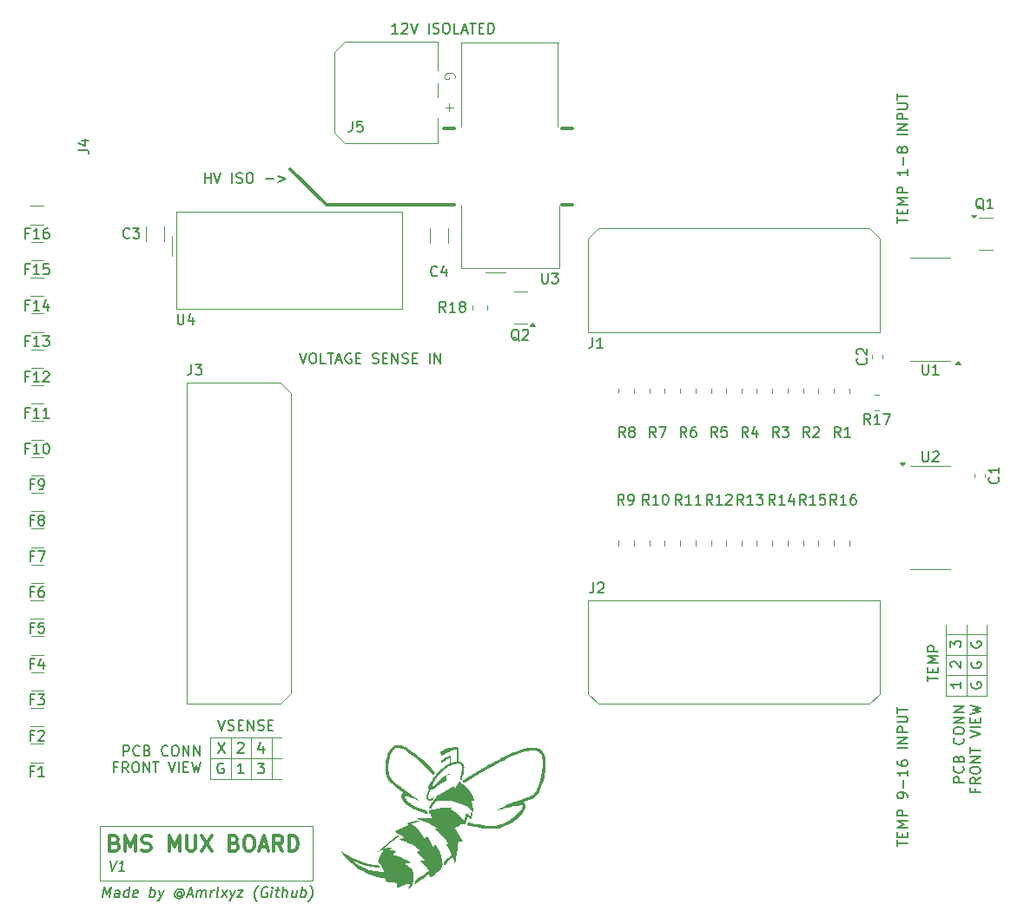
<source format=gbr>
%TF.GenerationSoftware,KiCad,Pcbnew,8.0.9-8.0.9-0~ubuntu24.04.1*%
%TF.CreationDate,2025-03-05T09:33:49+00:00*%
%TF.ProjectId,BMS-Mux-PCB,424d532d-4d75-4782-9d50-43422e6b6963,rev?*%
%TF.SameCoordinates,Original*%
%TF.FileFunction,Legend,Top*%
%TF.FilePolarity,Positive*%
%FSLAX46Y46*%
G04 Gerber Fmt 4.6, Leading zero omitted, Abs format (unit mm)*
G04 Created by KiCad (PCBNEW 8.0.9-8.0.9-0~ubuntu24.04.1) date 2025-03-05 09:33:49*
%MOMM*%
%LPD*%
G01*
G04 APERTURE LIST*
%ADD10C,0.100000*%
%ADD11C,0.300000*%
%ADD12C,0.150000*%
%ADD13C,0.200000*%
%ADD14C,0.125000*%
%ADD15C,0.120000*%
%ADD16C,0.000000*%
G04 APERTURE END LIST*
D10*
X161900000Y-109900000D02*
X161900000Y-109000000D01*
X159900000Y-109900000D02*
X159900000Y-109000000D01*
X157900000Y-113900000D02*
X159900000Y-113900000D01*
X159900000Y-115900000D01*
X157900000Y-115900000D01*
X157900000Y-113900000D01*
X90200000Y-120000000D02*
X92200000Y-120000000D01*
X92200000Y-122000000D01*
X90200000Y-122000000D01*
X90200000Y-120000000D01*
X157900000Y-109900000D02*
X157900000Y-109000000D01*
X75450000Y-128600000D02*
X96150000Y-128600000D01*
X96150000Y-133900000D01*
X75450000Y-133900000D01*
X75450000Y-128600000D01*
D11*
X120500000Y-60500000D02*
X121500000Y-60500000D01*
X94000000Y-64500000D02*
X97500000Y-68000000D01*
D10*
X159900000Y-111900000D02*
X161900000Y-111900000D01*
X161900000Y-113900000D01*
X159900000Y-113900000D01*
X159900000Y-111900000D01*
X92200000Y-124000000D02*
X93100000Y-124000000D01*
X159900000Y-113900000D02*
X161900000Y-113900000D01*
X161900000Y-115900000D01*
X159900000Y-115900000D01*
X159900000Y-113900000D01*
D11*
X97500000Y-68000000D02*
X110000000Y-68000000D01*
D10*
X86200000Y-122000000D02*
X88200000Y-122000000D01*
X88200000Y-124000000D01*
X86200000Y-124000000D01*
X86200000Y-122000000D01*
X90200000Y-122000000D02*
X92200000Y-122000000D01*
X92200000Y-124000000D01*
X90200000Y-124000000D01*
X90200000Y-122000000D01*
X88200000Y-122000000D02*
X90200000Y-122000000D01*
X90200000Y-124000000D01*
X88200000Y-124000000D01*
X88200000Y-122000000D01*
X157900000Y-109900000D02*
X159900000Y-109900000D01*
X159900000Y-111900000D01*
X157900000Y-111900000D01*
X157900000Y-109900000D01*
X92200000Y-122000000D02*
X93100000Y-122000000D01*
X157900000Y-111900000D02*
X159900000Y-111900000D01*
X159900000Y-113900000D01*
X157900000Y-113900000D01*
X157900000Y-111900000D01*
X88200000Y-120000000D02*
X90200000Y-120000000D01*
X90200000Y-122000000D01*
X88200000Y-122000000D01*
X88200000Y-120000000D01*
X86200000Y-120000000D02*
X88200000Y-120000000D01*
X88200000Y-122000000D01*
X86200000Y-122000000D01*
X86200000Y-120000000D01*
D11*
X109000000Y-60500000D02*
X110000000Y-60500000D01*
D10*
X92200000Y-120000000D02*
X93100000Y-120000000D01*
D11*
X120500000Y-68000000D02*
X121500000Y-68000000D01*
D10*
X159900000Y-109900000D02*
X161900000Y-109900000D01*
X161900000Y-111900000D01*
X159900000Y-111900000D01*
X159900000Y-109900000D01*
D12*
X160417438Y-114639411D02*
X160369819Y-114734649D01*
X160369819Y-114734649D02*
X160369819Y-114877506D01*
X160369819Y-114877506D02*
X160417438Y-115020363D01*
X160417438Y-115020363D02*
X160512676Y-115115601D01*
X160512676Y-115115601D02*
X160607914Y-115163220D01*
X160607914Y-115163220D02*
X160798390Y-115210839D01*
X160798390Y-115210839D02*
X160941247Y-115210839D01*
X160941247Y-115210839D02*
X161131723Y-115163220D01*
X161131723Y-115163220D02*
X161226961Y-115115601D01*
X161226961Y-115115601D02*
X161322200Y-115020363D01*
X161322200Y-115020363D02*
X161369819Y-114877506D01*
X161369819Y-114877506D02*
X161369819Y-114782268D01*
X161369819Y-114782268D02*
X161322200Y-114639411D01*
X161322200Y-114639411D02*
X161274580Y-114591792D01*
X161274580Y-114591792D02*
X160941247Y-114591792D01*
X160941247Y-114591792D02*
X160941247Y-114782268D01*
D11*
X76904510Y-130265114D02*
X77118796Y-130336542D01*
X77118796Y-130336542D02*
X77190225Y-130407971D01*
X77190225Y-130407971D02*
X77261653Y-130550828D01*
X77261653Y-130550828D02*
X77261653Y-130765114D01*
X77261653Y-130765114D02*
X77190225Y-130907971D01*
X77190225Y-130907971D02*
X77118796Y-130979400D01*
X77118796Y-130979400D02*
X76975939Y-131050828D01*
X76975939Y-131050828D02*
X76404510Y-131050828D01*
X76404510Y-131050828D02*
X76404510Y-129550828D01*
X76404510Y-129550828D02*
X76904510Y-129550828D01*
X76904510Y-129550828D02*
X77047368Y-129622257D01*
X77047368Y-129622257D02*
X77118796Y-129693685D01*
X77118796Y-129693685D02*
X77190225Y-129836542D01*
X77190225Y-129836542D02*
X77190225Y-129979400D01*
X77190225Y-129979400D02*
X77118796Y-130122257D01*
X77118796Y-130122257D02*
X77047368Y-130193685D01*
X77047368Y-130193685D02*
X76904510Y-130265114D01*
X76904510Y-130265114D02*
X76404510Y-130265114D01*
X77904510Y-131050828D02*
X77904510Y-129550828D01*
X77904510Y-129550828D02*
X78404510Y-130622257D01*
X78404510Y-130622257D02*
X78904510Y-129550828D01*
X78904510Y-129550828D02*
X78904510Y-131050828D01*
X79547368Y-130979400D02*
X79761654Y-131050828D01*
X79761654Y-131050828D02*
X80118796Y-131050828D01*
X80118796Y-131050828D02*
X80261654Y-130979400D01*
X80261654Y-130979400D02*
X80333082Y-130907971D01*
X80333082Y-130907971D02*
X80404511Y-130765114D01*
X80404511Y-130765114D02*
X80404511Y-130622257D01*
X80404511Y-130622257D02*
X80333082Y-130479400D01*
X80333082Y-130479400D02*
X80261654Y-130407971D01*
X80261654Y-130407971D02*
X80118796Y-130336542D01*
X80118796Y-130336542D02*
X79833082Y-130265114D01*
X79833082Y-130265114D02*
X79690225Y-130193685D01*
X79690225Y-130193685D02*
X79618796Y-130122257D01*
X79618796Y-130122257D02*
X79547368Y-129979400D01*
X79547368Y-129979400D02*
X79547368Y-129836542D01*
X79547368Y-129836542D02*
X79618796Y-129693685D01*
X79618796Y-129693685D02*
X79690225Y-129622257D01*
X79690225Y-129622257D02*
X79833082Y-129550828D01*
X79833082Y-129550828D02*
X80190225Y-129550828D01*
X80190225Y-129550828D02*
X80404511Y-129622257D01*
X82190224Y-131050828D02*
X82190224Y-129550828D01*
X82190224Y-129550828D02*
X82690224Y-130622257D01*
X82690224Y-130622257D02*
X83190224Y-129550828D01*
X83190224Y-129550828D02*
X83190224Y-131050828D01*
X83904510Y-129550828D02*
X83904510Y-130765114D01*
X83904510Y-130765114D02*
X83975939Y-130907971D01*
X83975939Y-130907971D02*
X84047368Y-130979400D01*
X84047368Y-130979400D02*
X84190225Y-131050828D01*
X84190225Y-131050828D02*
X84475939Y-131050828D01*
X84475939Y-131050828D02*
X84618796Y-130979400D01*
X84618796Y-130979400D02*
X84690225Y-130907971D01*
X84690225Y-130907971D02*
X84761653Y-130765114D01*
X84761653Y-130765114D02*
X84761653Y-129550828D01*
X85333082Y-129550828D02*
X86333082Y-131050828D01*
X86333082Y-129550828D02*
X85333082Y-131050828D01*
X88547367Y-130265114D02*
X88761653Y-130336542D01*
X88761653Y-130336542D02*
X88833082Y-130407971D01*
X88833082Y-130407971D02*
X88904510Y-130550828D01*
X88904510Y-130550828D02*
X88904510Y-130765114D01*
X88904510Y-130765114D02*
X88833082Y-130907971D01*
X88833082Y-130907971D02*
X88761653Y-130979400D01*
X88761653Y-130979400D02*
X88618796Y-131050828D01*
X88618796Y-131050828D02*
X88047367Y-131050828D01*
X88047367Y-131050828D02*
X88047367Y-129550828D01*
X88047367Y-129550828D02*
X88547367Y-129550828D01*
X88547367Y-129550828D02*
X88690225Y-129622257D01*
X88690225Y-129622257D02*
X88761653Y-129693685D01*
X88761653Y-129693685D02*
X88833082Y-129836542D01*
X88833082Y-129836542D02*
X88833082Y-129979400D01*
X88833082Y-129979400D02*
X88761653Y-130122257D01*
X88761653Y-130122257D02*
X88690225Y-130193685D01*
X88690225Y-130193685D02*
X88547367Y-130265114D01*
X88547367Y-130265114D02*
X88047367Y-130265114D01*
X89833082Y-129550828D02*
X90118796Y-129550828D01*
X90118796Y-129550828D02*
X90261653Y-129622257D01*
X90261653Y-129622257D02*
X90404510Y-129765114D01*
X90404510Y-129765114D02*
X90475939Y-130050828D01*
X90475939Y-130050828D02*
X90475939Y-130550828D01*
X90475939Y-130550828D02*
X90404510Y-130836542D01*
X90404510Y-130836542D02*
X90261653Y-130979400D01*
X90261653Y-130979400D02*
X90118796Y-131050828D01*
X90118796Y-131050828D02*
X89833082Y-131050828D01*
X89833082Y-131050828D02*
X89690225Y-130979400D01*
X89690225Y-130979400D02*
X89547367Y-130836542D01*
X89547367Y-130836542D02*
X89475939Y-130550828D01*
X89475939Y-130550828D02*
X89475939Y-130050828D01*
X89475939Y-130050828D02*
X89547367Y-129765114D01*
X89547367Y-129765114D02*
X89690225Y-129622257D01*
X89690225Y-129622257D02*
X89833082Y-129550828D01*
X91047368Y-130622257D02*
X91761654Y-130622257D01*
X90904511Y-131050828D02*
X91404511Y-129550828D01*
X91404511Y-129550828D02*
X91904511Y-131050828D01*
X93261653Y-131050828D02*
X92761653Y-130336542D01*
X92404510Y-131050828D02*
X92404510Y-129550828D01*
X92404510Y-129550828D02*
X92975939Y-129550828D01*
X92975939Y-129550828D02*
X93118796Y-129622257D01*
X93118796Y-129622257D02*
X93190225Y-129693685D01*
X93190225Y-129693685D02*
X93261653Y-129836542D01*
X93261653Y-129836542D02*
X93261653Y-130050828D01*
X93261653Y-130050828D02*
X93190225Y-130193685D01*
X93190225Y-130193685D02*
X93118796Y-130265114D01*
X93118796Y-130265114D02*
X92975939Y-130336542D01*
X92975939Y-130336542D02*
X92404510Y-130336542D01*
X93904510Y-131050828D02*
X93904510Y-129550828D01*
X93904510Y-129550828D02*
X94261653Y-129550828D01*
X94261653Y-129550828D02*
X94475939Y-129622257D01*
X94475939Y-129622257D02*
X94618796Y-129765114D01*
X94618796Y-129765114D02*
X94690225Y-129907971D01*
X94690225Y-129907971D02*
X94761653Y-130193685D01*
X94761653Y-130193685D02*
X94761653Y-130407971D01*
X94761653Y-130407971D02*
X94690225Y-130693685D01*
X94690225Y-130693685D02*
X94618796Y-130836542D01*
X94618796Y-130836542D02*
X94475939Y-130979400D01*
X94475939Y-130979400D02*
X94261653Y-131050828D01*
X94261653Y-131050828D02*
X93904510Y-131050828D01*
D12*
X86941541Y-120469819D02*
X87608207Y-121469819D01*
X87608207Y-120469819D02*
X86941541Y-121469819D01*
D13*
X94926816Y-82467219D02*
X95260149Y-83467219D01*
X95260149Y-83467219D02*
X95593482Y-82467219D01*
X96117292Y-82467219D02*
X96307768Y-82467219D01*
X96307768Y-82467219D02*
X96403006Y-82514838D01*
X96403006Y-82514838D02*
X96498244Y-82610076D01*
X96498244Y-82610076D02*
X96545863Y-82800552D01*
X96545863Y-82800552D02*
X96545863Y-83133885D01*
X96545863Y-83133885D02*
X96498244Y-83324361D01*
X96498244Y-83324361D02*
X96403006Y-83419600D01*
X96403006Y-83419600D02*
X96307768Y-83467219D01*
X96307768Y-83467219D02*
X96117292Y-83467219D01*
X96117292Y-83467219D02*
X96022054Y-83419600D01*
X96022054Y-83419600D02*
X95926816Y-83324361D01*
X95926816Y-83324361D02*
X95879197Y-83133885D01*
X95879197Y-83133885D02*
X95879197Y-82800552D01*
X95879197Y-82800552D02*
X95926816Y-82610076D01*
X95926816Y-82610076D02*
X96022054Y-82514838D01*
X96022054Y-82514838D02*
X96117292Y-82467219D01*
X97450625Y-83467219D02*
X96974435Y-83467219D01*
X96974435Y-83467219D02*
X96974435Y-82467219D01*
X97641102Y-82467219D02*
X98212530Y-82467219D01*
X97926816Y-83467219D02*
X97926816Y-82467219D01*
X98498245Y-83181504D02*
X98974435Y-83181504D01*
X98403007Y-83467219D02*
X98736340Y-82467219D01*
X98736340Y-82467219D02*
X99069673Y-83467219D01*
X99926816Y-82514838D02*
X99831578Y-82467219D01*
X99831578Y-82467219D02*
X99688721Y-82467219D01*
X99688721Y-82467219D02*
X99545864Y-82514838D01*
X99545864Y-82514838D02*
X99450626Y-82610076D01*
X99450626Y-82610076D02*
X99403007Y-82705314D01*
X99403007Y-82705314D02*
X99355388Y-82895790D01*
X99355388Y-82895790D02*
X99355388Y-83038647D01*
X99355388Y-83038647D02*
X99403007Y-83229123D01*
X99403007Y-83229123D02*
X99450626Y-83324361D01*
X99450626Y-83324361D02*
X99545864Y-83419600D01*
X99545864Y-83419600D02*
X99688721Y-83467219D01*
X99688721Y-83467219D02*
X99783959Y-83467219D01*
X99783959Y-83467219D02*
X99926816Y-83419600D01*
X99926816Y-83419600D02*
X99974435Y-83371980D01*
X99974435Y-83371980D02*
X99974435Y-83038647D01*
X99974435Y-83038647D02*
X99783959Y-83038647D01*
X100403007Y-82943409D02*
X100736340Y-82943409D01*
X100879197Y-83467219D02*
X100403007Y-83467219D01*
X100403007Y-83467219D02*
X100403007Y-82467219D01*
X100403007Y-82467219D02*
X100879197Y-82467219D01*
X102022055Y-83419600D02*
X102164912Y-83467219D01*
X102164912Y-83467219D02*
X102403007Y-83467219D01*
X102403007Y-83467219D02*
X102498245Y-83419600D01*
X102498245Y-83419600D02*
X102545864Y-83371980D01*
X102545864Y-83371980D02*
X102593483Y-83276742D01*
X102593483Y-83276742D02*
X102593483Y-83181504D01*
X102593483Y-83181504D02*
X102545864Y-83086266D01*
X102545864Y-83086266D02*
X102498245Y-83038647D01*
X102498245Y-83038647D02*
X102403007Y-82991028D01*
X102403007Y-82991028D02*
X102212531Y-82943409D01*
X102212531Y-82943409D02*
X102117293Y-82895790D01*
X102117293Y-82895790D02*
X102069674Y-82848171D01*
X102069674Y-82848171D02*
X102022055Y-82752933D01*
X102022055Y-82752933D02*
X102022055Y-82657695D01*
X102022055Y-82657695D02*
X102069674Y-82562457D01*
X102069674Y-82562457D02*
X102117293Y-82514838D01*
X102117293Y-82514838D02*
X102212531Y-82467219D01*
X102212531Y-82467219D02*
X102450626Y-82467219D01*
X102450626Y-82467219D02*
X102593483Y-82514838D01*
X103022055Y-82943409D02*
X103355388Y-82943409D01*
X103498245Y-83467219D02*
X103022055Y-83467219D01*
X103022055Y-83467219D02*
X103022055Y-82467219D01*
X103022055Y-82467219D02*
X103498245Y-82467219D01*
X103926817Y-83467219D02*
X103926817Y-82467219D01*
X103926817Y-82467219D02*
X104498245Y-83467219D01*
X104498245Y-83467219D02*
X104498245Y-82467219D01*
X104926817Y-83419600D02*
X105069674Y-83467219D01*
X105069674Y-83467219D02*
X105307769Y-83467219D01*
X105307769Y-83467219D02*
X105403007Y-83419600D01*
X105403007Y-83419600D02*
X105450626Y-83371980D01*
X105450626Y-83371980D02*
X105498245Y-83276742D01*
X105498245Y-83276742D02*
X105498245Y-83181504D01*
X105498245Y-83181504D02*
X105450626Y-83086266D01*
X105450626Y-83086266D02*
X105403007Y-83038647D01*
X105403007Y-83038647D02*
X105307769Y-82991028D01*
X105307769Y-82991028D02*
X105117293Y-82943409D01*
X105117293Y-82943409D02*
X105022055Y-82895790D01*
X105022055Y-82895790D02*
X104974436Y-82848171D01*
X104974436Y-82848171D02*
X104926817Y-82752933D01*
X104926817Y-82752933D02*
X104926817Y-82657695D01*
X104926817Y-82657695D02*
X104974436Y-82562457D01*
X104974436Y-82562457D02*
X105022055Y-82514838D01*
X105022055Y-82514838D02*
X105117293Y-82467219D01*
X105117293Y-82467219D02*
X105355388Y-82467219D01*
X105355388Y-82467219D02*
X105498245Y-82514838D01*
X105926817Y-82943409D02*
X106260150Y-82943409D01*
X106403007Y-83467219D02*
X105926817Y-83467219D01*
X105926817Y-83467219D02*
X105926817Y-82467219D01*
X105926817Y-82467219D02*
X106403007Y-82467219D01*
X107593484Y-83467219D02*
X107593484Y-82467219D01*
X108069674Y-83467219D02*
X108069674Y-82467219D01*
X108069674Y-82467219D02*
X108641102Y-83467219D01*
X108641102Y-83467219D02*
X108641102Y-82467219D01*
X153167219Y-130573183D02*
X153167219Y-130001755D01*
X154167219Y-130287469D02*
X153167219Y-130287469D01*
X153643409Y-129668421D02*
X153643409Y-129335088D01*
X154167219Y-129192231D02*
X154167219Y-129668421D01*
X154167219Y-129668421D02*
X153167219Y-129668421D01*
X153167219Y-129668421D02*
X153167219Y-129192231D01*
X154167219Y-128763659D02*
X153167219Y-128763659D01*
X153167219Y-128763659D02*
X153881504Y-128430326D01*
X153881504Y-128430326D02*
X153167219Y-128096993D01*
X153167219Y-128096993D02*
X154167219Y-128096993D01*
X154167219Y-127620802D02*
X153167219Y-127620802D01*
X153167219Y-127620802D02*
X153167219Y-127239850D01*
X153167219Y-127239850D02*
X153214838Y-127144612D01*
X153214838Y-127144612D02*
X153262457Y-127096993D01*
X153262457Y-127096993D02*
X153357695Y-127049374D01*
X153357695Y-127049374D02*
X153500552Y-127049374D01*
X153500552Y-127049374D02*
X153595790Y-127096993D01*
X153595790Y-127096993D02*
X153643409Y-127144612D01*
X153643409Y-127144612D02*
X153691028Y-127239850D01*
X153691028Y-127239850D02*
X153691028Y-127620802D01*
X154167219Y-125811278D02*
X154167219Y-125620802D01*
X154167219Y-125620802D02*
X154119600Y-125525564D01*
X154119600Y-125525564D02*
X154071980Y-125477945D01*
X154071980Y-125477945D02*
X153929123Y-125382707D01*
X153929123Y-125382707D02*
X153738647Y-125335088D01*
X153738647Y-125335088D02*
X153357695Y-125335088D01*
X153357695Y-125335088D02*
X153262457Y-125382707D01*
X153262457Y-125382707D02*
X153214838Y-125430326D01*
X153214838Y-125430326D02*
X153167219Y-125525564D01*
X153167219Y-125525564D02*
X153167219Y-125716040D01*
X153167219Y-125716040D02*
X153214838Y-125811278D01*
X153214838Y-125811278D02*
X153262457Y-125858897D01*
X153262457Y-125858897D02*
X153357695Y-125906516D01*
X153357695Y-125906516D02*
X153595790Y-125906516D01*
X153595790Y-125906516D02*
X153691028Y-125858897D01*
X153691028Y-125858897D02*
X153738647Y-125811278D01*
X153738647Y-125811278D02*
X153786266Y-125716040D01*
X153786266Y-125716040D02*
X153786266Y-125525564D01*
X153786266Y-125525564D02*
X153738647Y-125430326D01*
X153738647Y-125430326D02*
X153691028Y-125382707D01*
X153691028Y-125382707D02*
X153595790Y-125335088D01*
X153786266Y-124906516D02*
X153786266Y-124144612D01*
X154167219Y-123144612D02*
X154167219Y-123716040D01*
X154167219Y-123430326D02*
X153167219Y-123430326D01*
X153167219Y-123430326D02*
X153310076Y-123525564D01*
X153310076Y-123525564D02*
X153405314Y-123620802D01*
X153405314Y-123620802D02*
X153452933Y-123716040D01*
X153167219Y-122287469D02*
X153167219Y-122477945D01*
X153167219Y-122477945D02*
X153214838Y-122573183D01*
X153214838Y-122573183D02*
X153262457Y-122620802D01*
X153262457Y-122620802D02*
X153405314Y-122716040D01*
X153405314Y-122716040D02*
X153595790Y-122763659D01*
X153595790Y-122763659D02*
X153976742Y-122763659D01*
X153976742Y-122763659D02*
X154071980Y-122716040D01*
X154071980Y-122716040D02*
X154119600Y-122668421D01*
X154119600Y-122668421D02*
X154167219Y-122573183D01*
X154167219Y-122573183D02*
X154167219Y-122382707D01*
X154167219Y-122382707D02*
X154119600Y-122287469D01*
X154119600Y-122287469D02*
X154071980Y-122239850D01*
X154071980Y-122239850D02*
X153976742Y-122192231D01*
X153976742Y-122192231D02*
X153738647Y-122192231D01*
X153738647Y-122192231D02*
X153643409Y-122239850D01*
X153643409Y-122239850D02*
X153595790Y-122287469D01*
X153595790Y-122287469D02*
X153548171Y-122382707D01*
X153548171Y-122382707D02*
X153548171Y-122573183D01*
X153548171Y-122573183D02*
X153595790Y-122668421D01*
X153595790Y-122668421D02*
X153643409Y-122716040D01*
X153643409Y-122716040D02*
X153738647Y-122763659D01*
X154167219Y-121001754D02*
X153167219Y-121001754D01*
X154167219Y-120525564D02*
X153167219Y-120525564D01*
X153167219Y-120525564D02*
X154167219Y-119954136D01*
X154167219Y-119954136D02*
X153167219Y-119954136D01*
X154167219Y-119477945D02*
X153167219Y-119477945D01*
X153167219Y-119477945D02*
X153167219Y-119096993D01*
X153167219Y-119096993D02*
X153214838Y-119001755D01*
X153214838Y-119001755D02*
X153262457Y-118954136D01*
X153262457Y-118954136D02*
X153357695Y-118906517D01*
X153357695Y-118906517D02*
X153500552Y-118906517D01*
X153500552Y-118906517D02*
X153595790Y-118954136D01*
X153595790Y-118954136D02*
X153643409Y-119001755D01*
X153643409Y-119001755D02*
X153691028Y-119096993D01*
X153691028Y-119096993D02*
X153691028Y-119477945D01*
X153167219Y-118477945D02*
X153976742Y-118477945D01*
X153976742Y-118477945D02*
X154071980Y-118430326D01*
X154071980Y-118430326D02*
X154119600Y-118382707D01*
X154119600Y-118382707D02*
X154167219Y-118287469D01*
X154167219Y-118287469D02*
X154167219Y-118096993D01*
X154167219Y-118096993D02*
X154119600Y-118001755D01*
X154119600Y-118001755D02*
X154071980Y-117954136D01*
X154071980Y-117954136D02*
X153976742Y-117906517D01*
X153976742Y-117906517D02*
X153167219Y-117906517D01*
X153167219Y-117573183D02*
X153167219Y-117001755D01*
X154167219Y-117287469D02*
X153167219Y-117287469D01*
D12*
X86993922Y-118269819D02*
X87327255Y-119269819D01*
X87327255Y-119269819D02*
X87660588Y-118269819D01*
X87946303Y-119222200D02*
X88089160Y-119269819D01*
X88089160Y-119269819D02*
X88327255Y-119269819D01*
X88327255Y-119269819D02*
X88422493Y-119222200D01*
X88422493Y-119222200D02*
X88470112Y-119174580D01*
X88470112Y-119174580D02*
X88517731Y-119079342D01*
X88517731Y-119079342D02*
X88517731Y-118984104D01*
X88517731Y-118984104D02*
X88470112Y-118888866D01*
X88470112Y-118888866D02*
X88422493Y-118841247D01*
X88422493Y-118841247D02*
X88327255Y-118793628D01*
X88327255Y-118793628D02*
X88136779Y-118746009D01*
X88136779Y-118746009D02*
X88041541Y-118698390D01*
X88041541Y-118698390D02*
X87993922Y-118650771D01*
X87993922Y-118650771D02*
X87946303Y-118555533D01*
X87946303Y-118555533D02*
X87946303Y-118460295D01*
X87946303Y-118460295D02*
X87993922Y-118365057D01*
X87993922Y-118365057D02*
X88041541Y-118317438D01*
X88041541Y-118317438D02*
X88136779Y-118269819D01*
X88136779Y-118269819D02*
X88374874Y-118269819D01*
X88374874Y-118269819D02*
X88517731Y-118317438D01*
X88946303Y-118746009D02*
X89279636Y-118746009D01*
X89422493Y-119269819D02*
X88946303Y-119269819D01*
X88946303Y-119269819D02*
X88946303Y-118269819D01*
X88946303Y-118269819D02*
X89422493Y-118269819D01*
X89851065Y-119269819D02*
X89851065Y-118269819D01*
X89851065Y-118269819D02*
X90422493Y-119269819D01*
X90422493Y-119269819D02*
X90422493Y-118269819D01*
X90851065Y-119222200D02*
X90993922Y-119269819D01*
X90993922Y-119269819D02*
X91232017Y-119269819D01*
X91232017Y-119269819D02*
X91327255Y-119222200D01*
X91327255Y-119222200D02*
X91374874Y-119174580D01*
X91374874Y-119174580D02*
X91422493Y-119079342D01*
X91422493Y-119079342D02*
X91422493Y-118984104D01*
X91422493Y-118984104D02*
X91374874Y-118888866D01*
X91374874Y-118888866D02*
X91327255Y-118841247D01*
X91327255Y-118841247D02*
X91232017Y-118793628D01*
X91232017Y-118793628D02*
X91041541Y-118746009D01*
X91041541Y-118746009D02*
X90946303Y-118698390D01*
X90946303Y-118698390D02*
X90898684Y-118650771D01*
X90898684Y-118650771D02*
X90851065Y-118555533D01*
X90851065Y-118555533D02*
X90851065Y-118460295D01*
X90851065Y-118460295D02*
X90898684Y-118365057D01*
X90898684Y-118365057D02*
X90946303Y-118317438D01*
X90946303Y-118317438D02*
X91041541Y-118269819D01*
X91041541Y-118269819D02*
X91279636Y-118269819D01*
X91279636Y-118269819D02*
X91422493Y-118317438D01*
X91851065Y-118746009D02*
X92184398Y-118746009D01*
X92327255Y-119269819D02*
X91851065Y-119269819D01*
X91851065Y-119269819D02*
X91851065Y-118269819D01*
X91851065Y-118269819D02*
X92327255Y-118269819D01*
X75730826Y-135569819D02*
X75855826Y-134569819D01*
X75855826Y-134569819D02*
X76099874Y-135284104D01*
X76099874Y-135284104D02*
X76522493Y-134569819D01*
X76522493Y-134569819D02*
X76397493Y-135569819D01*
X77302255Y-135569819D02*
X77367731Y-135046009D01*
X77367731Y-135046009D02*
X77332017Y-134950771D01*
X77332017Y-134950771D02*
X77242731Y-134903152D01*
X77242731Y-134903152D02*
X77052255Y-134903152D01*
X77052255Y-134903152D02*
X76951064Y-134950771D01*
X77308207Y-135522200D02*
X77207017Y-135569819D01*
X77207017Y-135569819D02*
X76968921Y-135569819D01*
X76968921Y-135569819D02*
X76879636Y-135522200D01*
X76879636Y-135522200D02*
X76843921Y-135426961D01*
X76843921Y-135426961D02*
X76855826Y-135331723D01*
X76855826Y-135331723D02*
X76915350Y-135236485D01*
X76915350Y-135236485D02*
X77016541Y-135188866D01*
X77016541Y-135188866D02*
X77254636Y-135188866D01*
X77254636Y-135188866D02*
X77355826Y-135141247D01*
X78207017Y-135569819D02*
X78332017Y-134569819D01*
X78212969Y-135522200D02*
X78111779Y-135569819D01*
X78111779Y-135569819D02*
X77921303Y-135569819D01*
X77921303Y-135569819D02*
X77832017Y-135522200D01*
X77832017Y-135522200D02*
X77790350Y-135474580D01*
X77790350Y-135474580D02*
X77754636Y-135379342D01*
X77754636Y-135379342D02*
X77790350Y-135093628D01*
X77790350Y-135093628D02*
X77849874Y-134998390D01*
X77849874Y-134998390D02*
X77903445Y-134950771D01*
X77903445Y-134950771D02*
X78004636Y-134903152D01*
X78004636Y-134903152D02*
X78195112Y-134903152D01*
X78195112Y-134903152D02*
X78284398Y-134950771D01*
X79070112Y-135522200D02*
X78968922Y-135569819D01*
X78968922Y-135569819D02*
X78778445Y-135569819D01*
X78778445Y-135569819D02*
X78689160Y-135522200D01*
X78689160Y-135522200D02*
X78653445Y-135426961D01*
X78653445Y-135426961D02*
X78701065Y-135046009D01*
X78701065Y-135046009D02*
X78760588Y-134950771D01*
X78760588Y-134950771D02*
X78861779Y-134903152D01*
X78861779Y-134903152D02*
X79052255Y-134903152D01*
X79052255Y-134903152D02*
X79141541Y-134950771D01*
X79141541Y-134950771D02*
X79177255Y-135046009D01*
X79177255Y-135046009D02*
X79165350Y-135141247D01*
X79165350Y-135141247D02*
X78677255Y-135236485D01*
X80302255Y-135569819D02*
X80427255Y-134569819D01*
X80379636Y-134950771D02*
X80480827Y-134903152D01*
X80480827Y-134903152D02*
X80671303Y-134903152D01*
X80671303Y-134903152D02*
X80760589Y-134950771D01*
X80760589Y-134950771D02*
X80802255Y-134998390D01*
X80802255Y-134998390D02*
X80837970Y-135093628D01*
X80837970Y-135093628D02*
X80802255Y-135379342D01*
X80802255Y-135379342D02*
X80742732Y-135474580D01*
X80742732Y-135474580D02*
X80689160Y-135522200D01*
X80689160Y-135522200D02*
X80587970Y-135569819D01*
X80587970Y-135569819D02*
X80397493Y-135569819D01*
X80397493Y-135569819D02*
X80308208Y-135522200D01*
X81195113Y-134903152D02*
X81349875Y-135569819D01*
X81671303Y-134903152D02*
X81349875Y-135569819D01*
X81349875Y-135569819D02*
X81224875Y-135807914D01*
X81224875Y-135807914D02*
X81171303Y-135855533D01*
X81171303Y-135855533D02*
X81070113Y-135903152D01*
X83409399Y-135093628D02*
X83367732Y-135046009D01*
X83367732Y-135046009D02*
X83278446Y-134998390D01*
X83278446Y-134998390D02*
X83183208Y-134998390D01*
X83183208Y-134998390D02*
X83082018Y-135046009D01*
X83082018Y-135046009D02*
X83028446Y-135093628D01*
X83028446Y-135093628D02*
X82968923Y-135188866D01*
X82968923Y-135188866D02*
X82957018Y-135284104D01*
X82957018Y-135284104D02*
X82992732Y-135379342D01*
X82992732Y-135379342D02*
X83034399Y-135426961D01*
X83034399Y-135426961D02*
X83123685Y-135474580D01*
X83123685Y-135474580D02*
X83218923Y-135474580D01*
X83218923Y-135474580D02*
X83320113Y-135426961D01*
X83320113Y-135426961D02*
X83373685Y-135379342D01*
X83421304Y-134998390D02*
X83373685Y-135379342D01*
X83373685Y-135379342D02*
X83415351Y-135426961D01*
X83415351Y-135426961D02*
X83462970Y-135426961D01*
X83462970Y-135426961D02*
X83564161Y-135379342D01*
X83564161Y-135379342D02*
X83623685Y-135284104D01*
X83623685Y-135284104D02*
X83653446Y-135046009D01*
X83653446Y-135046009D02*
X83576065Y-134903152D01*
X83576065Y-134903152D02*
X83445113Y-134807914D01*
X83445113Y-134807914D02*
X83260589Y-134760295D01*
X83260589Y-134760295D02*
X83064161Y-134807914D01*
X83064161Y-134807914D02*
X82909399Y-134903152D01*
X82909399Y-134903152D02*
X82796304Y-135046009D01*
X82796304Y-135046009D02*
X82724875Y-135236485D01*
X82724875Y-135236485D02*
X82748685Y-135426961D01*
X82748685Y-135426961D02*
X82826065Y-135569819D01*
X82826065Y-135569819D02*
X82957018Y-135665057D01*
X82957018Y-135665057D02*
X83141542Y-135712676D01*
X83141542Y-135712676D02*
X83337970Y-135665057D01*
X83337970Y-135665057D02*
X83492732Y-135569819D01*
X84004637Y-135284104D02*
X84480827Y-135284104D01*
X83873684Y-135569819D02*
X84332018Y-134569819D01*
X84332018Y-134569819D02*
X84540351Y-135569819D01*
X84873684Y-135569819D02*
X84957018Y-134903152D01*
X84945113Y-134998390D02*
X84998684Y-134950771D01*
X84998684Y-134950771D02*
X85099875Y-134903152D01*
X85099875Y-134903152D02*
X85242732Y-134903152D01*
X85242732Y-134903152D02*
X85332018Y-134950771D01*
X85332018Y-134950771D02*
X85367732Y-135046009D01*
X85367732Y-135046009D02*
X85302256Y-135569819D01*
X85367732Y-135046009D02*
X85427256Y-134950771D01*
X85427256Y-134950771D02*
X85528446Y-134903152D01*
X85528446Y-134903152D02*
X85671303Y-134903152D01*
X85671303Y-134903152D02*
X85760589Y-134950771D01*
X85760589Y-134950771D02*
X85796303Y-135046009D01*
X85796303Y-135046009D02*
X85730827Y-135569819D01*
X86207017Y-135569819D02*
X86290351Y-134903152D01*
X86266541Y-135093628D02*
X86326065Y-134998390D01*
X86326065Y-134998390D02*
X86379636Y-134950771D01*
X86379636Y-134950771D02*
X86480827Y-134903152D01*
X86480827Y-134903152D02*
X86576065Y-134903152D01*
X86968923Y-135569819D02*
X86879637Y-135522200D01*
X86879637Y-135522200D02*
X86843923Y-135426961D01*
X86843923Y-135426961D02*
X86951065Y-134569819D01*
X87254637Y-135569819D02*
X87861780Y-134903152D01*
X87337971Y-134903152D02*
X87778447Y-135569819D01*
X88147495Y-134903152D02*
X88302257Y-135569819D01*
X88623685Y-134903152D02*
X88302257Y-135569819D01*
X88302257Y-135569819D02*
X88177257Y-135807914D01*
X88177257Y-135807914D02*
X88123685Y-135855533D01*
X88123685Y-135855533D02*
X88022495Y-135903152D01*
X88909400Y-134903152D02*
X89433209Y-134903152D01*
X89433209Y-134903152D02*
X88826066Y-135569819D01*
X88826066Y-135569819D02*
X89349876Y-135569819D01*
X90730829Y-135950771D02*
X90689162Y-135903152D01*
X90689162Y-135903152D02*
X90611781Y-135760295D01*
X90611781Y-135760295D02*
X90576067Y-135665057D01*
X90576067Y-135665057D02*
X90546305Y-135522200D01*
X90546305Y-135522200D02*
X90528448Y-135284104D01*
X90528448Y-135284104D02*
X90552257Y-135093628D01*
X90552257Y-135093628D02*
X90629638Y-134855533D01*
X90629638Y-134855533D02*
X90695114Y-134712676D01*
X90695114Y-134712676D02*
X90754638Y-134617438D01*
X90754638Y-134617438D02*
X90867733Y-134474580D01*
X90867733Y-134474580D02*
X90921305Y-134426961D01*
X91802258Y-134617438D02*
X91712972Y-134569819D01*
X91712972Y-134569819D02*
X91570115Y-134569819D01*
X91570115Y-134569819D02*
X91421305Y-134617438D01*
X91421305Y-134617438D02*
X91314162Y-134712676D01*
X91314162Y-134712676D02*
X91254638Y-134807914D01*
X91254638Y-134807914D02*
X91183210Y-134998390D01*
X91183210Y-134998390D02*
X91165353Y-135141247D01*
X91165353Y-135141247D02*
X91189162Y-135331723D01*
X91189162Y-135331723D02*
X91224877Y-135426961D01*
X91224877Y-135426961D02*
X91308210Y-135522200D01*
X91308210Y-135522200D02*
X91445115Y-135569819D01*
X91445115Y-135569819D02*
X91540353Y-135569819D01*
X91540353Y-135569819D02*
X91689162Y-135522200D01*
X91689162Y-135522200D02*
X91742734Y-135474580D01*
X91742734Y-135474580D02*
X91784400Y-135141247D01*
X91784400Y-135141247D02*
X91593924Y-135141247D01*
X92159400Y-135569819D02*
X92242734Y-134903152D01*
X92284400Y-134569819D02*
X92230829Y-134617438D01*
X92230829Y-134617438D02*
X92272496Y-134665057D01*
X92272496Y-134665057D02*
X92326067Y-134617438D01*
X92326067Y-134617438D02*
X92284400Y-134569819D01*
X92284400Y-134569819D02*
X92272496Y-134665057D01*
X92576067Y-134903152D02*
X92957019Y-134903152D01*
X92760590Y-134569819D02*
X92653448Y-135426961D01*
X92653448Y-135426961D02*
X92689162Y-135522200D01*
X92689162Y-135522200D02*
X92778448Y-135569819D01*
X92778448Y-135569819D02*
X92873686Y-135569819D01*
X93207019Y-135569819D02*
X93332019Y-134569819D01*
X93635591Y-135569819D02*
X93701067Y-135046009D01*
X93701067Y-135046009D02*
X93665353Y-134950771D01*
X93665353Y-134950771D02*
X93576067Y-134903152D01*
X93576067Y-134903152D02*
X93433210Y-134903152D01*
X93433210Y-134903152D02*
X93332019Y-134950771D01*
X93332019Y-134950771D02*
X93278448Y-134998390D01*
X94623686Y-134903152D02*
X94540353Y-135569819D01*
X94195115Y-134903152D02*
X94129639Y-135426961D01*
X94129639Y-135426961D02*
X94165353Y-135522200D01*
X94165353Y-135522200D02*
X94254639Y-135569819D01*
X94254639Y-135569819D02*
X94397496Y-135569819D01*
X94397496Y-135569819D02*
X94498686Y-135522200D01*
X94498686Y-135522200D02*
X94552258Y-135474580D01*
X95016543Y-135569819D02*
X95141543Y-134569819D01*
X95093924Y-134950771D02*
X95195115Y-134903152D01*
X95195115Y-134903152D02*
X95385591Y-134903152D01*
X95385591Y-134903152D02*
X95474877Y-134950771D01*
X95474877Y-134950771D02*
X95516543Y-134998390D01*
X95516543Y-134998390D02*
X95552258Y-135093628D01*
X95552258Y-135093628D02*
X95516543Y-135379342D01*
X95516543Y-135379342D02*
X95457020Y-135474580D01*
X95457020Y-135474580D02*
X95403448Y-135522200D01*
X95403448Y-135522200D02*
X95302258Y-135569819D01*
X95302258Y-135569819D02*
X95111781Y-135569819D01*
X95111781Y-135569819D02*
X95022496Y-135522200D01*
X95778448Y-135950771D02*
X95832020Y-135903152D01*
X95832020Y-135903152D02*
X95945115Y-135760295D01*
X95945115Y-135760295D02*
X96004639Y-135665057D01*
X96004639Y-135665057D02*
X96070115Y-135522200D01*
X96070115Y-135522200D02*
X96147496Y-135284104D01*
X96147496Y-135284104D02*
X96171305Y-135093628D01*
X96171305Y-135093628D02*
X96153448Y-134855533D01*
X96153448Y-134855533D02*
X96123686Y-134712676D01*
X96123686Y-134712676D02*
X96087972Y-134617438D01*
X96087972Y-134617438D02*
X96010591Y-134474580D01*
X96010591Y-134474580D02*
X95968924Y-134426961D01*
D14*
X109509833Y-58120331D02*
X109509833Y-58882236D01*
X109128880Y-58501283D02*
X109890785Y-58501283D01*
D12*
X90841541Y-122469819D02*
X91460588Y-122469819D01*
X91460588Y-122469819D02*
X91127255Y-122850771D01*
X91127255Y-122850771D02*
X91270112Y-122850771D01*
X91270112Y-122850771D02*
X91365350Y-122898390D01*
X91365350Y-122898390D02*
X91412969Y-122946009D01*
X91412969Y-122946009D02*
X91460588Y-123041247D01*
X91460588Y-123041247D02*
X91460588Y-123279342D01*
X91460588Y-123279342D02*
X91412969Y-123374580D01*
X91412969Y-123374580D02*
X91365350Y-123422200D01*
X91365350Y-123422200D02*
X91270112Y-123469819D01*
X91270112Y-123469819D02*
X90984398Y-123469819D01*
X90984398Y-123469819D02*
X90889160Y-123422200D01*
X90889160Y-123422200D02*
X90841541Y-123374580D01*
D13*
X153167219Y-69773183D02*
X153167219Y-69201755D01*
X154167219Y-69487469D02*
X153167219Y-69487469D01*
X153643409Y-68868421D02*
X153643409Y-68535088D01*
X154167219Y-68392231D02*
X154167219Y-68868421D01*
X154167219Y-68868421D02*
X153167219Y-68868421D01*
X153167219Y-68868421D02*
X153167219Y-68392231D01*
X154167219Y-67963659D02*
X153167219Y-67963659D01*
X153167219Y-67963659D02*
X153881504Y-67630326D01*
X153881504Y-67630326D02*
X153167219Y-67296993D01*
X153167219Y-67296993D02*
X154167219Y-67296993D01*
X154167219Y-66820802D02*
X153167219Y-66820802D01*
X153167219Y-66820802D02*
X153167219Y-66439850D01*
X153167219Y-66439850D02*
X153214838Y-66344612D01*
X153214838Y-66344612D02*
X153262457Y-66296993D01*
X153262457Y-66296993D02*
X153357695Y-66249374D01*
X153357695Y-66249374D02*
X153500552Y-66249374D01*
X153500552Y-66249374D02*
X153595790Y-66296993D01*
X153595790Y-66296993D02*
X153643409Y-66344612D01*
X153643409Y-66344612D02*
X153691028Y-66439850D01*
X153691028Y-66439850D02*
X153691028Y-66820802D01*
X154167219Y-64535088D02*
X154167219Y-65106516D01*
X154167219Y-64820802D02*
X153167219Y-64820802D01*
X153167219Y-64820802D02*
X153310076Y-64916040D01*
X153310076Y-64916040D02*
X153405314Y-65011278D01*
X153405314Y-65011278D02*
X153452933Y-65106516D01*
X153786266Y-64106516D02*
X153786266Y-63344612D01*
X153595790Y-62725564D02*
X153548171Y-62820802D01*
X153548171Y-62820802D02*
X153500552Y-62868421D01*
X153500552Y-62868421D02*
X153405314Y-62916040D01*
X153405314Y-62916040D02*
X153357695Y-62916040D01*
X153357695Y-62916040D02*
X153262457Y-62868421D01*
X153262457Y-62868421D02*
X153214838Y-62820802D01*
X153214838Y-62820802D02*
X153167219Y-62725564D01*
X153167219Y-62725564D02*
X153167219Y-62535088D01*
X153167219Y-62535088D02*
X153214838Y-62439850D01*
X153214838Y-62439850D02*
X153262457Y-62392231D01*
X153262457Y-62392231D02*
X153357695Y-62344612D01*
X153357695Y-62344612D02*
X153405314Y-62344612D01*
X153405314Y-62344612D02*
X153500552Y-62392231D01*
X153500552Y-62392231D02*
X153548171Y-62439850D01*
X153548171Y-62439850D02*
X153595790Y-62535088D01*
X153595790Y-62535088D02*
X153595790Y-62725564D01*
X153595790Y-62725564D02*
X153643409Y-62820802D01*
X153643409Y-62820802D02*
X153691028Y-62868421D01*
X153691028Y-62868421D02*
X153786266Y-62916040D01*
X153786266Y-62916040D02*
X153976742Y-62916040D01*
X153976742Y-62916040D02*
X154071980Y-62868421D01*
X154071980Y-62868421D02*
X154119600Y-62820802D01*
X154119600Y-62820802D02*
X154167219Y-62725564D01*
X154167219Y-62725564D02*
X154167219Y-62535088D01*
X154167219Y-62535088D02*
X154119600Y-62439850D01*
X154119600Y-62439850D02*
X154071980Y-62392231D01*
X154071980Y-62392231D02*
X153976742Y-62344612D01*
X153976742Y-62344612D02*
X153786266Y-62344612D01*
X153786266Y-62344612D02*
X153691028Y-62392231D01*
X153691028Y-62392231D02*
X153643409Y-62439850D01*
X153643409Y-62439850D02*
X153595790Y-62535088D01*
X154167219Y-61154135D02*
X153167219Y-61154135D01*
X154167219Y-60677945D02*
X153167219Y-60677945D01*
X153167219Y-60677945D02*
X154167219Y-60106517D01*
X154167219Y-60106517D02*
X153167219Y-60106517D01*
X154167219Y-59630326D02*
X153167219Y-59630326D01*
X153167219Y-59630326D02*
X153167219Y-59249374D01*
X153167219Y-59249374D02*
X153214838Y-59154136D01*
X153214838Y-59154136D02*
X153262457Y-59106517D01*
X153262457Y-59106517D02*
X153357695Y-59058898D01*
X153357695Y-59058898D02*
X153500552Y-59058898D01*
X153500552Y-59058898D02*
X153595790Y-59106517D01*
X153595790Y-59106517D02*
X153643409Y-59154136D01*
X153643409Y-59154136D02*
X153691028Y-59249374D01*
X153691028Y-59249374D02*
X153691028Y-59630326D01*
X153167219Y-58630326D02*
X153976742Y-58630326D01*
X153976742Y-58630326D02*
X154071980Y-58582707D01*
X154071980Y-58582707D02*
X154119600Y-58535088D01*
X154119600Y-58535088D02*
X154167219Y-58439850D01*
X154167219Y-58439850D02*
X154167219Y-58249374D01*
X154167219Y-58249374D02*
X154119600Y-58154136D01*
X154119600Y-58154136D02*
X154071980Y-58106517D01*
X154071980Y-58106517D02*
X153976742Y-58058898D01*
X153976742Y-58058898D02*
X153167219Y-58058898D01*
X153167219Y-57725564D02*
X153167219Y-57154136D01*
X154167219Y-57439850D02*
X153167219Y-57439850D01*
D12*
X77734649Y-121759875D02*
X77734649Y-120759875D01*
X77734649Y-120759875D02*
X78115601Y-120759875D01*
X78115601Y-120759875D02*
X78210839Y-120807494D01*
X78210839Y-120807494D02*
X78258458Y-120855113D01*
X78258458Y-120855113D02*
X78306077Y-120950351D01*
X78306077Y-120950351D02*
X78306077Y-121093208D01*
X78306077Y-121093208D02*
X78258458Y-121188446D01*
X78258458Y-121188446D02*
X78210839Y-121236065D01*
X78210839Y-121236065D02*
X78115601Y-121283684D01*
X78115601Y-121283684D02*
X77734649Y-121283684D01*
X79306077Y-121664636D02*
X79258458Y-121712256D01*
X79258458Y-121712256D02*
X79115601Y-121759875D01*
X79115601Y-121759875D02*
X79020363Y-121759875D01*
X79020363Y-121759875D02*
X78877506Y-121712256D01*
X78877506Y-121712256D02*
X78782268Y-121617017D01*
X78782268Y-121617017D02*
X78734649Y-121521779D01*
X78734649Y-121521779D02*
X78687030Y-121331303D01*
X78687030Y-121331303D02*
X78687030Y-121188446D01*
X78687030Y-121188446D02*
X78734649Y-120997970D01*
X78734649Y-120997970D02*
X78782268Y-120902732D01*
X78782268Y-120902732D02*
X78877506Y-120807494D01*
X78877506Y-120807494D02*
X79020363Y-120759875D01*
X79020363Y-120759875D02*
X79115601Y-120759875D01*
X79115601Y-120759875D02*
X79258458Y-120807494D01*
X79258458Y-120807494D02*
X79306077Y-120855113D01*
X80067982Y-121236065D02*
X80210839Y-121283684D01*
X80210839Y-121283684D02*
X80258458Y-121331303D01*
X80258458Y-121331303D02*
X80306077Y-121426541D01*
X80306077Y-121426541D02*
X80306077Y-121569398D01*
X80306077Y-121569398D02*
X80258458Y-121664636D01*
X80258458Y-121664636D02*
X80210839Y-121712256D01*
X80210839Y-121712256D02*
X80115601Y-121759875D01*
X80115601Y-121759875D02*
X79734649Y-121759875D01*
X79734649Y-121759875D02*
X79734649Y-120759875D01*
X79734649Y-120759875D02*
X80067982Y-120759875D01*
X80067982Y-120759875D02*
X80163220Y-120807494D01*
X80163220Y-120807494D02*
X80210839Y-120855113D01*
X80210839Y-120855113D02*
X80258458Y-120950351D01*
X80258458Y-120950351D02*
X80258458Y-121045589D01*
X80258458Y-121045589D02*
X80210839Y-121140827D01*
X80210839Y-121140827D02*
X80163220Y-121188446D01*
X80163220Y-121188446D02*
X80067982Y-121236065D01*
X80067982Y-121236065D02*
X79734649Y-121236065D01*
X82067982Y-121664636D02*
X82020363Y-121712256D01*
X82020363Y-121712256D02*
X81877506Y-121759875D01*
X81877506Y-121759875D02*
X81782268Y-121759875D01*
X81782268Y-121759875D02*
X81639411Y-121712256D01*
X81639411Y-121712256D02*
X81544173Y-121617017D01*
X81544173Y-121617017D02*
X81496554Y-121521779D01*
X81496554Y-121521779D02*
X81448935Y-121331303D01*
X81448935Y-121331303D02*
X81448935Y-121188446D01*
X81448935Y-121188446D02*
X81496554Y-120997970D01*
X81496554Y-120997970D02*
X81544173Y-120902732D01*
X81544173Y-120902732D02*
X81639411Y-120807494D01*
X81639411Y-120807494D02*
X81782268Y-120759875D01*
X81782268Y-120759875D02*
X81877506Y-120759875D01*
X81877506Y-120759875D02*
X82020363Y-120807494D01*
X82020363Y-120807494D02*
X82067982Y-120855113D01*
X82687030Y-120759875D02*
X82877506Y-120759875D01*
X82877506Y-120759875D02*
X82972744Y-120807494D01*
X82972744Y-120807494D02*
X83067982Y-120902732D01*
X83067982Y-120902732D02*
X83115601Y-121093208D01*
X83115601Y-121093208D02*
X83115601Y-121426541D01*
X83115601Y-121426541D02*
X83067982Y-121617017D01*
X83067982Y-121617017D02*
X82972744Y-121712256D01*
X82972744Y-121712256D02*
X82877506Y-121759875D01*
X82877506Y-121759875D02*
X82687030Y-121759875D01*
X82687030Y-121759875D02*
X82591792Y-121712256D01*
X82591792Y-121712256D02*
X82496554Y-121617017D01*
X82496554Y-121617017D02*
X82448935Y-121426541D01*
X82448935Y-121426541D02*
X82448935Y-121093208D01*
X82448935Y-121093208D02*
X82496554Y-120902732D01*
X82496554Y-120902732D02*
X82591792Y-120807494D01*
X82591792Y-120807494D02*
X82687030Y-120759875D01*
X83544173Y-121759875D02*
X83544173Y-120759875D01*
X83544173Y-120759875D02*
X84115601Y-121759875D01*
X84115601Y-121759875D02*
X84115601Y-120759875D01*
X84591792Y-121759875D02*
X84591792Y-120759875D01*
X84591792Y-120759875D02*
X85163220Y-121759875D01*
X85163220Y-121759875D02*
X85163220Y-120759875D01*
X77115601Y-122846009D02*
X76782268Y-122846009D01*
X76782268Y-123369819D02*
X76782268Y-122369819D01*
X76782268Y-122369819D02*
X77258458Y-122369819D01*
X78210839Y-123369819D02*
X77877506Y-122893628D01*
X77639411Y-123369819D02*
X77639411Y-122369819D01*
X77639411Y-122369819D02*
X78020363Y-122369819D01*
X78020363Y-122369819D02*
X78115601Y-122417438D01*
X78115601Y-122417438D02*
X78163220Y-122465057D01*
X78163220Y-122465057D02*
X78210839Y-122560295D01*
X78210839Y-122560295D02*
X78210839Y-122703152D01*
X78210839Y-122703152D02*
X78163220Y-122798390D01*
X78163220Y-122798390D02*
X78115601Y-122846009D01*
X78115601Y-122846009D02*
X78020363Y-122893628D01*
X78020363Y-122893628D02*
X77639411Y-122893628D01*
X78829887Y-122369819D02*
X79020363Y-122369819D01*
X79020363Y-122369819D02*
X79115601Y-122417438D01*
X79115601Y-122417438D02*
X79210839Y-122512676D01*
X79210839Y-122512676D02*
X79258458Y-122703152D01*
X79258458Y-122703152D02*
X79258458Y-123036485D01*
X79258458Y-123036485D02*
X79210839Y-123226961D01*
X79210839Y-123226961D02*
X79115601Y-123322200D01*
X79115601Y-123322200D02*
X79020363Y-123369819D01*
X79020363Y-123369819D02*
X78829887Y-123369819D01*
X78829887Y-123369819D02*
X78734649Y-123322200D01*
X78734649Y-123322200D02*
X78639411Y-123226961D01*
X78639411Y-123226961D02*
X78591792Y-123036485D01*
X78591792Y-123036485D02*
X78591792Y-122703152D01*
X78591792Y-122703152D02*
X78639411Y-122512676D01*
X78639411Y-122512676D02*
X78734649Y-122417438D01*
X78734649Y-122417438D02*
X78829887Y-122369819D01*
X79687030Y-123369819D02*
X79687030Y-122369819D01*
X79687030Y-122369819D02*
X80258458Y-123369819D01*
X80258458Y-123369819D02*
X80258458Y-122369819D01*
X80591792Y-122369819D02*
X81163220Y-122369819D01*
X80877506Y-123369819D02*
X80877506Y-122369819D01*
X82115602Y-122369819D02*
X82448935Y-123369819D01*
X82448935Y-123369819D02*
X82782268Y-122369819D01*
X83115602Y-123369819D02*
X83115602Y-122369819D01*
X83591792Y-122846009D02*
X83925125Y-122846009D01*
X84067982Y-123369819D02*
X83591792Y-123369819D01*
X83591792Y-123369819D02*
X83591792Y-122369819D01*
X83591792Y-122369819D02*
X84067982Y-122369819D01*
X84401316Y-122369819D02*
X84639411Y-123369819D01*
X84639411Y-123369819D02*
X84829887Y-122655533D01*
X84829887Y-122655533D02*
X85020363Y-123369819D01*
X85020363Y-123369819D02*
X85258459Y-122369819D01*
D13*
X104493482Y-51267219D02*
X103922054Y-51267219D01*
X104207768Y-51267219D02*
X104207768Y-50267219D01*
X104207768Y-50267219D02*
X104112530Y-50410076D01*
X104112530Y-50410076D02*
X104017292Y-50505314D01*
X104017292Y-50505314D02*
X103922054Y-50552933D01*
X104874435Y-50362457D02*
X104922054Y-50314838D01*
X104922054Y-50314838D02*
X105017292Y-50267219D01*
X105017292Y-50267219D02*
X105255387Y-50267219D01*
X105255387Y-50267219D02*
X105350625Y-50314838D01*
X105350625Y-50314838D02*
X105398244Y-50362457D01*
X105398244Y-50362457D02*
X105445863Y-50457695D01*
X105445863Y-50457695D02*
X105445863Y-50552933D01*
X105445863Y-50552933D02*
X105398244Y-50695790D01*
X105398244Y-50695790D02*
X104826816Y-51267219D01*
X104826816Y-51267219D02*
X105445863Y-51267219D01*
X105731578Y-50267219D02*
X106064911Y-51267219D01*
X106064911Y-51267219D02*
X106398244Y-50267219D01*
X107493483Y-51267219D02*
X107493483Y-50267219D01*
X107922054Y-51219600D02*
X108064911Y-51267219D01*
X108064911Y-51267219D02*
X108303006Y-51267219D01*
X108303006Y-51267219D02*
X108398244Y-51219600D01*
X108398244Y-51219600D02*
X108445863Y-51171980D01*
X108445863Y-51171980D02*
X108493482Y-51076742D01*
X108493482Y-51076742D02*
X108493482Y-50981504D01*
X108493482Y-50981504D02*
X108445863Y-50886266D01*
X108445863Y-50886266D02*
X108398244Y-50838647D01*
X108398244Y-50838647D02*
X108303006Y-50791028D01*
X108303006Y-50791028D02*
X108112530Y-50743409D01*
X108112530Y-50743409D02*
X108017292Y-50695790D01*
X108017292Y-50695790D02*
X107969673Y-50648171D01*
X107969673Y-50648171D02*
X107922054Y-50552933D01*
X107922054Y-50552933D02*
X107922054Y-50457695D01*
X107922054Y-50457695D02*
X107969673Y-50362457D01*
X107969673Y-50362457D02*
X108017292Y-50314838D01*
X108017292Y-50314838D02*
X108112530Y-50267219D01*
X108112530Y-50267219D02*
X108350625Y-50267219D01*
X108350625Y-50267219D02*
X108493482Y-50314838D01*
X109112530Y-50267219D02*
X109303006Y-50267219D01*
X109303006Y-50267219D02*
X109398244Y-50314838D01*
X109398244Y-50314838D02*
X109493482Y-50410076D01*
X109493482Y-50410076D02*
X109541101Y-50600552D01*
X109541101Y-50600552D02*
X109541101Y-50933885D01*
X109541101Y-50933885D02*
X109493482Y-51124361D01*
X109493482Y-51124361D02*
X109398244Y-51219600D01*
X109398244Y-51219600D02*
X109303006Y-51267219D01*
X109303006Y-51267219D02*
X109112530Y-51267219D01*
X109112530Y-51267219D02*
X109017292Y-51219600D01*
X109017292Y-51219600D02*
X108922054Y-51124361D01*
X108922054Y-51124361D02*
X108874435Y-50933885D01*
X108874435Y-50933885D02*
X108874435Y-50600552D01*
X108874435Y-50600552D02*
X108922054Y-50410076D01*
X108922054Y-50410076D02*
X109017292Y-50314838D01*
X109017292Y-50314838D02*
X109112530Y-50267219D01*
X110445863Y-51267219D02*
X109969673Y-51267219D01*
X109969673Y-51267219D02*
X109969673Y-50267219D01*
X110731578Y-50981504D02*
X111207768Y-50981504D01*
X110636340Y-51267219D02*
X110969673Y-50267219D01*
X110969673Y-50267219D02*
X111303006Y-51267219D01*
X111493483Y-50267219D02*
X112064911Y-50267219D01*
X111779197Y-51267219D02*
X111779197Y-50267219D01*
X112398245Y-50743409D02*
X112731578Y-50743409D01*
X112874435Y-51267219D02*
X112398245Y-51267219D01*
X112398245Y-51267219D02*
X112398245Y-50267219D01*
X112398245Y-50267219D02*
X112874435Y-50267219D01*
X113303007Y-51267219D02*
X113303007Y-50267219D01*
X113303007Y-50267219D02*
X113541102Y-50267219D01*
X113541102Y-50267219D02*
X113683959Y-50314838D01*
X113683959Y-50314838D02*
X113779197Y-50410076D01*
X113779197Y-50410076D02*
X113826816Y-50505314D01*
X113826816Y-50505314D02*
X113874435Y-50695790D01*
X113874435Y-50695790D02*
X113874435Y-50838647D01*
X113874435Y-50838647D02*
X113826816Y-51029123D01*
X113826816Y-51029123D02*
X113779197Y-51124361D01*
X113779197Y-51124361D02*
X113683959Y-51219600D01*
X113683959Y-51219600D02*
X113541102Y-51267219D01*
X113541102Y-51267219D02*
X113303007Y-51267219D01*
D12*
X156169819Y-114506077D02*
X156169819Y-113934649D01*
X157169819Y-114220363D02*
X156169819Y-114220363D01*
X156646009Y-113601315D02*
X156646009Y-113267982D01*
X157169819Y-113125125D02*
X157169819Y-113601315D01*
X157169819Y-113601315D02*
X156169819Y-113601315D01*
X156169819Y-113601315D02*
X156169819Y-113125125D01*
X157169819Y-112696553D02*
X156169819Y-112696553D01*
X156169819Y-112696553D02*
X156884104Y-112363220D01*
X156884104Y-112363220D02*
X156169819Y-112029887D01*
X156169819Y-112029887D02*
X157169819Y-112029887D01*
X157169819Y-111553696D02*
X156169819Y-111553696D01*
X156169819Y-111553696D02*
X156169819Y-111172744D01*
X156169819Y-111172744D02*
X156217438Y-111077506D01*
X156217438Y-111077506D02*
X156265057Y-111029887D01*
X156265057Y-111029887D02*
X156360295Y-110982268D01*
X156360295Y-110982268D02*
X156503152Y-110982268D01*
X156503152Y-110982268D02*
X156598390Y-111029887D01*
X156598390Y-111029887D02*
X156646009Y-111077506D01*
X156646009Y-111077506D02*
X156693628Y-111172744D01*
X156693628Y-111172744D02*
X156693628Y-111553696D01*
X160417438Y-110639411D02*
X160369819Y-110734649D01*
X160369819Y-110734649D02*
X160369819Y-110877506D01*
X160369819Y-110877506D02*
X160417438Y-111020363D01*
X160417438Y-111020363D02*
X160512676Y-111115601D01*
X160512676Y-111115601D02*
X160607914Y-111163220D01*
X160607914Y-111163220D02*
X160798390Y-111210839D01*
X160798390Y-111210839D02*
X160941247Y-111210839D01*
X160941247Y-111210839D02*
X161131723Y-111163220D01*
X161131723Y-111163220D02*
X161226961Y-111115601D01*
X161226961Y-111115601D02*
X161322200Y-111020363D01*
X161322200Y-111020363D02*
X161369819Y-110877506D01*
X161369819Y-110877506D02*
X161369819Y-110782268D01*
X161369819Y-110782268D02*
X161322200Y-110639411D01*
X161322200Y-110639411D02*
X161274580Y-110591792D01*
X161274580Y-110591792D02*
X160941247Y-110591792D01*
X160941247Y-110591792D02*
X160941247Y-110782268D01*
X89460588Y-123469819D02*
X88889160Y-123469819D01*
X89174874Y-123469819D02*
X89174874Y-122469819D01*
X89174874Y-122469819D02*
X89079636Y-122612676D01*
X89079636Y-122612676D02*
X88984398Y-122707914D01*
X88984398Y-122707914D02*
X88889160Y-122755533D01*
D13*
X85669673Y-65867219D02*
X85669673Y-64867219D01*
X85669673Y-65343409D02*
X86241101Y-65343409D01*
X86241101Y-65867219D02*
X86241101Y-64867219D01*
X86574435Y-64867219D02*
X86907768Y-65867219D01*
X86907768Y-65867219D02*
X87241101Y-64867219D01*
X88336340Y-65867219D02*
X88336340Y-64867219D01*
X88764911Y-65819600D02*
X88907768Y-65867219D01*
X88907768Y-65867219D02*
X89145863Y-65867219D01*
X89145863Y-65867219D02*
X89241101Y-65819600D01*
X89241101Y-65819600D02*
X89288720Y-65771980D01*
X89288720Y-65771980D02*
X89336339Y-65676742D01*
X89336339Y-65676742D02*
X89336339Y-65581504D01*
X89336339Y-65581504D02*
X89288720Y-65486266D01*
X89288720Y-65486266D02*
X89241101Y-65438647D01*
X89241101Y-65438647D02*
X89145863Y-65391028D01*
X89145863Y-65391028D02*
X88955387Y-65343409D01*
X88955387Y-65343409D02*
X88860149Y-65295790D01*
X88860149Y-65295790D02*
X88812530Y-65248171D01*
X88812530Y-65248171D02*
X88764911Y-65152933D01*
X88764911Y-65152933D02*
X88764911Y-65057695D01*
X88764911Y-65057695D02*
X88812530Y-64962457D01*
X88812530Y-64962457D02*
X88860149Y-64914838D01*
X88860149Y-64914838D02*
X88955387Y-64867219D01*
X88955387Y-64867219D02*
X89193482Y-64867219D01*
X89193482Y-64867219D02*
X89336339Y-64914838D01*
X89955387Y-64867219D02*
X90145863Y-64867219D01*
X90145863Y-64867219D02*
X90241101Y-64914838D01*
X90241101Y-64914838D02*
X90336339Y-65010076D01*
X90336339Y-65010076D02*
X90383958Y-65200552D01*
X90383958Y-65200552D02*
X90383958Y-65533885D01*
X90383958Y-65533885D02*
X90336339Y-65724361D01*
X90336339Y-65724361D02*
X90241101Y-65819600D01*
X90241101Y-65819600D02*
X90145863Y-65867219D01*
X90145863Y-65867219D02*
X89955387Y-65867219D01*
X89955387Y-65867219D02*
X89860149Y-65819600D01*
X89860149Y-65819600D02*
X89764911Y-65724361D01*
X89764911Y-65724361D02*
X89717292Y-65533885D01*
X89717292Y-65533885D02*
X89717292Y-65200552D01*
X89717292Y-65200552D02*
X89764911Y-65010076D01*
X89764911Y-65010076D02*
X89860149Y-64914838D01*
X89860149Y-64914838D02*
X89955387Y-64867219D01*
X91574435Y-65486266D02*
X92336340Y-65486266D01*
X92812530Y-65200552D02*
X93574435Y-65486266D01*
X93574435Y-65486266D02*
X92812530Y-65771980D01*
D12*
X91365350Y-120803152D02*
X91365350Y-121469819D01*
X91127255Y-120422200D02*
X90889160Y-121136485D01*
X90889160Y-121136485D02*
X91508207Y-121136485D01*
X87460588Y-122517438D02*
X87365350Y-122469819D01*
X87365350Y-122469819D02*
X87222493Y-122469819D01*
X87222493Y-122469819D02*
X87079636Y-122517438D01*
X87079636Y-122517438D02*
X86984398Y-122612676D01*
X86984398Y-122612676D02*
X86936779Y-122707914D01*
X86936779Y-122707914D02*
X86889160Y-122898390D01*
X86889160Y-122898390D02*
X86889160Y-123041247D01*
X86889160Y-123041247D02*
X86936779Y-123231723D01*
X86936779Y-123231723D02*
X86984398Y-123326961D01*
X86984398Y-123326961D02*
X87079636Y-123422200D01*
X87079636Y-123422200D02*
X87222493Y-123469819D01*
X87222493Y-123469819D02*
X87317731Y-123469819D01*
X87317731Y-123469819D02*
X87460588Y-123422200D01*
X87460588Y-123422200D02*
X87508207Y-123374580D01*
X87508207Y-123374580D02*
X87508207Y-123041247D01*
X87508207Y-123041247D02*
X87317731Y-123041247D01*
X159659875Y-124365350D02*
X158659875Y-124365350D01*
X158659875Y-124365350D02*
X158659875Y-123984398D01*
X158659875Y-123984398D02*
X158707494Y-123889160D01*
X158707494Y-123889160D02*
X158755113Y-123841541D01*
X158755113Y-123841541D02*
X158850351Y-123793922D01*
X158850351Y-123793922D02*
X158993208Y-123793922D01*
X158993208Y-123793922D02*
X159088446Y-123841541D01*
X159088446Y-123841541D02*
X159136065Y-123889160D01*
X159136065Y-123889160D02*
X159183684Y-123984398D01*
X159183684Y-123984398D02*
X159183684Y-124365350D01*
X159564636Y-122793922D02*
X159612256Y-122841541D01*
X159612256Y-122841541D02*
X159659875Y-122984398D01*
X159659875Y-122984398D02*
X159659875Y-123079636D01*
X159659875Y-123079636D02*
X159612256Y-123222493D01*
X159612256Y-123222493D02*
X159517017Y-123317731D01*
X159517017Y-123317731D02*
X159421779Y-123365350D01*
X159421779Y-123365350D02*
X159231303Y-123412969D01*
X159231303Y-123412969D02*
X159088446Y-123412969D01*
X159088446Y-123412969D02*
X158897970Y-123365350D01*
X158897970Y-123365350D02*
X158802732Y-123317731D01*
X158802732Y-123317731D02*
X158707494Y-123222493D01*
X158707494Y-123222493D02*
X158659875Y-123079636D01*
X158659875Y-123079636D02*
X158659875Y-122984398D01*
X158659875Y-122984398D02*
X158707494Y-122841541D01*
X158707494Y-122841541D02*
X158755113Y-122793922D01*
X159136065Y-122032017D02*
X159183684Y-121889160D01*
X159183684Y-121889160D02*
X159231303Y-121841541D01*
X159231303Y-121841541D02*
X159326541Y-121793922D01*
X159326541Y-121793922D02*
X159469398Y-121793922D01*
X159469398Y-121793922D02*
X159564636Y-121841541D01*
X159564636Y-121841541D02*
X159612256Y-121889160D01*
X159612256Y-121889160D02*
X159659875Y-121984398D01*
X159659875Y-121984398D02*
X159659875Y-122365350D01*
X159659875Y-122365350D02*
X158659875Y-122365350D01*
X158659875Y-122365350D02*
X158659875Y-122032017D01*
X158659875Y-122032017D02*
X158707494Y-121936779D01*
X158707494Y-121936779D02*
X158755113Y-121889160D01*
X158755113Y-121889160D02*
X158850351Y-121841541D01*
X158850351Y-121841541D02*
X158945589Y-121841541D01*
X158945589Y-121841541D02*
X159040827Y-121889160D01*
X159040827Y-121889160D02*
X159088446Y-121936779D01*
X159088446Y-121936779D02*
X159136065Y-122032017D01*
X159136065Y-122032017D02*
X159136065Y-122365350D01*
X159564636Y-120032017D02*
X159612256Y-120079636D01*
X159612256Y-120079636D02*
X159659875Y-120222493D01*
X159659875Y-120222493D02*
X159659875Y-120317731D01*
X159659875Y-120317731D02*
X159612256Y-120460588D01*
X159612256Y-120460588D02*
X159517017Y-120555826D01*
X159517017Y-120555826D02*
X159421779Y-120603445D01*
X159421779Y-120603445D02*
X159231303Y-120651064D01*
X159231303Y-120651064D02*
X159088446Y-120651064D01*
X159088446Y-120651064D02*
X158897970Y-120603445D01*
X158897970Y-120603445D02*
X158802732Y-120555826D01*
X158802732Y-120555826D02*
X158707494Y-120460588D01*
X158707494Y-120460588D02*
X158659875Y-120317731D01*
X158659875Y-120317731D02*
X158659875Y-120222493D01*
X158659875Y-120222493D02*
X158707494Y-120079636D01*
X158707494Y-120079636D02*
X158755113Y-120032017D01*
X158659875Y-119412969D02*
X158659875Y-119222493D01*
X158659875Y-119222493D02*
X158707494Y-119127255D01*
X158707494Y-119127255D02*
X158802732Y-119032017D01*
X158802732Y-119032017D02*
X158993208Y-118984398D01*
X158993208Y-118984398D02*
X159326541Y-118984398D01*
X159326541Y-118984398D02*
X159517017Y-119032017D01*
X159517017Y-119032017D02*
X159612256Y-119127255D01*
X159612256Y-119127255D02*
X159659875Y-119222493D01*
X159659875Y-119222493D02*
X159659875Y-119412969D01*
X159659875Y-119412969D02*
X159612256Y-119508207D01*
X159612256Y-119508207D02*
X159517017Y-119603445D01*
X159517017Y-119603445D02*
X159326541Y-119651064D01*
X159326541Y-119651064D02*
X158993208Y-119651064D01*
X158993208Y-119651064D02*
X158802732Y-119603445D01*
X158802732Y-119603445D02*
X158707494Y-119508207D01*
X158707494Y-119508207D02*
X158659875Y-119412969D01*
X159659875Y-118555826D02*
X158659875Y-118555826D01*
X158659875Y-118555826D02*
X159659875Y-117984398D01*
X159659875Y-117984398D02*
X158659875Y-117984398D01*
X159659875Y-117508207D02*
X158659875Y-117508207D01*
X158659875Y-117508207D02*
X159659875Y-116936779D01*
X159659875Y-116936779D02*
X158659875Y-116936779D01*
X160746009Y-124984398D02*
X160746009Y-125317731D01*
X161269819Y-125317731D02*
X160269819Y-125317731D01*
X160269819Y-125317731D02*
X160269819Y-124841541D01*
X161269819Y-123889160D02*
X160793628Y-124222493D01*
X161269819Y-124460588D02*
X160269819Y-124460588D01*
X160269819Y-124460588D02*
X160269819Y-124079636D01*
X160269819Y-124079636D02*
X160317438Y-123984398D01*
X160317438Y-123984398D02*
X160365057Y-123936779D01*
X160365057Y-123936779D02*
X160460295Y-123889160D01*
X160460295Y-123889160D02*
X160603152Y-123889160D01*
X160603152Y-123889160D02*
X160698390Y-123936779D01*
X160698390Y-123936779D02*
X160746009Y-123984398D01*
X160746009Y-123984398D02*
X160793628Y-124079636D01*
X160793628Y-124079636D02*
X160793628Y-124460588D01*
X160269819Y-123270112D02*
X160269819Y-123079636D01*
X160269819Y-123079636D02*
X160317438Y-122984398D01*
X160317438Y-122984398D02*
X160412676Y-122889160D01*
X160412676Y-122889160D02*
X160603152Y-122841541D01*
X160603152Y-122841541D02*
X160936485Y-122841541D01*
X160936485Y-122841541D02*
X161126961Y-122889160D01*
X161126961Y-122889160D02*
X161222200Y-122984398D01*
X161222200Y-122984398D02*
X161269819Y-123079636D01*
X161269819Y-123079636D02*
X161269819Y-123270112D01*
X161269819Y-123270112D02*
X161222200Y-123365350D01*
X161222200Y-123365350D02*
X161126961Y-123460588D01*
X161126961Y-123460588D02*
X160936485Y-123508207D01*
X160936485Y-123508207D02*
X160603152Y-123508207D01*
X160603152Y-123508207D02*
X160412676Y-123460588D01*
X160412676Y-123460588D02*
X160317438Y-123365350D01*
X160317438Y-123365350D02*
X160269819Y-123270112D01*
X161269819Y-122412969D02*
X160269819Y-122412969D01*
X160269819Y-122412969D02*
X161269819Y-121841541D01*
X161269819Y-121841541D02*
X160269819Y-121841541D01*
X160269819Y-121508207D02*
X160269819Y-120936779D01*
X161269819Y-121222493D02*
X160269819Y-121222493D01*
X160269819Y-119984397D02*
X161269819Y-119651064D01*
X161269819Y-119651064D02*
X160269819Y-119317731D01*
X161269819Y-118984397D02*
X160269819Y-118984397D01*
X160746009Y-118508207D02*
X160746009Y-118174874D01*
X161269819Y-118032017D02*
X161269819Y-118508207D01*
X161269819Y-118508207D02*
X160269819Y-118508207D01*
X160269819Y-118508207D02*
X160269819Y-118032017D01*
X160269819Y-117698683D02*
X161269819Y-117460588D01*
X161269819Y-117460588D02*
X160555533Y-117270112D01*
X160555533Y-117270112D02*
X161269819Y-117079636D01*
X161269819Y-117079636D02*
X160269819Y-116841541D01*
X158369819Y-111158458D02*
X158369819Y-110539411D01*
X158369819Y-110539411D02*
X158750771Y-110872744D01*
X158750771Y-110872744D02*
X158750771Y-110729887D01*
X158750771Y-110729887D02*
X158798390Y-110634649D01*
X158798390Y-110634649D02*
X158846009Y-110587030D01*
X158846009Y-110587030D02*
X158941247Y-110539411D01*
X158941247Y-110539411D02*
X159179342Y-110539411D01*
X159179342Y-110539411D02*
X159274580Y-110587030D01*
X159274580Y-110587030D02*
X159322200Y-110634649D01*
X159322200Y-110634649D02*
X159369819Y-110729887D01*
X159369819Y-110729887D02*
X159369819Y-111015601D01*
X159369819Y-111015601D02*
X159322200Y-111110839D01*
X159322200Y-111110839D02*
X159274580Y-111158458D01*
X88889160Y-120565057D02*
X88936779Y-120517438D01*
X88936779Y-120517438D02*
X89032017Y-120469819D01*
X89032017Y-120469819D02*
X89270112Y-120469819D01*
X89270112Y-120469819D02*
X89365350Y-120517438D01*
X89365350Y-120517438D02*
X89412969Y-120565057D01*
X89412969Y-120565057D02*
X89460588Y-120660295D01*
X89460588Y-120660295D02*
X89460588Y-120755533D01*
X89460588Y-120755533D02*
X89412969Y-120898390D01*
X89412969Y-120898390D02*
X88841541Y-121469819D01*
X88841541Y-121469819D02*
X89460588Y-121469819D01*
D14*
X109981261Y-55644140D02*
X110028880Y-55548902D01*
X110028880Y-55548902D02*
X110028880Y-55406045D01*
X110028880Y-55406045D02*
X109981261Y-55263188D01*
X109981261Y-55263188D02*
X109886023Y-55167950D01*
X109886023Y-55167950D02*
X109790785Y-55120331D01*
X109790785Y-55120331D02*
X109600309Y-55072712D01*
X109600309Y-55072712D02*
X109457452Y-55072712D01*
X109457452Y-55072712D02*
X109266976Y-55120331D01*
X109266976Y-55120331D02*
X109171738Y-55167950D01*
X109171738Y-55167950D02*
X109076500Y-55263188D01*
X109076500Y-55263188D02*
X109028880Y-55406045D01*
X109028880Y-55406045D02*
X109028880Y-55501283D01*
X109028880Y-55501283D02*
X109076500Y-55644140D01*
X109076500Y-55644140D02*
X109124119Y-55691759D01*
X109124119Y-55691759D02*
X109457452Y-55691759D01*
X109457452Y-55691759D02*
X109457452Y-55501283D01*
D13*
X76445863Y-131967219D02*
X76654197Y-132967219D01*
X76654197Y-132967219D02*
X77112530Y-131967219D01*
X77844673Y-132967219D02*
X77273244Y-132967219D01*
X77558959Y-132967219D02*
X77683959Y-131967219D01*
X77683959Y-131967219D02*
X77570863Y-132110076D01*
X77570863Y-132110076D02*
X77463721Y-132205314D01*
X77463721Y-132205314D02*
X77362530Y-132252933D01*
D12*
X158465057Y-113110839D02*
X158417438Y-113063220D01*
X158417438Y-113063220D02*
X158369819Y-112967982D01*
X158369819Y-112967982D02*
X158369819Y-112729887D01*
X158369819Y-112729887D02*
X158417438Y-112634649D01*
X158417438Y-112634649D02*
X158465057Y-112587030D01*
X158465057Y-112587030D02*
X158560295Y-112539411D01*
X158560295Y-112539411D02*
X158655533Y-112539411D01*
X158655533Y-112539411D02*
X158798390Y-112587030D01*
X158798390Y-112587030D02*
X159369819Y-113158458D01*
X159369819Y-113158458D02*
X159369819Y-112539411D01*
X159369819Y-114539411D02*
X159369819Y-115110839D01*
X159369819Y-114825125D02*
X158369819Y-114825125D01*
X158369819Y-114825125D02*
X158512676Y-114920363D01*
X158512676Y-114920363D02*
X158607914Y-115015601D01*
X158607914Y-115015601D02*
X158655533Y-115110839D01*
X160417438Y-112639411D02*
X160369819Y-112734649D01*
X160369819Y-112734649D02*
X160369819Y-112877506D01*
X160369819Y-112877506D02*
X160417438Y-113020363D01*
X160417438Y-113020363D02*
X160512676Y-113115601D01*
X160512676Y-113115601D02*
X160607914Y-113163220D01*
X160607914Y-113163220D02*
X160798390Y-113210839D01*
X160798390Y-113210839D02*
X160941247Y-113210839D01*
X160941247Y-113210839D02*
X161131723Y-113163220D01*
X161131723Y-113163220D02*
X161226961Y-113115601D01*
X161226961Y-113115601D02*
X161322200Y-113020363D01*
X161322200Y-113020363D02*
X161369819Y-112877506D01*
X161369819Y-112877506D02*
X161369819Y-112782268D01*
X161369819Y-112782268D02*
X161322200Y-112639411D01*
X161322200Y-112639411D02*
X161274580Y-112591792D01*
X161274580Y-112591792D02*
X160941247Y-112591792D01*
X160941247Y-112591792D02*
X160941247Y-112782268D01*
X132157142Y-97254819D02*
X131823809Y-96778628D01*
X131585714Y-97254819D02*
X131585714Y-96254819D01*
X131585714Y-96254819D02*
X131966666Y-96254819D01*
X131966666Y-96254819D02*
X132061904Y-96302438D01*
X132061904Y-96302438D02*
X132109523Y-96350057D01*
X132109523Y-96350057D02*
X132157142Y-96445295D01*
X132157142Y-96445295D02*
X132157142Y-96588152D01*
X132157142Y-96588152D02*
X132109523Y-96683390D01*
X132109523Y-96683390D02*
X132061904Y-96731009D01*
X132061904Y-96731009D02*
X131966666Y-96778628D01*
X131966666Y-96778628D02*
X131585714Y-96778628D01*
X133109523Y-97254819D02*
X132538095Y-97254819D01*
X132823809Y-97254819D02*
X132823809Y-96254819D01*
X132823809Y-96254819D02*
X132728571Y-96397676D01*
X132728571Y-96397676D02*
X132633333Y-96492914D01*
X132633333Y-96492914D02*
X132538095Y-96540533D01*
X134061904Y-97254819D02*
X133490476Y-97254819D01*
X133776190Y-97254819D02*
X133776190Y-96254819D01*
X133776190Y-96254819D02*
X133680952Y-96397676D01*
X133680952Y-96397676D02*
X133585714Y-96492914D01*
X133585714Y-96492914D02*
X133490476Y-96540533D01*
X108333333Y-74859580D02*
X108285714Y-74907200D01*
X108285714Y-74907200D02*
X108142857Y-74954819D01*
X108142857Y-74954819D02*
X108047619Y-74954819D01*
X108047619Y-74954819D02*
X107904762Y-74907200D01*
X107904762Y-74907200D02*
X107809524Y-74811961D01*
X107809524Y-74811961D02*
X107761905Y-74716723D01*
X107761905Y-74716723D02*
X107714286Y-74526247D01*
X107714286Y-74526247D02*
X107714286Y-74383390D01*
X107714286Y-74383390D02*
X107761905Y-74192914D01*
X107761905Y-74192914D02*
X107809524Y-74097676D01*
X107809524Y-74097676D02*
X107904762Y-74002438D01*
X107904762Y-74002438D02*
X108047619Y-73954819D01*
X108047619Y-73954819D02*
X108142857Y-73954819D01*
X108142857Y-73954819D02*
X108285714Y-74002438D01*
X108285714Y-74002438D02*
X108333333Y-74050057D01*
X109190476Y-74288152D02*
X109190476Y-74954819D01*
X108952381Y-73907200D02*
X108714286Y-74621485D01*
X108714286Y-74621485D02*
X109333333Y-74621485D01*
X68490476Y-70751009D02*
X68157143Y-70751009D01*
X68157143Y-71274819D02*
X68157143Y-70274819D01*
X68157143Y-70274819D02*
X68633333Y-70274819D01*
X69538095Y-71274819D02*
X68966667Y-71274819D01*
X69252381Y-71274819D02*
X69252381Y-70274819D01*
X69252381Y-70274819D02*
X69157143Y-70417676D01*
X69157143Y-70417676D02*
X69061905Y-70512914D01*
X69061905Y-70512914D02*
X68966667Y-70560533D01*
X70395238Y-70274819D02*
X70204762Y-70274819D01*
X70204762Y-70274819D02*
X70109524Y-70322438D01*
X70109524Y-70322438D02*
X70061905Y-70370057D01*
X70061905Y-70370057D02*
X69966667Y-70512914D01*
X69966667Y-70512914D02*
X69919048Y-70703390D01*
X69919048Y-70703390D02*
X69919048Y-71084342D01*
X69919048Y-71084342D02*
X69966667Y-71179580D01*
X69966667Y-71179580D02*
X70014286Y-71227200D01*
X70014286Y-71227200D02*
X70109524Y-71274819D01*
X70109524Y-71274819D02*
X70300000Y-71274819D01*
X70300000Y-71274819D02*
X70395238Y-71227200D01*
X70395238Y-71227200D02*
X70442857Y-71179580D01*
X70442857Y-71179580D02*
X70490476Y-71084342D01*
X70490476Y-71084342D02*
X70490476Y-70846247D01*
X70490476Y-70846247D02*
X70442857Y-70751009D01*
X70442857Y-70751009D02*
X70395238Y-70703390D01*
X70395238Y-70703390D02*
X70300000Y-70655771D01*
X70300000Y-70655771D02*
X70109524Y-70655771D01*
X70109524Y-70655771D02*
X70014286Y-70703390D01*
X70014286Y-70703390D02*
X69966667Y-70751009D01*
X69966667Y-70751009D02*
X69919048Y-70846247D01*
X68502976Y-84751009D02*
X68169643Y-84751009D01*
X68169643Y-85274819D02*
X68169643Y-84274819D01*
X68169643Y-84274819D02*
X68645833Y-84274819D01*
X69550595Y-85274819D02*
X68979167Y-85274819D01*
X69264881Y-85274819D02*
X69264881Y-84274819D01*
X69264881Y-84274819D02*
X69169643Y-84417676D01*
X69169643Y-84417676D02*
X69074405Y-84512914D01*
X69074405Y-84512914D02*
X68979167Y-84560533D01*
X69931548Y-84370057D02*
X69979167Y-84322438D01*
X69979167Y-84322438D02*
X70074405Y-84274819D01*
X70074405Y-84274819D02*
X70312500Y-84274819D01*
X70312500Y-84274819D02*
X70407738Y-84322438D01*
X70407738Y-84322438D02*
X70455357Y-84370057D01*
X70455357Y-84370057D02*
X70502976Y-84465295D01*
X70502976Y-84465295D02*
X70502976Y-84560533D01*
X70502976Y-84560533D02*
X70455357Y-84703390D01*
X70455357Y-84703390D02*
X69883929Y-85274819D01*
X69883929Y-85274819D02*
X70502976Y-85274819D01*
X68966666Y-119751009D02*
X68633333Y-119751009D01*
X68633333Y-120274819D02*
X68633333Y-119274819D01*
X68633333Y-119274819D02*
X69109523Y-119274819D01*
X69442857Y-119370057D02*
X69490476Y-119322438D01*
X69490476Y-119322438D02*
X69585714Y-119274819D01*
X69585714Y-119274819D02*
X69823809Y-119274819D01*
X69823809Y-119274819D02*
X69919047Y-119322438D01*
X69919047Y-119322438D02*
X69966666Y-119370057D01*
X69966666Y-119370057D02*
X70014285Y-119465295D01*
X70014285Y-119465295D02*
X70014285Y-119560533D01*
X70014285Y-119560533D02*
X69966666Y-119703390D01*
X69966666Y-119703390D02*
X69395238Y-120274819D01*
X69395238Y-120274819D02*
X70014285Y-120274819D01*
X68979166Y-116251009D02*
X68645833Y-116251009D01*
X68645833Y-116774819D02*
X68645833Y-115774819D01*
X68645833Y-115774819D02*
X69122023Y-115774819D01*
X69407738Y-115774819D02*
X70026785Y-115774819D01*
X70026785Y-115774819D02*
X69693452Y-116155771D01*
X69693452Y-116155771D02*
X69836309Y-116155771D01*
X69836309Y-116155771D02*
X69931547Y-116203390D01*
X69931547Y-116203390D02*
X69979166Y-116251009D01*
X69979166Y-116251009D02*
X70026785Y-116346247D01*
X70026785Y-116346247D02*
X70026785Y-116584342D01*
X70026785Y-116584342D02*
X69979166Y-116679580D01*
X69979166Y-116679580D02*
X69931547Y-116727200D01*
X69931547Y-116727200D02*
X69836309Y-116774819D01*
X69836309Y-116774819D02*
X69550595Y-116774819D01*
X69550595Y-116774819D02*
X69455357Y-116727200D01*
X69455357Y-116727200D02*
X69407738Y-116679580D01*
X150557142Y-89404819D02*
X150223809Y-88928628D01*
X149985714Y-89404819D02*
X149985714Y-88404819D01*
X149985714Y-88404819D02*
X150366666Y-88404819D01*
X150366666Y-88404819D02*
X150461904Y-88452438D01*
X150461904Y-88452438D02*
X150509523Y-88500057D01*
X150509523Y-88500057D02*
X150557142Y-88595295D01*
X150557142Y-88595295D02*
X150557142Y-88738152D01*
X150557142Y-88738152D02*
X150509523Y-88833390D01*
X150509523Y-88833390D02*
X150461904Y-88881009D01*
X150461904Y-88881009D02*
X150366666Y-88928628D01*
X150366666Y-88928628D02*
X149985714Y-88928628D01*
X151509523Y-89404819D02*
X150938095Y-89404819D01*
X151223809Y-89404819D02*
X151223809Y-88404819D01*
X151223809Y-88404819D02*
X151128571Y-88547676D01*
X151128571Y-88547676D02*
X151033333Y-88642914D01*
X151033333Y-88642914D02*
X150938095Y-88690533D01*
X151842857Y-88404819D02*
X152509523Y-88404819D01*
X152509523Y-88404819D02*
X152080952Y-89404819D01*
X100066666Y-59854819D02*
X100066666Y-60569104D01*
X100066666Y-60569104D02*
X100019047Y-60711961D01*
X100019047Y-60711961D02*
X99923809Y-60807200D01*
X99923809Y-60807200D02*
X99780952Y-60854819D01*
X99780952Y-60854819D02*
X99685714Y-60854819D01*
X101019047Y-59854819D02*
X100542857Y-59854819D01*
X100542857Y-59854819D02*
X100495238Y-60331009D01*
X100495238Y-60331009D02*
X100542857Y-60283390D01*
X100542857Y-60283390D02*
X100638095Y-60235771D01*
X100638095Y-60235771D02*
X100876190Y-60235771D01*
X100876190Y-60235771D02*
X100971428Y-60283390D01*
X100971428Y-60283390D02*
X101019047Y-60331009D01*
X101019047Y-60331009D02*
X101066666Y-60426247D01*
X101066666Y-60426247D02*
X101066666Y-60664342D01*
X101066666Y-60664342D02*
X101019047Y-60759580D01*
X101019047Y-60759580D02*
X100971428Y-60807200D01*
X100971428Y-60807200D02*
X100876190Y-60854819D01*
X100876190Y-60854819D02*
X100638095Y-60854819D01*
X100638095Y-60854819D02*
X100542857Y-60807200D01*
X100542857Y-60807200D02*
X100495238Y-60759580D01*
X132633333Y-90654819D02*
X132300000Y-90178628D01*
X132061905Y-90654819D02*
X132061905Y-89654819D01*
X132061905Y-89654819D02*
X132442857Y-89654819D01*
X132442857Y-89654819D02*
X132538095Y-89702438D01*
X132538095Y-89702438D02*
X132585714Y-89750057D01*
X132585714Y-89750057D02*
X132633333Y-89845295D01*
X132633333Y-89845295D02*
X132633333Y-89988152D01*
X132633333Y-89988152D02*
X132585714Y-90083390D01*
X132585714Y-90083390D02*
X132538095Y-90131009D01*
X132538095Y-90131009D02*
X132442857Y-90178628D01*
X132442857Y-90178628D02*
X132061905Y-90178628D01*
X133490476Y-89654819D02*
X133300000Y-89654819D01*
X133300000Y-89654819D02*
X133204762Y-89702438D01*
X133204762Y-89702438D02*
X133157143Y-89750057D01*
X133157143Y-89750057D02*
X133061905Y-89892914D01*
X133061905Y-89892914D02*
X133014286Y-90083390D01*
X133014286Y-90083390D02*
X133014286Y-90464342D01*
X133014286Y-90464342D02*
X133061905Y-90559580D01*
X133061905Y-90559580D02*
X133109524Y-90607200D01*
X133109524Y-90607200D02*
X133204762Y-90654819D01*
X133204762Y-90654819D02*
X133395238Y-90654819D01*
X133395238Y-90654819D02*
X133490476Y-90607200D01*
X133490476Y-90607200D02*
X133538095Y-90559580D01*
X133538095Y-90559580D02*
X133585714Y-90464342D01*
X133585714Y-90464342D02*
X133585714Y-90226247D01*
X133585714Y-90226247D02*
X133538095Y-90131009D01*
X133538095Y-90131009D02*
X133490476Y-90083390D01*
X133490476Y-90083390D02*
X133395238Y-90035771D01*
X133395238Y-90035771D02*
X133204762Y-90035771D01*
X133204762Y-90035771D02*
X133109524Y-90083390D01*
X133109524Y-90083390D02*
X133061905Y-90131009D01*
X133061905Y-90131009D02*
X133014286Y-90226247D01*
X138157142Y-97254819D02*
X137823809Y-96778628D01*
X137585714Y-97254819D02*
X137585714Y-96254819D01*
X137585714Y-96254819D02*
X137966666Y-96254819D01*
X137966666Y-96254819D02*
X138061904Y-96302438D01*
X138061904Y-96302438D02*
X138109523Y-96350057D01*
X138109523Y-96350057D02*
X138157142Y-96445295D01*
X138157142Y-96445295D02*
X138157142Y-96588152D01*
X138157142Y-96588152D02*
X138109523Y-96683390D01*
X138109523Y-96683390D02*
X138061904Y-96731009D01*
X138061904Y-96731009D02*
X137966666Y-96778628D01*
X137966666Y-96778628D02*
X137585714Y-96778628D01*
X139109523Y-97254819D02*
X138538095Y-97254819D01*
X138823809Y-97254819D02*
X138823809Y-96254819D01*
X138823809Y-96254819D02*
X138728571Y-96397676D01*
X138728571Y-96397676D02*
X138633333Y-96492914D01*
X138633333Y-96492914D02*
X138538095Y-96540533D01*
X139442857Y-96254819D02*
X140061904Y-96254819D01*
X140061904Y-96254819D02*
X139728571Y-96635771D01*
X139728571Y-96635771D02*
X139871428Y-96635771D01*
X139871428Y-96635771D02*
X139966666Y-96683390D01*
X139966666Y-96683390D02*
X140014285Y-96731009D01*
X140014285Y-96731009D02*
X140061904Y-96826247D01*
X140061904Y-96826247D02*
X140061904Y-97064342D01*
X140061904Y-97064342D02*
X140014285Y-97159580D01*
X140014285Y-97159580D02*
X139966666Y-97207200D01*
X139966666Y-97207200D02*
X139871428Y-97254819D01*
X139871428Y-97254819D02*
X139585714Y-97254819D01*
X139585714Y-97254819D02*
X139490476Y-97207200D01*
X139490476Y-97207200D02*
X139442857Y-97159580D01*
X68979166Y-112751009D02*
X68645833Y-112751009D01*
X68645833Y-113274819D02*
X68645833Y-112274819D01*
X68645833Y-112274819D02*
X69122023Y-112274819D01*
X69931547Y-112608152D02*
X69931547Y-113274819D01*
X69693452Y-112227200D02*
X69455357Y-112941485D01*
X69455357Y-112941485D02*
X70074404Y-112941485D01*
X83038095Y-78654819D02*
X83038095Y-79464342D01*
X83038095Y-79464342D02*
X83085714Y-79559580D01*
X83085714Y-79559580D02*
X83133333Y-79607200D01*
X83133333Y-79607200D02*
X83228571Y-79654819D01*
X83228571Y-79654819D02*
X83419047Y-79654819D01*
X83419047Y-79654819D02*
X83514285Y-79607200D01*
X83514285Y-79607200D02*
X83561904Y-79559580D01*
X83561904Y-79559580D02*
X83609523Y-79464342D01*
X83609523Y-79464342D02*
X83609523Y-78654819D01*
X84514285Y-78988152D02*
X84514285Y-79654819D01*
X84276190Y-78607200D02*
X84038095Y-79321485D01*
X84038095Y-79321485D02*
X84657142Y-79321485D01*
X68502976Y-88251009D02*
X68169643Y-88251009D01*
X68169643Y-88774819D02*
X68169643Y-87774819D01*
X68169643Y-87774819D02*
X68645833Y-87774819D01*
X69550595Y-88774819D02*
X68979167Y-88774819D01*
X69264881Y-88774819D02*
X69264881Y-87774819D01*
X69264881Y-87774819D02*
X69169643Y-87917676D01*
X69169643Y-87917676D02*
X69074405Y-88012914D01*
X69074405Y-88012914D02*
X68979167Y-88060533D01*
X70502976Y-88774819D02*
X69931548Y-88774819D01*
X70217262Y-88774819D02*
X70217262Y-87774819D01*
X70217262Y-87774819D02*
X70122024Y-87917676D01*
X70122024Y-87917676D02*
X70026786Y-88012914D01*
X70026786Y-88012914D02*
X69931548Y-88060533D01*
X68502976Y-74251009D02*
X68169643Y-74251009D01*
X68169643Y-74774819D02*
X68169643Y-73774819D01*
X68169643Y-73774819D02*
X68645833Y-73774819D01*
X69550595Y-74774819D02*
X68979167Y-74774819D01*
X69264881Y-74774819D02*
X69264881Y-73774819D01*
X69264881Y-73774819D02*
X69169643Y-73917676D01*
X69169643Y-73917676D02*
X69074405Y-74012914D01*
X69074405Y-74012914D02*
X68979167Y-74060533D01*
X70455357Y-73774819D02*
X69979167Y-73774819D01*
X69979167Y-73774819D02*
X69931548Y-74251009D01*
X69931548Y-74251009D02*
X69979167Y-74203390D01*
X69979167Y-74203390D02*
X70074405Y-74155771D01*
X70074405Y-74155771D02*
X70312500Y-74155771D01*
X70312500Y-74155771D02*
X70407738Y-74203390D01*
X70407738Y-74203390D02*
X70455357Y-74251009D01*
X70455357Y-74251009D02*
X70502976Y-74346247D01*
X70502976Y-74346247D02*
X70502976Y-74584342D01*
X70502976Y-74584342D02*
X70455357Y-74679580D01*
X70455357Y-74679580D02*
X70407738Y-74727200D01*
X70407738Y-74727200D02*
X70312500Y-74774819D01*
X70312500Y-74774819D02*
X70074405Y-74774819D01*
X70074405Y-74774819D02*
X69979167Y-74727200D01*
X69979167Y-74727200D02*
X69931548Y-74679580D01*
X68490476Y-77751009D02*
X68157143Y-77751009D01*
X68157143Y-78274819D02*
X68157143Y-77274819D01*
X68157143Y-77274819D02*
X68633333Y-77274819D01*
X69538095Y-78274819D02*
X68966667Y-78274819D01*
X69252381Y-78274819D02*
X69252381Y-77274819D01*
X69252381Y-77274819D02*
X69157143Y-77417676D01*
X69157143Y-77417676D02*
X69061905Y-77512914D01*
X69061905Y-77512914D02*
X68966667Y-77560533D01*
X70395238Y-77608152D02*
X70395238Y-78274819D01*
X70157143Y-77227200D02*
X69919048Y-77941485D01*
X69919048Y-77941485D02*
X70538095Y-77941485D01*
X116304761Y-81250057D02*
X116209523Y-81202438D01*
X116209523Y-81202438D02*
X116114285Y-81107200D01*
X116114285Y-81107200D02*
X115971428Y-80964342D01*
X115971428Y-80964342D02*
X115876190Y-80916723D01*
X115876190Y-80916723D02*
X115780952Y-80916723D01*
X115828571Y-81154819D02*
X115733333Y-81107200D01*
X115733333Y-81107200D02*
X115638095Y-81011961D01*
X115638095Y-81011961D02*
X115590476Y-80821485D01*
X115590476Y-80821485D02*
X115590476Y-80488152D01*
X115590476Y-80488152D02*
X115638095Y-80297676D01*
X115638095Y-80297676D02*
X115733333Y-80202438D01*
X115733333Y-80202438D02*
X115828571Y-80154819D01*
X115828571Y-80154819D02*
X116019047Y-80154819D01*
X116019047Y-80154819D02*
X116114285Y-80202438D01*
X116114285Y-80202438D02*
X116209523Y-80297676D01*
X116209523Y-80297676D02*
X116257142Y-80488152D01*
X116257142Y-80488152D02*
X116257142Y-80821485D01*
X116257142Y-80821485D02*
X116209523Y-81011961D01*
X116209523Y-81011961D02*
X116114285Y-81107200D01*
X116114285Y-81107200D02*
X116019047Y-81154819D01*
X116019047Y-81154819D02*
X115828571Y-81154819D01*
X116638095Y-80250057D02*
X116685714Y-80202438D01*
X116685714Y-80202438D02*
X116780952Y-80154819D01*
X116780952Y-80154819D02*
X117019047Y-80154819D01*
X117019047Y-80154819D02*
X117114285Y-80202438D01*
X117114285Y-80202438D02*
X117161904Y-80250057D01*
X117161904Y-80250057D02*
X117209523Y-80345295D01*
X117209523Y-80345295D02*
X117209523Y-80440533D01*
X117209523Y-80440533D02*
X117161904Y-80583390D01*
X117161904Y-80583390D02*
X116590476Y-81154819D01*
X116590476Y-81154819D02*
X117209523Y-81154819D01*
X68979166Y-95251009D02*
X68645833Y-95251009D01*
X68645833Y-95774819D02*
X68645833Y-94774819D01*
X68645833Y-94774819D02*
X69122023Y-94774819D01*
X69550595Y-95774819D02*
X69741071Y-95774819D01*
X69741071Y-95774819D02*
X69836309Y-95727200D01*
X69836309Y-95727200D02*
X69883928Y-95679580D01*
X69883928Y-95679580D02*
X69979166Y-95536723D01*
X69979166Y-95536723D02*
X70026785Y-95346247D01*
X70026785Y-95346247D02*
X70026785Y-94965295D01*
X70026785Y-94965295D02*
X69979166Y-94870057D01*
X69979166Y-94870057D02*
X69931547Y-94822438D01*
X69931547Y-94822438D02*
X69836309Y-94774819D01*
X69836309Y-94774819D02*
X69645833Y-94774819D01*
X69645833Y-94774819D02*
X69550595Y-94822438D01*
X69550595Y-94822438D02*
X69502976Y-94870057D01*
X69502976Y-94870057D02*
X69455357Y-94965295D01*
X69455357Y-94965295D02*
X69455357Y-95203390D01*
X69455357Y-95203390D02*
X69502976Y-95298628D01*
X69502976Y-95298628D02*
X69550595Y-95346247D01*
X69550595Y-95346247D02*
X69645833Y-95393866D01*
X69645833Y-95393866D02*
X69836309Y-95393866D01*
X69836309Y-95393866D02*
X69931547Y-95346247D01*
X69931547Y-95346247D02*
X69979166Y-95298628D01*
X69979166Y-95298628D02*
X70026785Y-95203390D01*
X126633333Y-90654819D02*
X126300000Y-90178628D01*
X126061905Y-90654819D02*
X126061905Y-89654819D01*
X126061905Y-89654819D02*
X126442857Y-89654819D01*
X126442857Y-89654819D02*
X126538095Y-89702438D01*
X126538095Y-89702438D02*
X126585714Y-89750057D01*
X126585714Y-89750057D02*
X126633333Y-89845295D01*
X126633333Y-89845295D02*
X126633333Y-89988152D01*
X126633333Y-89988152D02*
X126585714Y-90083390D01*
X126585714Y-90083390D02*
X126538095Y-90131009D01*
X126538095Y-90131009D02*
X126442857Y-90178628D01*
X126442857Y-90178628D02*
X126061905Y-90178628D01*
X127204762Y-90083390D02*
X127109524Y-90035771D01*
X127109524Y-90035771D02*
X127061905Y-89988152D01*
X127061905Y-89988152D02*
X127014286Y-89892914D01*
X127014286Y-89892914D02*
X127014286Y-89845295D01*
X127014286Y-89845295D02*
X127061905Y-89750057D01*
X127061905Y-89750057D02*
X127109524Y-89702438D01*
X127109524Y-89702438D02*
X127204762Y-89654819D01*
X127204762Y-89654819D02*
X127395238Y-89654819D01*
X127395238Y-89654819D02*
X127490476Y-89702438D01*
X127490476Y-89702438D02*
X127538095Y-89750057D01*
X127538095Y-89750057D02*
X127585714Y-89845295D01*
X127585714Y-89845295D02*
X127585714Y-89892914D01*
X127585714Y-89892914D02*
X127538095Y-89988152D01*
X127538095Y-89988152D02*
X127490476Y-90035771D01*
X127490476Y-90035771D02*
X127395238Y-90083390D01*
X127395238Y-90083390D02*
X127204762Y-90083390D01*
X127204762Y-90083390D02*
X127109524Y-90131009D01*
X127109524Y-90131009D02*
X127061905Y-90178628D01*
X127061905Y-90178628D02*
X127014286Y-90273866D01*
X127014286Y-90273866D02*
X127014286Y-90464342D01*
X127014286Y-90464342D02*
X127061905Y-90559580D01*
X127061905Y-90559580D02*
X127109524Y-90607200D01*
X127109524Y-90607200D02*
X127204762Y-90654819D01*
X127204762Y-90654819D02*
X127395238Y-90654819D01*
X127395238Y-90654819D02*
X127490476Y-90607200D01*
X127490476Y-90607200D02*
X127538095Y-90559580D01*
X127538095Y-90559580D02*
X127585714Y-90464342D01*
X127585714Y-90464342D02*
X127585714Y-90273866D01*
X127585714Y-90273866D02*
X127538095Y-90178628D01*
X127538095Y-90178628D02*
X127490476Y-90131009D01*
X127490476Y-90131009D02*
X127395238Y-90083390D01*
X147633333Y-90654819D02*
X147300000Y-90178628D01*
X147061905Y-90654819D02*
X147061905Y-89654819D01*
X147061905Y-89654819D02*
X147442857Y-89654819D01*
X147442857Y-89654819D02*
X147538095Y-89702438D01*
X147538095Y-89702438D02*
X147585714Y-89750057D01*
X147585714Y-89750057D02*
X147633333Y-89845295D01*
X147633333Y-89845295D02*
X147633333Y-89988152D01*
X147633333Y-89988152D02*
X147585714Y-90083390D01*
X147585714Y-90083390D02*
X147538095Y-90131009D01*
X147538095Y-90131009D02*
X147442857Y-90178628D01*
X147442857Y-90178628D02*
X147061905Y-90178628D01*
X148585714Y-90654819D02*
X148014286Y-90654819D01*
X148300000Y-90654819D02*
X148300000Y-89654819D01*
X148300000Y-89654819D02*
X148204762Y-89797676D01*
X148204762Y-89797676D02*
X148109524Y-89892914D01*
X148109524Y-89892914D02*
X148014286Y-89940533D01*
X123566666Y-104854819D02*
X123566666Y-105569104D01*
X123566666Y-105569104D02*
X123519047Y-105711961D01*
X123519047Y-105711961D02*
X123423809Y-105807200D01*
X123423809Y-105807200D02*
X123280952Y-105854819D01*
X123280952Y-105854819D02*
X123185714Y-105854819D01*
X123995238Y-104950057D02*
X124042857Y-104902438D01*
X124042857Y-104902438D02*
X124138095Y-104854819D01*
X124138095Y-104854819D02*
X124376190Y-104854819D01*
X124376190Y-104854819D02*
X124471428Y-104902438D01*
X124471428Y-104902438D02*
X124519047Y-104950057D01*
X124519047Y-104950057D02*
X124566666Y-105045295D01*
X124566666Y-105045295D02*
X124566666Y-105140533D01*
X124566666Y-105140533D02*
X124519047Y-105283390D01*
X124519047Y-105283390D02*
X123947619Y-105854819D01*
X123947619Y-105854819D02*
X124566666Y-105854819D01*
X161604761Y-68450057D02*
X161509523Y-68402438D01*
X161509523Y-68402438D02*
X161414285Y-68307200D01*
X161414285Y-68307200D02*
X161271428Y-68164342D01*
X161271428Y-68164342D02*
X161176190Y-68116723D01*
X161176190Y-68116723D02*
X161080952Y-68116723D01*
X161128571Y-68354819D02*
X161033333Y-68307200D01*
X161033333Y-68307200D02*
X160938095Y-68211961D01*
X160938095Y-68211961D02*
X160890476Y-68021485D01*
X160890476Y-68021485D02*
X160890476Y-67688152D01*
X160890476Y-67688152D02*
X160938095Y-67497676D01*
X160938095Y-67497676D02*
X161033333Y-67402438D01*
X161033333Y-67402438D02*
X161128571Y-67354819D01*
X161128571Y-67354819D02*
X161319047Y-67354819D01*
X161319047Y-67354819D02*
X161414285Y-67402438D01*
X161414285Y-67402438D02*
X161509523Y-67497676D01*
X161509523Y-67497676D02*
X161557142Y-67688152D01*
X161557142Y-67688152D02*
X161557142Y-68021485D01*
X161557142Y-68021485D02*
X161509523Y-68211961D01*
X161509523Y-68211961D02*
X161414285Y-68307200D01*
X161414285Y-68307200D02*
X161319047Y-68354819D01*
X161319047Y-68354819D02*
X161128571Y-68354819D01*
X162509523Y-68354819D02*
X161938095Y-68354819D01*
X162223809Y-68354819D02*
X162223809Y-67354819D01*
X162223809Y-67354819D02*
X162128571Y-67497676D01*
X162128571Y-67497676D02*
X162033333Y-67592914D01*
X162033333Y-67592914D02*
X161938095Y-67640533D01*
X109157142Y-78454819D02*
X108823809Y-77978628D01*
X108585714Y-78454819D02*
X108585714Y-77454819D01*
X108585714Y-77454819D02*
X108966666Y-77454819D01*
X108966666Y-77454819D02*
X109061904Y-77502438D01*
X109061904Y-77502438D02*
X109109523Y-77550057D01*
X109109523Y-77550057D02*
X109157142Y-77645295D01*
X109157142Y-77645295D02*
X109157142Y-77788152D01*
X109157142Y-77788152D02*
X109109523Y-77883390D01*
X109109523Y-77883390D02*
X109061904Y-77931009D01*
X109061904Y-77931009D02*
X108966666Y-77978628D01*
X108966666Y-77978628D02*
X108585714Y-77978628D01*
X110109523Y-78454819D02*
X109538095Y-78454819D01*
X109823809Y-78454819D02*
X109823809Y-77454819D01*
X109823809Y-77454819D02*
X109728571Y-77597676D01*
X109728571Y-77597676D02*
X109633333Y-77692914D01*
X109633333Y-77692914D02*
X109538095Y-77740533D01*
X110680952Y-77883390D02*
X110585714Y-77835771D01*
X110585714Y-77835771D02*
X110538095Y-77788152D01*
X110538095Y-77788152D02*
X110490476Y-77692914D01*
X110490476Y-77692914D02*
X110490476Y-77645295D01*
X110490476Y-77645295D02*
X110538095Y-77550057D01*
X110538095Y-77550057D02*
X110585714Y-77502438D01*
X110585714Y-77502438D02*
X110680952Y-77454819D01*
X110680952Y-77454819D02*
X110871428Y-77454819D01*
X110871428Y-77454819D02*
X110966666Y-77502438D01*
X110966666Y-77502438D02*
X111014285Y-77550057D01*
X111014285Y-77550057D02*
X111061904Y-77645295D01*
X111061904Y-77645295D02*
X111061904Y-77692914D01*
X111061904Y-77692914D02*
X111014285Y-77788152D01*
X111014285Y-77788152D02*
X110966666Y-77835771D01*
X110966666Y-77835771D02*
X110871428Y-77883390D01*
X110871428Y-77883390D02*
X110680952Y-77883390D01*
X110680952Y-77883390D02*
X110585714Y-77931009D01*
X110585714Y-77931009D02*
X110538095Y-77978628D01*
X110538095Y-77978628D02*
X110490476Y-78073866D01*
X110490476Y-78073866D02*
X110490476Y-78264342D01*
X110490476Y-78264342D02*
X110538095Y-78359580D01*
X110538095Y-78359580D02*
X110585714Y-78407200D01*
X110585714Y-78407200D02*
X110680952Y-78454819D01*
X110680952Y-78454819D02*
X110871428Y-78454819D01*
X110871428Y-78454819D02*
X110966666Y-78407200D01*
X110966666Y-78407200D02*
X111014285Y-78359580D01*
X111014285Y-78359580D02*
X111061904Y-78264342D01*
X111061904Y-78264342D02*
X111061904Y-78073866D01*
X111061904Y-78073866D02*
X111014285Y-77978628D01*
X111014285Y-77978628D02*
X110966666Y-77931009D01*
X110966666Y-77931009D02*
X110871428Y-77883390D01*
X118538095Y-74654819D02*
X118538095Y-75464342D01*
X118538095Y-75464342D02*
X118585714Y-75559580D01*
X118585714Y-75559580D02*
X118633333Y-75607200D01*
X118633333Y-75607200D02*
X118728571Y-75654819D01*
X118728571Y-75654819D02*
X118919047Y-75654819D01*
X118919047Y-75654819D02*
X119014285Y-75607200D01*
X119014285Y-75607200D02*
X119061904Y-75559580D01*
X119061904Y-75559580D02*
X119109523Y-75464342D01*
X119109523Y-75464342D02*
X119109523Y-74654819D01*
X119490476Y-74654819D02*
X120109523Y-74654819D01*
X120109523Y-74654819D02*
X119776190Y-75035771D01*
X119776190Y-75035771D02*
X119919047Y-75035771D01*
X119919047Y-75035771D02*
X120014285Y-75083390D01*
X120014285Y-75083390D02*
X120061904Y-75131009D01*
X120061904Y-75131009D02*
X120109523Y-75226247D01*
X120109523Y-75226247D02*
X120109523Y-75464342D01*
X120109523Y-75464342D02*
X120061904Y-75559580D01*
X120061904Y-75559580D02*
X120014285Y-75607200D01*
X120014285Y-75607200D02*
X119919047Y-75654819D01*
X119919047Y-75654819D02*
X119633333Y-75654819D01*
X119633333Y-75654819D02*
X119538095Y-75607200D01*
X119538095Y-75607200D02*
X119490476Y-75559580D01*
X78333333Y-71159580D02*
X78285714Y-71207200D01*
X78285714Y-71207200D02*
X78142857Y-71254819D01*
X78142857Y-71254819D02*
X78047619Y-71254819D01*
X78047619Y-71254819D02*
X77904762Y-71207200D01*
X77904762Y-71207200D02*
X77809524Y-71111961D01*
X77809524Y-71111961D02*
X77761905Y-71016723D01*
X77761905Y-71016723D02*
X77714286Y-70826247D01*
X77714286Y-70826247D02*
X77714286Y-70683390D01*
X77714286Y-70683390D02*
X77761905Y-70492914D01*
X77761905Y-70492914D02*
X77809524Y-70397676D01*
X77809524Y-70397676D02*
X77904762Y-70302438D01*
X77904762Y-70302438D02*
X78047619Y-70254819D01*
X78047619Y-70254819D02*
X78142857Y-70254819D01*
X78142857Y-70254819D02*
X78285714Y-70302438D01*
X78285714Y-70302438D02*
X78333333Y-70350057D01*
X78666667Y-70254819D02*
X79285714Y-70254819D01*
X79285714Y-70254819D02*
X78952381Y-70635771D01*
X78952381Y-70635771D02*
X79095238Y-70635771D01*
X79095238Y-70635771D02*
X79190476Y-70683390D01*
X79190476Y-70683390D02*
X79238095Y-70731009D01*
X79238095Y-70731009D02*
X79285714Y-70826247D01*
X79285714Y-70826247D02*
X79285714Y-71064342D01*
X79285714Y-71064342D02*
X79238095Y-71159580D01*
X79238095Y-71159580D02*
X79190476Y-71207200D01*
X79190476Y-71207200D02*
X79095238Y-71254819D01*
X79095238Y-71254819D02*
X78809524Y-71254819D01*
X78809524Y-71254819D02*
X78714286Y-71207200D01*
X78714286Y-71207200D02*
X78666667Y-71159580D01*
X73354819Y-62633333D02*
X74069104Y-62633333D01*
X74069104Y-62633333D02*
X74211961Y-62680952D01*
X74211961Y-62680952D02*
X74307200Y-62776190D01*
X74307200Y-62776190D02*
X74354819Y-62919047D01*
X74354819Y-62919047D02*
X74354819Y-63014285D01*
X73688152Y-61728571D02*
X74354819Y-61728571D01*
X73307200Y-61966666D02*
X74021485Y-62204761D01*
X74021485Y-62204761D02*
X74021485Y-61585714D01*
X129633333Y-90654819D02*
X129300000Y-90178628D01*
X129061905Y-90654819D02*
X129061905Y-89654819D01*
X129061905Y-89654819D02*
X129442857Y-89654819D01*
X129442857Y-89654819D02*
X129538095Y-89702438D01*
X129538095Y-89702438D02*
X129585714Y-89750057D01*
X129585714Y-89750057D02*
X129633333Y-89845295D01*
X129633333Y-89845295D02*
X129633333Y-89988152D01*
X129633333Y-89988152D02*
X129585714Y-90083390D01*
X129585714Y-90083390D02*
X129538095Y-90131009D01*
X129538095Y-90131009D02*
X129442857Y-90178628D01*
X129442857Y-90178628D02*
X129061905Y-90178628D01*
X129966667Y-89654819D02*
X130633333Y-89654819D01*
X130633333Y-89654819D02*
X130204762Y-90654819D01*
X123466666Y-80954819D02*
X123466666Y-81669104D01*
X123466666Y-81669104D02*
X123419047Y-81811961D01*
X123419047Y-81811961D02*
X123323809Y-81907200D01*
X123323809Y-81907200D02*
X123180952Y-81954819D01*
X123180952Y-81954819D02*
X123085714Y-81954819D01*
X124466666Y-81954819D02*
X123895238Y-81954819D01*
X124180952Y-81954819D02*
X124180952Y-80954819D01*
X124180952Y-80954819D02*
X124085714Y-81097676D01*
X124085714Y-81097676D02*
X123990476Y-81192914D01*
X123990476Y-81192914D02*
X123895238Y-81240533D01*
X155638095Y-92054819D02*
X155638095Y-92864342D01*
X155638095Y-92864342D02*
X155685714Y-92959580D01*
X155685714Y-92959580D02*
X155733333Y-93007200D01*
X155733333Y-93007200D02*
X155828571Y-93054819D01*
X155828571Y-93054819D02*
X156019047Y-93054819D01*
X156019047Y-93054819D02*
X156114285Y-93007200D01*
X156114285Y-93007200D02*
X156161904Y-92959580D01*
X156161904Y-92959580D02*
X156209523Y-92864342D01*
X156209523Y-92864342D02*
X156209523Y-92054819D01*
X156638095Y-92150057D02*
X156685714Y-92102438D01*
X156685714Y-92102438D02*
X156780952Y-92054819D01*
X156780952Y-92054819D02*
X157019047Y-92054819D01*
X157019047Y-92054819D02*
X157114285Y-92102438D01*
X157114285Y-92102438D02*
X157161904Y-92150057D01*
X157161904Y-92150057D02*
X157209523Y-92245295D01*
X157209523Y-92245295D02*
X157209523Y-92340533D01*
X157209523Y-92340533D02*
X157161904Y-92483390D01*
X157161904Y-92483390D02*
X156590476Y-93054819D01*
X156590476Y-93054819D02*
X157209523Y-93054819D01*
X126533333Y-97254819D02*
X126200000Y-96778628D01*
X125961905Y-97254819D02*
X125961905Y-96254819D01*
X125961905Y-96254819D02*
X126342857Y-96254819D01*
X126342857Y-96254819D02*
X126438095Y-96302438D01*
X126438095Y-96302438D02*
X126485714Y-96350057D01*
X126485714Y-96350057D02*
X126533333Y-96445295D01*
X126533333Y-96445295D02*
X126533333Y-96588152D01*
X126533333Y-96588152D02*
X126485714Y-96683390D01*
X126485714Y-96683390D02*
X126438095Y-96731009D01*
X126438095Y-96731009D02*
X126342857Y-96778628D01*
X126342857Y-96778628D02*
X125961905Y-96778628D01*
X127009524Y-97254819D02*
X127200000Y-97254819D01*
X127200000Y-97254819D02*
X127295238Y-97207200D01*
X127295238Y-97207200D02*
X127342857Y-97159580D01*
X127342857Y-97159580D02*
X127438095Y-97016723D01*
X127438095Y-97016723D02*
X127485714Y-96826247D01*
X127485714Y-96826247D02*
X127485714Y-96445295D01*
X127485714Y-96445295D02*
X127438095Y-96350057D01*
X127438095Y-96350057D02*
X127390476Y-96302438D01*
X127390476Y-96302438D02*
X127295238Y-96254819D01*
X127295238Y-96254819D02*
X127104762Y-96254819D01*
X127104762Y-96254819D02*
X127009524Y-96302438D01*
X127009524Y-96302438D02*
X126961905Y-96350057D01*
X126961905Y-96350057D02*
X126914286Y-96445295D01*
X126914286Y-96445295D02*
X126914286Y-96683390D01*
X126914286Y-96683390D02*
X126961905Y-96778628D01*
X126961905Y-96778628D02*
X127009524Y-96826247D01*
X127009524Y-96826247D02*
X127104762Y-96873866D01*
X127104762Y-96873866D02*
X127295238Y-96873866D01*
X127295238Y-96873866D02*
X127390476Y-96826247D01*
X127390476Y-96826247D02*
X127438095Y-96778628D01*
X127438095Y-96778628D02*
X127485714Y-96683390D01*
X144633333Y-90654819D02*
X144300000Y-90178628D01*
X144061905Y-90654819D02*
X144061905Y-89654819D01*
X144061905Y-89654819D02*
X144442857Y-89654819D01*
X144442857Y-89654819D02*
X144538095Y-89702438D01*
X144538095Y-89702438D02*
X144585714Y-89750057D01*
X144585714Y-89750057D02*
X144633333Y-89845295D01*
X144633333Y-89845295D02*
X144633333Y-89988152D01*
X144633333Y-89988152D02*
X144585714Y-90083390D01*
X144585714Y-90083390D02*
X144538095Y-90131009D01*
X144538095Y-90131009D02*
X144442857Y-90178628D01*
X144442857Y-90178628D02*
X144061905Y-90178628D01*
X145014286Y-89750057D02*
X145061905Y-89702438D01*
X145061905Y-89702438D02*
X145157143Y-89654819D01*
X145157143Y-89654819D02*
X145395238Y-89654819D01*
X145395238Y-89654819D02*
X145490476Y-89702438D01*
X145490476Y-89702438D02*
X145538095Y-89750057D01*
X145538095Y-89750057D02*
X145585714Y-89845295D01*
X145585714Y-89845295D02*
X145585714Y-89940533D01*
X145585714Y-89940533D02*
X145538095Y-90083390D01*
X145538095Y-90083390D02*
X144966667Y-90654819D01*
X144966667Y-90654819D02*
X145585714Y-90654819D01*
X162989580Y-94566666D02*
X163037200Y-94614285D01*
X163037200Y-94614285D02*
X163084819Y-94757142D01*
X163084819Y-94757142D02*
X163084819Y-94852380D01*
X163084819Y-94852380D02*
X163037200Y-94995237D01*
X163037200Y-94995237D02*
X162941961Y-95090475D01*
X162941961Y-95090475D02*
X162846723Y-95138094D01*
X162846723Y-95138094D02*
X162656247Y-95185713D01*
X162656247Y-95185713D02*
X162513390Y-95185713D01*
X162513390Y-95185713D02*
X162322914Y-95138094D01*
X162322914Y-95138094D02*
X162227676Y-95090475D01*
X162227676Y-95090475D02*
X162132438Y-94995237D01*
X162132438Y-94995237D02*
X162084819Y-94852380D01*
X162084819Y-94852380D02*
X162084819Y-94757142D01*
X162084819Y-94757142D02*
X162132438Y-94614285D01*
X162132438Y-94614285D02*
X162180057Y-94566666D01*
X163084819Y-93614285D02*
X163084819Y-94185713D01*
X163084819Y-93899999D02*
X162084819Y-93899999D01*
X162084819Y-93899999D02*
X162227676Y-93995237D01*
X162227676Y-93995237D02*
X162322914Y-94090475D01*
X162322914Y-94090475D02*
X162370533Y-94185713D01*
X144257142Y-97254819D02*
X143923809Y-96778628D01*
X143685714Y-97254819D02*
X143685714Y-96254819D01*
X143685714Y-96254819D02*
X144066666Y-96254819D01*
X144066666Y-96254819D02*
X144161904Y-96302438D01*
X144161904Y-96302438D02*
X144209523Y-96350057D01*
X144209523Y-96350057D02*
X144257142Y-96445295D01*
X144257142Y-96445295D02*
X144257142Y-96588152D01*
X144257142Y-96588152D02*
X144209523Y-96683390D01*
X144209523Y-96683390D02*
X144161904Y-96731009D01*
X144161904Y-96731009D02*
X144066666Y-96778628D01*
X144066666Y-96778628D02*
X143685714Y-96778628D01*
X145209523Y-97254819D02*
X144638095Y-97254819D01*
X144923809Y-97254819D02*
X144923809Y-96254819D01*
X144923809Y-96254819D02*
X144828571Y-96397676D01*
X144828571Y-96397676D02*
X144733333Y-96492914D01*
X144733333Y-96492914D02*
X144638095Y-96540533D01*
X146114285Y-96254819D02*
X145638095Y-96254819D01*
X145638095Y-96254819D02*
X145590476Y-96731009D01*
X145590476Y-96731009D02*
X145638095Y-96683390D01*
X145638095Y-96683390D02*
X145733333Y-96635771D01*
X145733333Y-96635771D02*
X145971428Y-96635771D01*
X145971428Y-96635771D02*
X146066666Y-96683390D01*
X146066666Y-96683390D02*
X146114285Y-96731009D01*
X146114285Y-96731009D02*
X146161904Y-96826247D01*
X146161904Y-96826247D02*
X146161904Y-97064342D01*
X146161904Y-97064342D02*
X146114285Y-97159580D01*
X146114285Y-97159580D02*
X146066666Y-97207200D01*
X146066666Y-97207200D02*
X145971428Y-97254819D01*
X145971428Y-97254819D02*
X145733333Y-97254819D01*
X145733333Y-97254819D02*
X145638095Y-97207200D01*
X145638095Y-97207200D02*
X145590476Y-97159580D01*
X68502976Y-81251009D02*
X68169643Y-81251009D01*
X68169643Y-81774819D02*
X68169643Y-80774819D01*
X68169643Y-80774819D02*
X68645833Y-80774819D01*
X69550595Y-81774819D02*
X68979167Y-81774819D01*
X69264881Y-81774819D02*
X69264881Y-80774819D01*
X69264881Y-80774819D02*
X69169643Y-80917676D01*
X69169643Y-80917676D02*
X69074405Y-81012914D01*
X69074405Y-81012914D02*
X68979167Y-81060533D01*
X69883929Y-80774819D02*
X70502976Y-80774819D01*
X70502976Y-80774819D02*
X70169643Y-81155771D01*
X70169643Y-81155771D02*
X70312500Y-81155771D01*
X70312500Y-81155771D02*
X70407738Y-81203390D01*
X70407738Y-81203390D02*
X70455357Y-81251009D01*
X70455357Y-81251009D02*
X70502976Y-81346247D01*
X70502976Y-81346247D02*
X70502976Y-81584342D01*
X70502976Y-81584342D02*
X70455357Y-81679580D01*
X70455357Y-81679580D02*
X70407738Y-81727200D01*
X70407738Y-81727200D02*
X70312500Y-81774819D01*
X70312500Y-81774819D02*
X70026786Y-81774819D01*
X70026786Y-81774819D02*
X69931548Y-81727200D01*
X69931548Y-81727200D02*
X69883929Y-81679580D01*
X147257142Y-97254819D02*
X146923809Y-96778628D01*
X146685714Y-97254819D02*
X146685714Y-96254819D01*
X146685714Y-96254819D02*
X147066666Y-96254819D01*
X147066666Y-96254819D02*
X147161904Y-96302438D01*
X147161904Y-96302438D02*
X147209523Y-96350057D01*
X147209523Y-96350057D02*
X147257142Y-96445295D01*
X147257142Y-96445295D02*
X147257142Y-96588152D01*
X147257142Y-96588152D02*
X147209523Y-96683390D01*
X147209523Y-96683390D02*
X147161904Y-96731009D01*
X147161904Y-96731009D02*
X147066666Y-96778628D01*
X147066666Y-96778628D02*
X146685714Y-96778628D01*
X148209523Y-97254819D02*
X147638095Y-97254819D01*
X147923809Y-97254819D02*
X147923809Y-96254819D01*
X147923809Y-96254819D02*
X147828571Y-96397676D01*
X147828571Y-96397676D02*
X147733333Y-96492914D01*
X147733333Y-96492914D02*
X147638095Y-96540533D01*
X149066666Y-96254819D02*
X148876190Y-96254819D01*
X148876190Y-96254819D02*
X148780952Y-96302438D01*
X148780952Y-96302438D02*
X148733333Y-96350057D01*
X148733333Y-96350057D02*
X148638095Y-96492914D01*
X148638095Y-96492914D02*
X148590476Y-96683390D01*
X148590476Y-96683390D02*
X148590476Y-97064342D01*
X148590476Y-97064342D02*
X148638095Y-97159580D01*
X148638095Y-97159580D02*
X148685714Y-97207200D01*
X148685714Y-97207200D02*
X148780952Y-97254819D01*
X148780952Y-97254819D02*
X148971428Y-97254819D01*
X148971428Y-97254819D02*
X149066666Y-97207200D01*
X149066666Y-97207200D02*
X149114285Y-97159580D01*
X149114285Y-97159580D02*
X149161904Y-97064342D01*
X149161904Y-97064342D02*
X149161904Y-96826247D01*
X149161904Y-96826247D02*
X149114285Y-96731009D01*
X149114285Y-96731009D02*
X149066666Y-96683390D01*
X149066666Y-96683390D02*
X148971428Y-96635771D01*
X148971428Y-96635771D02*
X148780952Y-96635771D01*
X148780952Y-96635771D02*
X148685714Y-96683390D01*
X148685714Y-96683390D02*
X148638095Y-96731009D01*
X148638095Y-96731009D02*
X148590476Y-96826247D01*
X84366666Y-83554819D02*
X84366666Y-84269104D01*
X84366666Y-84269104D02*
X84319047Y-84411961D01*
X84319047Y-84411961D02*
X84223809Y-84507200D01*
X84223809Y-84507200D02*
X84080952Y-84554819D01*
X84080952Y-84554819D02*
X83985714Y-84554819D01*
X84747619Y-83554819D02*
X85366666Y-83554819D01*
X85366666Y-83554819D02*
X85033333Y-83935771D01*
X85033333Y-83935771D02*
X85176190Y-83935771D01*
X85176190Y-83935771D02*
X85271428Y-83983390D01*
X85271428Y-83983390D02*
X85319047Y-84031009D01*
X85319047Y-84031009D02*
X85366666Y-84126247D01*
X85366666Y-84126247D02*
X85366666Y-84364342D01*
X85366666Y-84364342D02*
X85319047Y-84459580D01*
X85319047Y-84459580D02*
X85271428Y-84507200D01*
X85271428Y-84507200D02*
X85176190Y-84554819D01*
X85176190Y-84554819D02*
X84890476Y-84554819D01*
X84890476Y-84554819D02*
X84795238Y-84507200D01*
X84795238Y-84507200D02*
X84747619Y-84459580D01*
X141257142Y-97254819D02*
X140923809Y-96778628D01*
X140685714Y-97254819D02*
X140685714Y-96254819D01*
X140685714Y-96254819D02*
X141066666Y-96254819D01*
X141066666Y-96254819D02*
X141161904Y-96302438D01*
X141161904Y-96302438D02*
X141209523Y-96350057D01*
X141209523Y-96350057D02*
X141257142Y-96445295D01*
X141257142Y-96445295D02*
X141257142Y-96588152D01*
X141257142Y-96588152D02*
X141209523Y-96683390D01*
X141209523Y-96683390D02*
X141161904Y-96731009D01*
X141161904Y-96731009D02*
X141066666Y-96778628D01*
X141066666Y-96778628D02*
X140685714Y-96778628D01*
X142209523Y-97254819D02*
X141638095Y-97254819D01*
X141923809Y-97254819D02*
X141923809Y-96254819D01*
X141923809Y-96254819D02*
X141828571Y-96397676D01*
X141828571Y-96397676D02*
X141733333Y-96492914D01*
X141733333Y-96492914D02*
X141638095Y-96540533D01*
X143066666Y-96588152D02*
X143066666Y-97254819D01*
X142828571Y-96207200D02*
X142590476Y-96921485D01*
X142590476Y-96921485D02*
X143209523Y-96921485D01*
X141633333Y-90654819D02*
X141300000Y-90178628D01*
X141061905Y-90654819D02*
X141061905Y-89654819D01*
X141061905Y-89654819D02*
X141442857Y-89654819D01*
X141442857Y-89654819D02*
X141538095Y-89702438D01*
X141538095Y-89702438D02*
X141585714Y-89750057D01*
X141585714Y-89750057D02*
X141633333Y-89845295D01*
X141633333Y-89845295D02*
X141633333Y-89988152D01*
X141633333Y-89988152D02*
X141585714Y-90083390D01*
X141585714Y-90083390D02*
X141538095Y-90131009D01*
X141538095Y-90131009D02*
X141442857Y-90178628D01*
X141442857Y-90178628D02*
X141061905Y-90178628D01*
X141966667Y-89654819D02*
X142585714Y-89654819D01*
X142585714Y-89654819D02*
X142252381Y-90035771D01*
X142252381Y-90035771D02*
X142395238Y-90035771D01*
X142395238Y-90035771D02*
X142490476Y-90083390D01*
X142490476Y-90083390D02*
X142538095Y-90131009D01*
X142538095Y-90131009D02*
X142585714Y-90226247D01*
X142585714Y-90226247D02*
X142585714Y-90464342D01*
X142585714Y-90464342D02*
X142538095Y-90559580D01*
X142538095Y-90559580D02*
X142490476Y-90607200D01*
X142490476Y-90607200D02*
X142395238Y-90654819D01*
X142395238Y-90654819D02*
X142109524Y-90654819D01*
X142109524Y-90654819D02*
X142014286Y-90607200D01*
X142014286Y-90607200D02*
X141966667Y-90559580D01*
X68979166Y-98751009D02*
X68645833Y-98751009D01*
X68645833Y-99274819D02*
X68645833Y-98274819D01*
X68645833Y-98274819D02*
X69122023Y-98274819D01*
X69645833Y-98703390D02*
X69550595Y-98655771D01*
X69550595Y-98655771D02*
X69502976Y-98608152D01*
X69502976Y-98608152D02*
X69455357Y-98512914D01*
X69455357Y-98512914D02*
X69455357Y-98465295D01*
X69455357Y-98465295D02*
X69502976Y-98370057D01*
X69502976Y-98370057D02*
X69550595Y-98322438D01*
X69550595Y-98322438D02*
X69645833Y-98274819D01*
X69645833Y-98274819D02*
X69836309Y-98274819D01*
X69836309Y-98274819D02*
X69931547Y-98322438D01*
X69931547Y-98322438D02*
X69979166Y-98370057D01*
X69979166Y-98370057D02*
X70026785Y-98465295D01*
X70026785Y-98465295D02*
X70026785Y-98512914D01*
X70026785Y-98512914D02*
X69979166Y-98608152D01*
X69979166Y-98608152D02*
X69931547Y-98655771D01*
X69931547Y-98655771D02*
X69836309Y-98703390D01*
X69836309Y-98703390D02*
X69645833Y-98703390D01*
X69645833Y-98703390D02*
X69550595Y-98751009D01*
X69550595Y-98751009D02*
X69502976Y-98798628D01*
X69502976Y-98798628D02*
X69455357Y-98893866D01*
X69455357Y-98893866D02*
X69455357Y-99084342D01*
X69455357Y-99084342D02*
X69502976Y-99179580D01*
X69502976Y-99179580D02*
X69550595Y-99227200D01*
X69550595Y-99227200D02*
X69645833Y-99274819D01*
X69645833Y-99274819D02*
X69836309Y-99274819D01*
X69836309Y-99274819D02*
X69931547Y-99227200D01*
X69931547Y-99227200D02*
X69979166Y-99179580D01*
X69979166Y-99179580D02*
X70026785Y-99084342D01*
X70026785Y-99084342D02*
X70026785Y-98893866D01*
X70026785Y-98893866D02*
X69979166Y-98798628D01*
X69979166Y-98798628D02*
X69931547Y-98751009D01*
X69931547Y-98751009D02*
X69836309Y-98703390D01*
X155638095Y-83554819D02*
X155638095Y-84364342D01*
X155638095Y-84364342D02*
X155685714Y-84459580D01*
X155685714Y-84459580D02*
X155733333Y-84507200D01*
X155733333Y-84507200D02*
X155828571Y-84554819D01*
X155828571Y-84554819D02*
X156019047Y-84554819D01*
X156019047Y-84554819D02*
X156114285Y-84507200D01*
X156114285Y-84507200D02*
X156161904Y-84459580D01*
X156161904Y-84459580D02*
X156209523Y-84364342D01*
X156209523Y-84364342D02*
X156209523Y-83554819D01*
X157209523Y-84554819D02*
X156638095Y-84554819D01*
X156923809Y-84554819D02*
X156923809Y-83554819D01*
X156923809Y-83554819D02*
X156828571Y-83697676D01*
X156828571Y-83697676D02*
X156733333Y-83792914D01*
X156733333Y-83792914D02*
X156638095Y-83840533D01*
X128957142Y-97254819D02*
X128623809Y-96778628D01*
X128385714Y-97254819D02*
X128385714Y-96254819D01*
X128385714Y-96254819D02*
X128766666Y-96254819D01*
X128766666Y-96254819D02*
X128861904Y-96302438D01*
X128861904Y-96302438D02*
X128909523Y-96350057D01*
X128909523Y-96350057D02*
X128957142Y-96445295D01*
X128957142Y-96445295D02*
X128957142Y-96588152D01*
X128957142Y-96588152D02*
X128909523Y-96683390D01*
X128909523Y-96683390D02*
X128861904Y-96731009D01*
X128861904Y-96731009D02*
X128766666Y-96778628D01*
X128766666Y-96778628D02*
X128385714Y-96778628D01*
X129909523Y-97254819D02*
X129338095Y-97254819D01*
X129623809Y-97254819D02*
X129623809Y-96254819D01*
X129623809Y-96254819D02*
X129528571Y-96397676D01*
X129528571Y-96397676D02*
X129433333Y-96492914D01*
X129433333Y-96492914D02*
X129338095Y-96540533D01*
X130528571Y-96254819D02*
X130623809Y-96254819D01*
X130623809Y-96254819D02*
X130719047Y-96302438D01*
X130719047Y-96302438D02*
X130766666Y-96350057D01*
X130766666Y-96350057D02*
X130814285Y-96445295D01*
X130814285Y-96445295D02*
X130861904Y-96635771D01*
X130861904Y-96635771D02*
X130861904Y-96873866D01*
X130861904Y-96873866D02*
X130814285Y-97064342D01*
X130814285Y-97064342D02*
X130766666Y-97159580D01*
X130766666Y-97159580D02*
X130719047Y-97207200D01*
X130719047Y-97207200D02*
X130623809Y-97254819D01*
X130623809Y-97254819D02*
X130528571Y-97254819D01*
X130528571Y-97254819D02*
X130433333Y-97207200D01*
X130433333Y-97207200D02*
X130385714Y-97159580D01*
X130385714Y-97159580D02*
X130338095Y-97064342D01*
X130338095Y-97064342D02*
X130290476Y-96873866D01*
X130290476Y-96873866D02*
X130290476Y-96635771D01*
X130290476Y-96635771D02*
X130338095Y-96445295D01*
X130338095Y-96445295D02*
X130385714Y-96350057D01*
X130385714Y-96350057D02*
X130433333Y-96302438D01*
X130433333Y-96302438D02*
X130528571Y-96254819D01*
X138633333Y-90654819D02*
X138300000Y-90178628D01*
X138061905Y-90654819D02*
X138061905Y-89654819D01*
X138061905Y-89654819D02*
X138442857Y-89654819D01*
X138442857Y-89654819D02*
X138538095Y-89702438D01*
X138538095Y-89702438D02*
X138585714Y-89750057D01*
X138585714Y-89750057D02*
X138633333Y-89845295D01*
X138633333Y-89845295D02*
X138633333Y-89988152D01*
X138633333Y-89988152D02*
X138585714Y-90083390D01*
X138585714Y-90083390D02*
X138538095Y-90131009D01*
X138538095Y-90131009D02*
X138442857Y-90178628D01*
X138442857Y-90178628D02*
X138061905Y-90178628D01*
X139490476Y-89988152D02*
X139490476Y-90654819D01*
X139252381Y-89607200D02*
X139014286Y-90321485D01*
X139014286Y-90321485D02*
X139633333Y-90321485D01*
X135157142Y-97254819D02*
X134823809Y-96778628D01*
X134585714Y-97254819D02*
X134585714Y-96254819D01*
X134585714Y-96254819D02*
X134966666Y-96254819D01*
X134966666Y-96254819D02*
X135061904Y-96302438D01*
X135061904Y-96302438D02*
X135109523Y-96350057D01*
X135109523Y-96350057D02*
X135157142Y-96445295D01*
X135157142Y-96445295D02*
X135157142Y-96588152D01*
X135157142Y-96588152D02*
X135109523Y-96683390D01*
X135109523Y-96683390D02*
X135061904Y-96731009D01*
X135061904Y-96731009D02*
X134966666Y-96778628D01*
X134966666Y-96778628D02*
X134585714Y-96778628D01*
X136109523Y-97254819D02*
X135538095Y-97254819D01*
X135823809Y-97254819D02*
X135823809Y-96254819D01*
X135823809Y-96254819D02*
X135728571Y-96397676D01*
X135728571Y-96397676D02*
X135633333Y-96492914D01*
X135633333Y-96492914D02*
X135538095Y-96540533D01*
X136490476Y-96350057D02*
X136538095Y-96302438D01*
X136538095Y-96302438D02*
X136633333Y-96254819D01*
X136633333Y-96254819D02*
X136871428Y-96254819D01*
X136871428Y-96254819D02*
X136966666Y-96302438D01*
X136966666Y-96302438D02*
X137014285Y-96350057D01*
X137014285Y-96350057D02*
X137061904Y-96445295D01*
X137061904Y-96445295D02*
X137061904Y-96540533D01*
X137061904Y-96540533D02*
X137014285Y-96683390D01*
X137014285Y-96683390D02*
X136442857Y-97254819D01*
X136442857Y-97254819D02*
X137061904Y-97254819D01*
X68966666Y-123251009D02*
X68633333Y-123251009D01*
X68633333Y-123774819D02*
X68633333Y-122774819D01*
X68633333Y-122774819D02*
X69109523Y-122774819D01*
X70014285Y-123774819D02*
X69442857Y-123774819D01*
X69728571Y-123774819D02*
X69728571Y-122774819D01*
X69728571Y-122774819D02*
X69633333Y-122917676D01*
X69633333Y-122917676D02*
X69538095Y-123012914D01*
X69538095Y-123012914D02*
X69442857Y-123060533D01*
X150129580Y-82966666D02*
X150177200Y-83014285D01*
X150177200Y-83014285D02*
X150224819Y-83157142D01*
X150224819Y-83157142D02*
X150224819Y-83252380D01*
X150224819Y-83252380D02*
X150177200Y-83395237D01*
X150177200Y-83395237D02*
X150081961Y-83490475D01*
X150081961Y-83490475D02*
X149986723Y-83538094D01*
X149986723Y-83538094D02*
X149796247Y-83585713D01*
X149796247Y-83585713D02*
X149653390Y-83585713D01*
X149653390Y-83585713D02*
X149462914Y-83538094D01*
X149462914Y-83538094D02*
X149367676Y-83490475D01*
X149367676Y-83490475D02*
X149272438Y-83395237D01*
X149272438Y-83395237D02*
X149224819Y-83252380D01*
X149224819Y-83252380D02*
X149224819Y-83157142D01*
X149224819Y-83157142D02*
X149272438Y-83014285D01*
X149272438Y-83014285D02*
X149320057Y-82966666D01*
X149320057Y-82585713D02*
X149272438Y-82538094D01*
X149272438Y-82538094D02*
X149224819Y-82442856D01*
X149224819Y-82442856D02*
X149224819Y-82204761D01*
X149224819Y-82204761D02*
X149272438Y-82109523D01*
X149272438Y-82109523D02*
X149320057Y-82061904D01*
X149320057Y-82061904D02*
X149415295Y-82014285D01*
X149415295Y-82014285D02*
X149510533Y-82014285D01*
X149510533Y-82014285D02*
X149653390Y-82061904D01*
X149653390Y-82061904D02*
X150224819Y-82633332D01*
X150224819Y-82633332D02*
X150224819Y-82014285D01*
X68979166Y-102251009D02*
X68645833Y-102251009D01*
X68645833Y-102774819D02*
X68645833Y-101774819D01*
X68645833Y-101774819D02*
X69122023Y-101774819D01*
X69407738Y-101774819D02*
X70074404Y-101774819D01*
X70074404Y-101774819D02*
X69645833Y-102774819D01*
X68502976Y-91751009D02*
X68169643Y-91751009D01*
X68169643Y-92274819D02*
X68169643Y-91274819D01*
X68169643Y-91274819D02*
X68645833Y-91274819D01*
X69550595Y-92274819D02*
X68979167Y-92274819D01*
X69264881Y-92274819D02*
X69264881Y-91274819D01*
X69264881Y-91274819D02*
X69169643Y-91417676D01*
X69169643Y-91417676D02*
X69074405Y-91512914D01*
X69074405Y-91512914D02*
X68979167Y-91560533D01*
X70169643Y-91274819D02*
X70264881Y-91274819D01*
X70264881Y-91274819D02*
X70360119Y-91322438D01*
X70360119Y-91322438D02*
X70407738Y-91370057D01*
X70407738Y-91370057D02*
X70455357Y-91465295D01*
X70455357Y-91465295D02*
X70502976Y-91655771D01*
X70502976Y-91655771D02*
X70502976Y-91893866D01*
X70502976Y-91893866D02*
X70455357Y-92084342D01*
X70455357Y-92084342D02*
X70407738Y-92179580D01*
X70407738Y-92179580D02*
X70360119Y-92227200D01*
X70360119Y-92227200D02*
X70264881Y-92274819D01*
X70264881Y-92274819D02*
X70169643Y-92274819D01*
X70169643Y-92274819D02*
X70074405Y-92227200D01*
X70074405Y-92227200D02*
X70026786Y-92179580D01*
X70026786Y-92179580D02*
X69979167Y-92084342D01*
X69979167Y-92084342D02*
X69931548Y-91893866D01*
X69931548Y-91893866D02*
X69931548Y-91655771D01*
X69931548Y-91655771D02*
X69979167Y-91465295D01*
X69979167Y-91465295D02*
X70026786Y-91370057D01*
X70026786Y-91370057D02*
X70074405Y-91322438D01*
X70074405Y-91322438D02*
X70169643Y-91274819D01*
X68966666Y-109251009D02*
X68633333Y-109251009D01*
X68633333Y-109774819D02*
X68633333Y-108774819D01*
X68633333Y-108774819D02*
X69109523Y-108774819D01*
X69966666Y-108774819D02*
X69490476Y-108774819D01*
X69490476Y-108774819D02*
X69442857Y-109251009D01*
X69442857Y-109251009D02*
X69490476Y-109203390D01*
X69490476Y-109203390D02*
X69585714Y-109155771D01*
X69585714Y-109155771D02*
X69823809Y-109155771D01*
X69823809Y-109155771D02*
X69919047Y-109203390D01*
X69919047Y-109203390D02*
X69966666Y-109251009D01*
X69966666Y-109251009D02*
X70014285Y-109346247D01*
X70014285Y-109346247D02*
X70014285Y-109584342D01*
X70014285Y-109584342D02*
X69966666Y-109679580D01*
X69966666Y-109679580D02*
X69919047Y-109727200D01*
X69919047Y-109727200D02*
X69823809Y-109774819D01*
X69823809Y-109774819D02*
X69585714Y-109774819D01*
X69585714Y-109774819D02*
X69490476Y-109727200D01*
X69490476Y-109727200D02*
X69442857Y-109679580D01*
X135633333Y-90654819D02*
X135300000Y-90178628D01*
X135061905Y-90654819D02*
X135061905Y-89654819D01*
X135061905Y-89654819D02*
X135442857Y-89654819D01*
X135442857Y-89654819D02*
X135538095Y-89702438D01*
X135538095Y-89702438D02*
X135585714Y-89750057D01*
X135585714Y-89750057D02*
X135633333Y-89845295D01*
X135633333Y-89845295D02*
X135633333Y-89988152D01*
X135633333Y-89988152D02*
X135585714Y-90083390D01*
X135585714Y-90083390D02*
X135538095Y-90131009D01*
X135538095Y-90131009D02*
X135442857Y-90178628D01*
X135442857Y-90178628D02*
X135061905Y-90178628D01*
X136538095Y-89654819D02*
X136061905Y-89654819D01*
X136061905Y-89654819D02*
X136014286Y-90131009D01*
X136014286Y-90131009D02*
X136061905Y-90083390D01*
X136061905Y-90083390D02*
X136157143Y-90035771D01*
X136157143Y-90035771D02*
X136395238Y-90035771D01*
X136395238Y-90035771D02*
X136490476Y-90083390D01*
X136490476Y-90083390D02*
X136538095Y-90131009D01*
X136538095Y-90131009D02*
X136585714Y-90226247D01*
X136585714Y-90226247D02*
X136585714Y-90464342D01*
X136585714Y-90464342D02*
X136538095Y-90559580D01*
X136538095Y-90559580D02*
X136490476Y-90607200D01*
X136490476Y-90607200D02*
X136395238Y-90654819D01*
X136395238Y-90654819D02*
X136157143Y-90654819D01*
X136157143Y-90654819D02*
X136061905Y-90607200D01*
X136061905Y-90607200D02*
X136014286Y-90559580D01*
X68979166Y-105751009D02*
X68645833Y-105751009D01*
X68645833Y-106274819D02*
X68645833Y-105274819D01*
X68645833Y-105274819D02*
X69122023Y-105274819D01*
X69931547Y-105274819D02*
X69741071Y-105274819D01*
X69741071Y-105274819D02*
X69645833Y-105322438D01*
X69645833Y-105322438D02*
X69598214Y-105370057D01*
X69598214Y-105370057D02*
X69502976Y-105512914D01*
X69502976Y-105512914D02*
X69455357Y-105703390D01*
X69455357Y-105703390D02*
X69455357Y-106084342D01*
X69455357Y-106084342D02*
X69502976Y-106179580D01*
X69502976Y-106179580D02*
X69550595Y-106227200D01*
X69550595Y-106227200D02*
X69645833Y-106274819D01*
X69645833Y-106274819D02*
X69836309Y-106274819D01*
X69836309Y-106274819D02*
X69931547Y-106227200D01*
X69931547Y-106227200D02*
X69979166Y-106179580D01*
X69979166Y-106179580D02*
X70026785Y-106084342D01*
X70026785Y-106084342D02*
X70026785Y-105846247D01*
X70026785Y-105846247D02*
X69979166Y-105751009D01*
X69979166Y-105751009D02*
X69931547Y-105703390D01*
X69931547Y-105703390D02*
X69836309Y-105655771D01*
X69836309Y-105655771D02*
X69645833Y-105655771D01*
X69645833Y-105655771D02*
X69550595Y-105703390D01*
X69550595Y-105703390D02*
X69502976Y-105751009D01*
X69502976Y-105751009D02*
X69455357Y-105846247D01*
D15*
%TO.C,R11*%
X132015000Y-101227064D02*
X132015000Y-100772936D01*
X133485000Y-101227064D02*
X133485000Y-100772936D01*
%TO.C,C4*%
X107590000Y-70288748D02*
X107590000Y-71711252D01*
X109410000Y-70288748D02*
X109410000Y-71711252D01*
%TO.C,F16*%
X69902064Y-68090000D02*
X68697936Y-68090000D01*
X69902064Y-69910000D02*
X68697936Y-69910000D01*
%TO.C,F12*%
X69914564Y-82090000D02*
X68710436Y-82090000D01*
X69914564Y-83910000D02*
X68710436Y-83910000D01*
%TO.C,F2*%
X69902064Y-117090000D02*
X68697936Y-117090000D01*
X69902064Y-118910000D02*
X68697936Y-118910000D01*
%TO.C,F3*%
X69914564Y-113590000D02*
X68710436Y-113590000D01*
X69914564Y-115410000D02*
X68710436Y-115410000D01*
%TO.C,R17*%
X151427064Y-86565000D02*
X150972936Y-86565000D01*
X151427064Y-88035000D02*
X150972936Y-88035000D01*
%TO.C,J5*%
X98290000Y-53065000D02*
X99290000Y-52065000D01*
X98290000Y-60935000D02*
X98290000Y-53065000D01*
X99290000Y-52065000D02*
X108410000Y-52065000D01*
X99290000Y-61935000D02*
X98290000Y-60935000D01*
X108410000Y-52065000D02*
X108410000Y-54848233D01*
X108410000Y-57490000D02*
X108410000Y-56151767D01*
X108410000Y-61935000D02*
X99290000Y-61935000D01*
X108410000Y-61935000D02*
X108410000Y-59510000D01*
%TO.C,R6*%
X132015000Y-85935436D02*
X132015000Y-86389564D01*
X133485000Y-85935436D02*
X133485000Y-86389564D01*
%TO.C,R13*%
X138015000Y-101227064D02*
X138015000Y-100772936D01*
X139485000Y-101227064D02*
X139485000Y-100772936D01*
%TO.C,F4*%
X69914564Y-110090000D02*
X68710436Y-110090000D01*
X69914564Y-111910000D02*
X68710436Y-111910000D01*
%TO.C,U4*%
X82500000Y-71000000D02*
X82500000Y-73000000D01*
X82880000Y-68680000D02*
X104920000Y-68680000D01*
X82880000Y-78120000D02*
X82880000Y-68680000D01*
X104920000Y-68680000D02*
X104920000Y-78120000D01*
X104920000Y-78120000D02*
X82880000Y-78120000D01*
%TO.C,F11*%
X69914564Y-85590000D02*
X68710436Y-85590000D01*
X69914564Y-87410000D02*
X68710436Y-87410000D01*
%TO.C,F15*%
X69914564Y-71590000D02*
X68710436Y-71590000D01*
X69914564Y-73410000D02*
X68710436Y-73410000D01*
%TO.C,F14*%
X69902064Y-75090000D02*
X68697936Y-75090000D01*
X69902064Y-76910000D02*
X68697936Y-76910000D01*
%TO.C,Q2*%
X116437500Y-76440000D02*
X115787500Y-76440000D01*
X116437500Y-76440000D02*
X117087500Y-76440000D01*
X116437500Y-79560000D02*
X115787500Y-79560000D01*
X116437500Y-79560000D02*
X117087500Y-79560000D01*
X117840000Y-79840000D02*
X117360000Y-79840000D01*
X117600000Y-79510000D01*
X117840000Y-79840000D01*
G36*
X117840000Y-79840000D02*
G01*
X117360000Y-79840000D01*
X117600000Y-79510000D01*
X117840000Y-79840000D01*
G37*
%TO.C,F9*%
X69914564Y-92590000D02*
X68710436Y-92590000D01*
X69914564Y-94410000D02*
X68710436Y-94410000D01*
%TO.C,R8*%
X126015000Y-85935436D02*
X126015000Y-86389564D01*
X127485000Y-85935436D02*
X127485000Y-86389564D01*
%TO.C,R1*%
X147015000Y-85935436D02*
X147015000Y-86389564D01*
X148485000Y-85935436D02*
X148485000Y-86389564D01*
%TO.C,J2*%
X123065000Y-106565000D02*
X151435000Y-106565000D01*
X123065000Y-115695000D02*
X123065000Y-106565000D01*
X124065000Y-116695000D02*
X123065000Y-115695000D01*
X150435000Y-116695000D02*
X124065000Y-116695000D01*
X151435000Y-106565000D02*
X151435000Y-115695000D01*
X151435000Y-115695000D02*
X150435000Y-116695000D01*
%TO.C,Q1*%
X161800000Y-69240000D02*
X161150000Y-69240000D01*
X161800000Y-69240000D02*
X162450000Y-69240000D01*
X161800000Y-72360000D02*
X161150000Y-72360000D01*
X161800000Y-72360000D02*
X162450000Y-72360000D01*
X160637500Y-69290000D02*
X160397500Y-68960000D01*
X160877500Y-68960000D01*
X160637500Y-69290000D01*
G36*
X160637500Y-69290000D02*
G01*
X160397500Y-68960000D01*
X160877500Y-68960000D01*
X160637500Y-69290000D01*
G37*
%TO.C,R18*%
X111765000Y-78227064D02*
X111765000Y-77772936D01*
X113235000Y-78227064D02*
X113235000Y-77772936D01*
%TO.C,U3*%
X110680000Y-52160000D02*
X120120000Y-52160000D01*
X110680000Y-60380000D02*
X110680000Y-52160000D01*
X110680000Y-74200000D02*
X110680000Y-68080000D01*
X113000000Y-74580000D02*
X115000000Y-74580000D01*
X120100000Y-60390000D02*
X120100000Y-52170000D01*
X120120000Y-74200000D02*
X110680000Y-74200000D01*
X120200000Y-74200000D02*
X120200000Y-68080000D01*
%TO.C,C3*%
X79890000Y-70088748D02*
X79890000Y-71511252D01*
X81710000Y-70088748D02*
X81710000Y-71511252D01*
%TO.C,R7*%
X129015000Y-85935436D02*
X129015000Y-86389564D01*
X130485000Y-85935436D02*
X130485000Y-86389564D01*
%TO.C,J1*%
X123065000Y-71305000D02*
X124065000Y-70305000D01*
X123065000Y-80435000D02*
X123065000Y-71305000D01*
X124065000Y-70305000D02*
X150435000Y-70305000D01*
X150435000Y-70305000D02*
X151435000Y-71305000D01*
X151435000Y-71305000D02*
X151435000Y-80435000D01*
X151435000Y-80435000D02*
X123065000Y-80435000D01*
%TO.C,U2*%
X156400000Y-93440000D02*
X154450000Y-93440000D01*
X156400000Y-93440000D02*
X158350000Y-93440000D01*
X156400000Y-103560000D02*
X154450000Y-103560000D01*
X156400000Y-103560000D02*
X158350000Y-103560000D01*
X153700000Y-93495000D02*
X153460000Y-93165000D01*
X153940000Y-93165000D01*
X153700000Y-93495000D01*
G36*
X153700000Y-93495000D02*
G01*
X153460000Y-93165000D01*
X153940000Y-93165000D01*
X153700000Y-93495000D01*
G37*
%TO.C,R9*%
X126015000Y-101227064D02*
X126015000Y-100772936D01*
X127485000Y-101227064D02*
X127485000Y-100772936D01*
%TO.C,R2*%
X144015000Y-85935436D02*
X144015000Y-86389564D01*
X145485000Y-85935436D02*
X145485000Y-86389564D01*
%TO.C,C1*%
X160690000Y-94253733D02*
X160690000Y-94546267D01*
X161710000Y-94253733D02*
X161710000Y-94546267D01*
%TO.C,R15*%
X144015000Y-101227064D02*
X144015000Y-100772936D01*
X145485000Y-101227064D02*
X145485000Y-100772936D01*
%TO.C,F13*%
X69914564Y-78590000D02*
X68710436Y-78590000D01*
X69914564Y-80410000D02*
X68710436Y-80410000D01*
%TO.C,R16*%
X147015000Y-101227064D02*
X147015000Y-100772936D01*
X148485000Y-101227064D02*
X148485000Y-100772936D01*
%TO.C,J3*%
X83900000Y-85315000D02*
X93030000Y-85315000D01*
X83900000Y-116685000D02*
X83900000Y-85315000D01*
X93030000Y-85315000D02*
X94030000Y-86315000D01*
X93030000Y-116685000D02*
X83900000Y-116685000D01*
X94030000Y-86315000D02*
X94030000Y-115685000D01*
X94030000Y-115685000D02*
X93030000Y-116685000D01*
%TO.C,R14*%
X141015000Y-101227064D02*
X141015000Y-100772936D01*
X142485000Y-101227064D02*
X142485000Y-100772936D01*
%TO.C,R3*%
X141015000Y-85935436D02*
X141015000Y-86389564D01*
X142485000Y-85935436D02*
X142485000Y-86389564D01*
%TO.C,F8*%
X69914564Y-96090000D02*
X68710436Y-96090000D01*
X69914564Y-97910000D02*
X68710436Y-97910000D01*
%TO.C,U1*%
X156400000Y-73140000D02*
X154450000Y-73140000D01*
X156400000Y-73140000D02*
X158350000Y-73140000D01*
X156400000Y-83260000D02*
X154450000Y-83260000D01*
X156400000Y-83260000D02*
X158350000Y-83260000D01*
X159340000Y-83535000D02*
X158860000Y-83535000D01*
X159100000Y-83205000D01*
X159340000Y-83535000D01*
G36*
X159340000Y-83535000D02*
G01*
X158860000Y-83535000D01*
X159100000Y-83205000D01*
X159340000Y-83535000D01*
G37*
%TO.C,R10*%
X129015000Y-101227064D02*
X129015000Y-100772936D01*
X130485000Y-101227064D02*
X130485000Y-100772936D01*
%TO.C,R4*%
X138015000Y-85935436D02*
X138015000Y-86389564D01*
X139485000Y-85935436D02*
X139485000Y-86389564D01*
%TO.C,R12*%
X135015000Y-101227064D02*
X135015000Y-100772936D01*
X136485000Y-101227064D02*
X136485000Y-100772936D01*
%TO.C,F1*%
X69902064Y-120590000D02*
X68697936Y-120590000D01*
X69902064Y-122410000D02*
X68697936Y-122410000D01*
%TO.C,C2*%
X150690000Y-82946267D02*
X150690000Y-82653733D01*
X151710000Y-82946267D02*
X151710000Y-82653733D01*
%TO.C,F7*%
X69914564Y-99590000D02*
X68710436Y-99590000D01*
X69914564Y-101410000D02*
X68710436Y-101410000D01*
%TO.C,F10*%
X69914564Y-89090000D02*
X68710436Y-89090000D01*
X69914564Y-90910000D02*
X68710436Y-90910000D01*
D16*
%TO.C,G\u002A\u002A\u002A*%
G36*
X110699000Y-124373324D02*
G01*
X110778838Y-124443638D01*
X110850637Y-124505029D01*
X110908782Y-124552840D01*
X110947661Y-124582412D01*
X110959422Y-124589469D01*
X110989003Y-124609967D01*
X111038393Y-124654425D01*
X111102724Y-124717648D01*
X111177127Y-124794445D01*
X111256730Y-124879622D01*
X111336666Y-124967986D01*
X111412065Y-125054345D01*
X111478057Y-125133505D01*
X111520753Y-125188091D01*
X111580837Y-125271233D01*
X111638911Y-125356829D01*
X111686772Y-125432543D01*
X111708076Y-125469782D01*
X111740048Y-125526097D01*
X111766361Y-125565865D01*
X111780786Y-125580150D01*
X111793967Y-125596026D01*
X111797569Y-125613571D01*
X111804920Y-125645977D01*
X111822080Y-125703964D01*
X111845909Y-125777180D01*
X111856921Y-125809323D01*
X111884237Y-125891810D01*
X111907529Y-125969282D01*
X111922877Y-126028465D01*
X111925497Y-126041525D01*
X111937617Y-126111397D01*
X111865097Y-126101670D01*
X111810656Y-126100322D01*
X111748444Y-126107158D01*
X111690041Y-126119712D01*
X111647032Y-126135515D01*
X111630977Y-126151545D01*
X111637293Y-126176214D01*
X111653928Y-126226146D01*
X111677414Y-126290985D01*
X111679797Y-126297335D01*
X111744250Y-126495664D01*
X111787255Y-126695754D01*
X111811643Y-126911971D01*
X111816056Y-126988609D01*
X111819666Y-127081851D01*
X111821398Y-127159609D01*
X111821191Y-127214874D01*
X111818989Y-127240638D01*
X111818184Y-127241654D01*
X111803635Y-127226692D01*
X111791452Y-127204528D01*
X111767871Y-127172852D01*
X111719922Y-127122221D01*
X111653113Y-127057476D01*
X111572954Y-126983459D01*
X111484954Y-126905010D01*
X111394621Y-126826971D01*
X111307464Y-126754181D01*
X111228994Y-126691483D01*
X111164717Y-126643717D01*
X111123179Y-126617292D01*
X110943528Y-126533220D01*
X110733186Y-126454612D01*
X110499520Y-126383710D01*
X110249898Y-126322756D01*
X109998120Y-126275032D01*
X109913393Y-126260999D01*
X109843834Y-126248993D01*
X109797314Y-126240407D01*
X109781723Y-126236808D01*
X109784466Y-126219264D01*
X109795696Y-126194823D01*
X109805611Y-126162764D01*
X109786516Y-126145610D01*
X109784574Y-126144844D01*
X109756908Y-126140814D01*
X109697046Y-126136276D01*
X109610982Y-126131544D01*
X109504706Y-126126930D01*
X109384211Y-126122746D01*
X109331353Y-126121208D01*
X109036569Y-126118103D01*
X108773846Y-126126121D01*
X108538624Y-126145536D01*
X108326341Y-126176621D01*
X108288872Y-126183741D01*
X108210682Y-126201236D01*
X108158027Y-126220184D01*
X108118514Y-126246544D01*
X108082814Y-126282800D01*
X108002135Y-126384304D01*
X107920267Y-126505394D01*
X107846373Y-126631393D01*
X107789616Y-126747623D01*
X107783696Y-126761940D01*
X107753348Y-126833343D01*
X107726615Y-126877497D01*
X107693831Y-126902963D01*
X107645326Y-126918303D01*
X107596578Y-126927648D01*
X107555883Y-126933268D01*
X107533583Y-126928271D01*
X107528604Y-126906595D01*
X107539869Y-126862175D01*
X107566302Y-126788947D01*
X107570147Y-126778719D01*
X107631377Y-126632868D01*
X107704342Y-126486252D01*
X107784012Y-126347397D01*
X107865356Y-126224829D01*
X107943344Y-126127075D01*
X107972486Y-126096817D01*
X108011914Y-126055838D01*
X108036506Y-126024730D01*
X108040601Y-126015486D01*
X108052105Y-125989320D01*
X108082824Y-125941683D01*
X108127066Y-125880065D01*
X108179140Y-125811956D01*
X108233355Y-125744843D01*
X108284020Y-125686215D01*
X108317518Y-125651092D01*
X108349627Y-125627434D01*
X108413888Y-125587248D01*
X108508519Y-125531535D01*
X108631738Y-125461295D01*
X108781759Y-125377529D01*
X108956801Y-125281235D01*
X109155079Y-125173415D01*
X109374812Y-125055069D01*
X109492030Y-124992333D01*
X109959924Y-124742411D01*
X109969473Y-124905328D01*
X109979022Y-125068244D01*
X110098813Y-124886878D01*
X110174292Y-124767235D01*
X110249993Y-124637694D01*
X110320774Y-124507803D01*
X110381490Y-124387106D01*
X110426999Y-124285150D01*
X110437253Y-124258738D01*
X110470358Y-124169130D01*
X110699000Y-124373324D01*
G37*
G36*
X104497041Y-120701207D02*
G01*
X104604679Y-120702224D01*
X104684963Y-120705733D01*
X104748721Y-120713214D01*
X104806780Y-120726149D01*
X104869969Y-120746020D01*
X104899022Y-120756212D01*
X105028898Y-120806636D01*
X105161599Y-120866847D01*
X105299662Y-120938577D01*
X105445623Y-121023555D01*
X105602019Y-121123510D01*
X105771387Y-121240172D01*
X105956262Y-121375270D01*
X106159181Y-121530535D01*
X106382680Y-121707697D01*
X106629296Y-121908483D01*
X106818005Y-122064822D01*
X107071785Y-122284722D01*
X107326013Y-122520897D01*
X107573106Y-122765712D01*
X107805479Y-123011534D01*
X108015549Y-123250728D01*
X108109335Y-123364812D01*
X108116842Y-123384332D01*
X108107617Y-123410898D01*
X108077899Y-123451230D01*
X108031575Y-123503701D01*
X107930852Y-123613943D01*
X107790074Y-123446407D01*
X107627484Y-123257660D01*
X107464818Y-123079091D01*
X107296946Y-122905754D01*
X107118739Y-122732704D01*
X106925066Y-122554995D01*
X106710798Y-122367680D01*
X106470805Y-122165816D01*
X106408037Y-122114019D01*
X106140696Y-121897189D01*
X105897692Y-121706782D01*
X105677008Y-121541572D01*
X105476624Y-121400334D01*
X105294525Y-121281845D01*
X105128691Y-121184879D01*
X104977107Y-121108211D01*
X104837753Y-121050618D01*
X104708613Y-121010874D01*
X104587668Y-120987754D01*
X104545153Y-120983215D01*
X104403930Y-120983852D01*
X104281495Y-121013643D01*
X104168643Y-121075757D01*
X104091203Y-121139439D01*
X104012117Y-121224168D01*
X103941096Y-121325924D01*
X103876697Y-121448261D01*
X103817474Y-121594731D01*
X103761985Y-121768888D01*
X103708783Y-121974284D01*
X103658695Y-122203298D01*
X103613492Y-122441999D01*
X103581845Y-122649171D01*
X103563320Y-122828828D01*
X103557481Y-122984984D01*
X103561787Y-123097443D01*
X103595117Y-123352762D01*
X103654552Y-123582807D01*
X103741958Y-123791824D01*
X103859199Y-123984059D01*
X104008143Y-124163756D01*
X104048597Y-124205275D01*
X104096598Y-124252481D01*
X104145205Y-124298640D01*
X104196562Y-124345380D01*
X104252817Y-124394333D01*
X104316113Y-124447130D01*
X104388598Y-124505400D01*
X104472416Y-124570774D01*
X104569712Y-124644883D01*
X104682633Y-124729357D01*
X104813324Y-124825826D01*
X104963930Y-124935922D01*
X105136597Y-125061274D01*
X105333471Y-125203514D01*
X105556696Y-125364271D01*
X105808419Y-125545176D01*
X105868756Y-125588501D01*
X106016807Y-125695103D01*
X106154634Y-125794930D01*
X106279266Y-125885791D01*
X106387736Y-125965493D01*
X106477076Y-126031844D01*
X106544316Y-126082653D01*
X106586489Y-126115727D01*
X106600626Y-126128873D01*
X106600587Y-126128936D01*
X106581002Y-126125056D01*
X106530695Y-126109474D01*
X106454704Y-126083911D01*
X106358065Y-126050086D01*
X106245815Y-126009723D01*
X106165590Y-125980323D01*
X105990996Y-125916019D01*
X105847078Y-125863413D01*
X105728754Y-125820764D01*
X105630945Y-125786334D01*
X105548572Y-125758385D01*
X105476555Y-125735175D01*
X105409814Y-125714968D01*
X105343270Y-125696023D01*
X105302883Y-125684961D01*
X105133813Y-125639146D01*
X105146355Y-125709911D01*
X105175257Y-125810957D01*
X105228060Y-125914440D01*
X105307849Y-126025182D01*
X105417709Y-126148007D01*
X105443243Y-126174125D01*
X105593404Y-126314453D01*
X105753409Y-126440317D01*
X105929918Y-126555989D01*
X106129589Y-126665742D01*
X106359081Y-126773848D01*
X106417293Y-126799147D01*
X106524509Y-126843039D01*
X106652454Y-126892169D01*
X106791219Y-126943027D01*
X106930894Y-126992108D01*
X107061570Y-127035903D01*
X107173338Y-127070903D01*
X107231457Y-127087356D01*
X107288557Y-127109087D01*
X107321715Y-127142853D01*
X107334700Y-127170164D01*
X107356644Y-127223647D01*
X107386052Y-127292461D01*
X107403807Y-127332934D01*
X107427989Y-127388835D01*
X107444243Y-127429154D01*
X107448571Y-127442746D01*
X107446543Y-127448052D01*
X107436416Y-127449194D01*
X107412126Y-127444873D01*
X107367609Y-127433790D01*
X107296800Y-127414644D01*
X107225098Y-127394850D01*
X106860785Y-127284834D01*
X106521285Y-127163715D01*
X106208464Y-127032499D01*
X105924189Y-126892193D01*
X105670327Y-126743803D01*
X105448743Y-126588335D01*
X105261305Y-126426795D01*
X105109878Y-126260190D01*
X105102349Y-126250534D01*
X105011267Y-126125099D01*
X104944468Y-126013677D01*
X104896688Y-125906073D01*
X104862665Y-125792093D01*
X104860145Y-125781379D01*
X104842033Y-125653832D01*
X104849811Y-125545220D01*
X104882615Y-125459114D01*
X104939583Y-125399084D01*
X104954686Y-125390045D01*
X104990049Y-125366696D01*
X105004060Y-125349067D01*
X104989280Y-125333960D01*
X104948050Y-125300286D01*
X104885033Y-125251633D01*
X104804892Y-125191587D01*
X104712290Y-125123738D01*
X104693721Y-125110297D01*
X104485831Y-124957904D01*
X104306543Y-124821536D01*
X104151602Y-124697741D01*
X104016755Y-124583065D01*
X103897747Y-124474056D01*
X103838111Y-124415872D01*
X103687769Y-124252565D01*
X103565718Y-124088406D01*
X103467169Y-123914705D01*
X103387334Y-123722775D01*
X103321424Y-123503927D01*
X103309751Y-123457230D01*
X103291949Y-123354049D01*
X103280162Y-123222057D01*
X103274303Y-123070147D01*
X103274287Y-122907214D01*
X103280026Y-122742150D01*
X103291435Y-122583851D01*
X103308426Y-122441209D01*
X103320300Y-122371729D01*
X103378380Y-122089835D01*
X103436175Y-121843232D01*
X103495089Y-121629056D01*
X103556531Y-121444440D01*
X103621905Y-121286518D01*
X103692619Y-121152424D01*
X103770078Y-121039292D01*
X103855690Y-120944256D01*
X103950860Y-120864450D01*
X104056994Y-120797009D01*
X104105537Y-120771502D01*
X104247842Y-120700676D01*
X104497041Y-120701207D01*
G37*
G36*
X106497675Y-128074865D02*
G01*
X106553171Y-128095265D01*
X106597427Y-128118957D01*
X106691622Y-128174407D01*
X106616525Y-128186823D01*
X106411965Y-128222805D01*
X106233691Y-128258624D01*
X106084537Y-128293605D01*
X105967333Y-128327076D01*
X105884911Y-128358363D01*
X105874879Y-128363254D01*
X105819457Y-128391501D01*
X105935291Y-128453390D01*
X106110813Y-128565800D01*
X106284113Y-128712979D01*
X106452440Y-128891505D01*
X106613045Y-129097954D01*
X106763180Y-129328904D01*
X106900096Y-129580932D01*
X106981223Y-129755634D01*
X107011548Y-129824386D01*
X107031019Y-129862556D01*
X107043928Y-129874625D01*
X107054567Y-129865075D01*
X107065088Y-129843183D01*
X107114146Y-129754096D01*
X107173534Y-129677429D01*
X107233879Y-129625152D01*
X107237530Y-129622931D01*
X107280515Y-129601611D01*
X107313996Y-129601823D01*
X107350275Y-129617872D01*
X107416462Y-129668292D01*
X107488516Y-129752347D01*
X107564401Y-129866303D01*
X107642083Y-130006426D01*
X107719525Y-130168980D01*
X107794691Y-130350234D01*
X107865546Y-130546451D01*
X107879487Y-130588595D01*
X107904555Y-130661599D01*
X107926524Y-130718418D01*
X107942149Y-130750976D01*
X107946661Y-130755639D01*
X107958873Y-130739166D01*
X107970681Y-130699390D01*
X107970971Y-130697961D01*
X107984412Y-130653444D01*
X108009678Y-130587249D01*
X108041864Y-130512033D01*
X108049749Y-130494746D01*
X108116991Y-130349209D01*
X108182077Y-130431458D01*
X108295354Y-130594452D01*
X108404869Y-130790719D01*
X108508741Y-131015384D01*
X108605087Y-131263571D01*
X108692025Y-131530404D01*
X108767672Y-131811009D01*
X108830147Y-132100508D01*
X108833682Y-132119381D01*
X108849395Y-132211066D01*
X108855951Y-132280673D01*
X108852129Y-132341516D01*
X108836708Y-132406909D01*
X108808468Y-132490166D01*
X108796736Y-132522180D01*
X108772415Y-132593431D01*
X108754764Y-132655384D01*
X108747345Y-132695417D01*
X108747301Y-132697222D01*
X108733088Y-132726284D01*
X108693068Y-132775919D01*
X108631067Y-132842600D01*
X108550909Y-132922797D01*
X108456417Y-133012983D01*
X108351417Y-133109628D01*
X108239733Y-133209204D01*
X108125190Y-133308182D01*
X108011611Y-133403034D01*
X107902821Y-133490232D01*
X107816387Y-133556128D01*
X107754226Y-133601400D01*
X107704215Y-133636423D01*
X107673793Y-133656052D01*
X107668380Y-133658496D01*
X107659679Y-133642952D01*
X107658646Y-133630394D01*
X107649632Y-133590411D01*
X107626439Y-133530084D01*
X107594842Y-133461637D01*
X107560614Y-133397295D01*
X107529529Y-133349284D01*
X107521198Y-133339376D01*
X107481189Y-133296788D01*
X107364617Y-133388810D01*
X107264952Y-133466769D01*
X107151116Y-133554601D01*
X107027182Y-133649275D01*
X106897223Y-133747755D01*
X106765312Y-133847007D01*
X106635521Y-133943998D01*
X106511926Y-134035693D01*
X106398597Y-134119059D01*
X106299609Y-134191062D01*
X106219035Y-134248667D01*
X106160948Y-134288840D01*
X106130895Y-134307782D01*
X106100233Y-134321872D01*
X106095111Y-134313193D01*
X106101407Y-134295718D01*
X106110809Y-134260614D01*
X106122723Y-134199361D01*
X106134923Y-134123709D01*
X106137724Y-134104161D01*
X106159473Y-133948247D01*
X106636917Y-133607235D01*
X106768094Y-133513383D01*
X106900122Y-133418631D01*
X107026760Y-133327481D01*
X107141768Y-133244431D01*
X107238903Y-133173981D01*
X107311927Y-133120632D01*
X107318906Y-133115495D01*
X107523452Y-132964766D01*
X107490786Y-132908981D01*
X107433357Y-132823698D01*
X107350359Y-132718799D01*
X107245799Y-132598838D01*
X107123684Y-132468368D01*
X106988021Y-132331942D01*
X106952907Y-132297870D01*
X106851611Y-132199669D01*
X106777841Y-132124725D01*
X106731522Y-132069896D01*
X106712578Y-132032039D01*
X106720932Y-132008012D01*
X106756510Y-131994671D01*
X106819235Y-131988872D01*
X106909031Y-131987475D01*
X106945416Y-131987443D01*
X107026451Y-131986299D01*
X107090434Y-131983206D01*
X107129669Y-131978675D01*
X107138233Y-131974654D01*
X107124541Y-131955684D01*
X107091277Y-131914440D01*
X107043857Y-131857536D01*
X107002262Y-131808565D01*
X106875546Y-131670882D01*
X106720864Y-131520447D01*
X106543876Y-131362624D01*
X106436391Y-131272407D01*
X106378953Y-131224175D01*
X106334171Y-131184619D01*
X106309353Y-131160268D01*
X106306761Y-131156614D01*
X106320941Y-131144196D01*
X106363573Y-131121523D01*
X106427502Y-131092161D01*
X106483404Y-131068592D01*
X106559028Y-131036618D01*
X106619314Y-131008935D01*
X106656824Y-130989092D01*
X106665552Y-130981660D01*
X106650499Y-130958076D01*
X106608891Y-130917809D01*
X106546088Y-130865157D01*
X106467454Y-130804418D01*
X106378349Y-130739889D01*
X106284136Y-130675868D01*
X106283609Y-130675522D01*
X106065698Y-130543030D01*
X105814595Y-130409092D01*
X105535122Y-130275985D01*
X105232101Y-130145985D01*
X104910352Y-130021368D01*
X104856449Y-130001718D01*
X104766605Y-129968009D01*
X104692191Y-129937715D01*
X104639353Y-129913526D01*
X104614235Y-129898132D01*
X104613178Y-129895234D01*
X104643066Y-129874376D01*
X104702553Y-129852817D01*
X104783141Y-129832588D01*
X104876330Y-129815719D01*
X104973623Y-129804243D01*
X105002766Y-129802129D01*
X105182900Y-129791203D01*
X105086782Y-129705263D01*
X105038151Y-129666625D01*
X104971597Y-129620114D01*
X104895085Y-129570553D01*
X104816580Y-129522763D01*
X104744047Y-129481565D01*
X104685450Y-129451783D01*
X104648754Y-129438236D01*
X104645128Y-129437894D01*
X104621576Y-129425930D01*
X104581661Y-129395403D01*
X104555737Y-129372706D01*
X104504029Y-129332994D01*
X104431336Y-129286672D01*
X104351632Y-129242513D01*
X104335132Y-129234247D01*
X104268661Y-129199386D01*
X104218491Y-129168721D01*
X104192230Y-129147101D01*
X104190161Y-129141879D01*
X104208324Y-129127143D01*
X104256381Y-129098567D01*
X104329619Y-129058476D01*
X104423329Y-129009200D01*
X104532798Y-128953065D01*
X104653314Y-128892398D01*
X104780168Y-128829527D01*
X104908647Y-128766779D01*
X105034040Y-128706481D01*
X105151635Y-128650960D01*
X105256722Y-128602544D01*
X105344588Y-128563559D01*
X105410524Y-128536334D01*
X105431909Y-128528497D01*
X105601939Y-128470430D01*
X105502210Y-128405808D01*
X105448709Y-128369843D01*
X105423221Y-128347136D01*
X105421062Y-128331198D01*
X105437217Y-128315786D01*
X105476250Y-128295839D01*
X105544928Y-128269267D01*
X105635752Y-128238350D01*
X105741224Y-128205365D01*
X105853845Y-128172592D01*
X105966116Y-128142309D01*
X106070540Y-128116794D01*
X106142044Y-128101607D01*
X106266675Y-128079268D01*
X106362265Y-128067165D01*
X106436652Y-128065598D01*
X106497675Y-128074865D01*
G37*
G36*
X109367032Y-126810154D02*
G01*
X109471133Y-126815347D01*
X109564606Y-126821134D01*
X109639387Y-126826931D01*
X109687412Y-126832157D01*
X109697588Y-126834022D01*
X109728088Y-126843827D01*
X109729014Y-126858389D01*
X109706066Y-126885923D01*
X109671376Y-126928193D01*
X109661125Y-126958351D01*
X109678130Y-126984995D01*
X109725207Y-127016723D01*
X109754431Y-127033524D01*
X109854744Y-127093532D01*
X109972867Y-127169237D01*
X110096732Y-127252544D01*
X110214271Y-127335357D01*
X110303684Y-127402008D01*
X110389744Y-127473423D01*
X110487801Y-127562576D01*
X110589875Y-127661464D01*
X110687984Y-127762082D01*
X110774149Y-127856428D01*
X110840389Y-127936497D01*
X110851558Y-127951488D01*
X110933909Y-128065021D01*
X110977038Y-127970884D01*
X111006738Y-127895809D01*
X111036623Y-127803225D01*
X111063491Y-127705211D01*
X111084139Y-127613844D01*
X111095366Y-127541200D01*
X111096501Y-127520291D01*
X111100277Y-127463277D01*
X111107652Y-127420698D01*
X111118504Y-127395689D01*
X111140291Y-127388198D01*
X111184897Y-127395065D01*
X111195337Y-127397373D01*
X111313189Y-127437149D01*
X111427663Y-127505028D01*
X111462449Y-127531215D01*
X111501882Y-127559579D01*
X111529242Y-127569000D01*
X111547364Y-127555378D01*
X111559084Y-127514613D01*
X111567235Y-127442606D01*
X111572272Y-127372402D01*
X111583233Y-127204821D01*
X111665417Y-127266207D01*
X111747601Y-127327594D01*
X111737480Y-127463654D01*
X111727403Y-127540213D01*
X111708836Y-127632344D01*
X111684753Y-127728911D01*
X111658129Y-127818778D01*
X111631936Y-127890807D01*
X111613528Y-127927742D01*
X111597375Y-127939914D01*
X111574308Y-127926607D01*
X111546569Y-127896280D01*
X111507650Y-127857929D01*
X111453509Y-127813991D01*
X111394335Y-127771624D01*
X111340318Y-127737991D01*
X111301646Y-127720251D01*
X111294430Y-127719097D01*
X111283113Y-127736467D01*
X111264310Y-127784207D01*
X111240308Y-127855764D01*
X111213393Y-127944583D01*
X111202823Y-127981691D01*
X111173331Y-128083074D01*
X111143941Y-128177199D01*
X111117642Y-128254938D01*
X111097420Y-128307165D01*
X111093676Y-128315141D01*
X111070983Y-128367186D01*
X111058739Y-128408733D01*
X111058045Y-128416004D01*
X111050566Y-128442195D01*
X111024769Y-128454552D01*
X110975608Y-128453332D01*
X110898040Y-128438796D01*
X110847756Y-128426797D01*
X110689828Y-128387490D01*
X110608716Y-128470946D01*
X110455411Y-128605126D01*
X110279849Y-128718416D01*
X110094395Y-128803077D01*
X110058014Y-128815630D01*
X110034082Y-128828631D01*
X110039845Y-128850950D01*
X110048465Y-128863651D01*
X110132192Y-128983387D01*
X110220086Y-129113878D01*
X110309873Y-129251305D01*
X110399281Y-129391849D01*
X110486036Y-129531691D01*
X110567865Y-129667013D01*
X110642496Y-129793997D01*
X110707656Y-129908823D01*
X110761070Y-130007674D01*
X110800467Y-130086731D01*
X110823574Y-130142175D01*
X110828117Y-130170188D01*
X110827114Y-130171732D01*
X110805986Y-130170262D01*
X110759098Y-130157722D01*
X110696326Y-130136780D01*
X110692199Y-130135288D01*
X110611541Y-130110247D01*
X110529127Y-130091336D01*
X110473321Y-130083661D01*
X110380166Y-130077669D01*
X110366825Y-130220902D01*
X110359297Y-130302041D01*
X110349737Y-130405561D01*
X110339588Y-130515804D01*
X110333350Y-130583759D01*
X110311577Y-130804782D01*
X110288328Y-131003655D01*
X110261776Y-131192359D01*
X110230093Y-131382872D01*
X110191454Y-131587177D01*
X110148434Y-131796466D01*
X110113122Y-131957345D01*
X110083121Y-132080748D01*
X110058455Y-132166588D01*
X110039149Y-132214775D01*
X110027872Y-132226165D01*
X110017126Y-132209001D01*
X110005872Y-132164898D01*
X109999617Y-132125902D01*
X109980832Y-132019740D01*
X109952709Y-131909370D01*
X109918310Y-131803344D01*
X109880695Y-131710213D01*
X109842927Y-131638530D01*
X109811048Y-131599181D01*
X109791259Y-131591512D01*
X109766692Y-131604246D01*
X109730490Y-131641978D01*
X109709422Y-131667301D01*
X109654453Y-131733199D01*
X109580378Y-131819776D01*
X109493831Y-131919490D01*
X109401443Y-132024799D01*
X109309849Y-132128161D01*
X109225682Y-132222035D01*
X109155574Y-132298879D01*
X109127385Y-132329066D01*
X109074699Y-132383966D01*
X109042077Y-132414077D01*
X109023686Y-132422683D01*
X109013696Y-132413070D01*
X109008285Y-132396176D01*
X109001805Y-132353213D01*
X108997258Y-132287450D01*
X108995749Y-132224130D01*
X108995488Y-132097959D01*
X109350358Y-131732606D01*
X109705228Y-131367253D01*
X109681931Y-131295393D01*
X109635467Y-131178699D01*
X109566777Y-131042446D01*
X109480412Y-130894308D01*
X109380925Y-130741962D01*
X109272869Y-130593081D01*
X109241284Y-130552538D01*
X109195526Y-130493834D01*
X109171230Y-130458075D01*
X109165791Y-130438547D01*
X109176602Y-130428536D01*
X109191346Y-130423889D01*
X109236595Y-130416806D01*
X109299571Y-130412607D01*
X109324646Y-130412140D01*
X109415081Y-130411879D01*
X109378255Y-130318449D01*
X109317157Y-130188270D01*
X109231979Y-130048052D01*
X109121028Y-129895594D01*
X108982607Y-129728695D01*
X108815024Y-129545154D01*
X108662241Y-129388288D01*
X108566833Y-129293324D01*
X108473680Y-129201920D01*
X108388432Y-129119522D01*
X108316741Y-129051577D01*
X108264256Y-129003530D01*
X108251678Y-128992599D01*
X108202553Y-128947901D01*
X108169819Y-128912167D01*
X108159848Y-128892452D01*
X108160414Y-128891565D01*
X108185241Y-128884213D01*
X108235477Y-128878916D01*
X108277673Y-128877283D01*
X108327018Y-128875387D01*
X108355629Y-128869465D01*
X108361472Y-128856604D01*
X108342514Y-128833890D01*
X108296722Y-128798412D01*
X108222062Y-128747257D01*
X108156654Y-128703933D01*
X107972731Y-128588534D01*
X107789811Y-128486522D01*
X107594718Y-128390979D01*
X107391278Y-128302061D01*
X107287720Y-128258366D01*
X107185902Y-128214592D01*
X107096271Y-128175283D01*
X107029277Y-128144985D01*
X107018872Y-128140102D01*
X106937808Y-128104505D01*
X106850732Y-128070519D01*
X106799248Y-128052837D01*
X106690653Y-128018060D01*
X106608158Y-127989444D01*
X106541105Y-127962779D01*
X106478835Y-127933854D01*
X106416851Y-127901755D01*
X106295290Y-127836806D01*
X106370615Y-127820922D01*
X106410638Y-127816637D01*
X106482926Y-127813029D01*
X106581557Y-127810107D01*
X106700606Y-127807878D01*
X106834149Y-127806348D01*
X106976263Y-127805525D01*
X107121023Y-127805417D01*
X107262507Y-127806031D01*
X107394789Y-127807374D01*
X107511947Y-127809453D01*
X107608057Y-127812276D01*
X107677194Y-127815850D01*
X107709156Y-127819265D01*
X107788312Y-127833493D01*
X107743452Y-127661300D01*
X107719230Y-127570528D01*
X107700563Y-127509084D01*
X107684008Y-127469175D01*
X107666125Y-127443008D01*
X107643472Y-127422791D01*
X107635556Y-127416954D01*
X107600160Y-127379504D01*
X107560465Y-127320379D01*
X107523610Y-127252628D01*
X107496733Y-127189303D01*
X107486946Y-127145277D01*
X107489545Y-127121482D01*
X107502288Y-127103936D01*
X107532282Y-127088793D01*
X107586633Y-127072209D01*
X107653872Y-127054959D01*
X107746875Y-127031424D01*
X107859178Y-127002508D01*
X107973196Y-126972757D01*
X108031052Y-126957475D01*
X108412500Y-126873967D01*
X108801233Y-126823216D01*
X109188294Y-126806210D01*
X109367032Y-126810154D01*
G37*
G36*
X104544396Y-129553735D02*
G01*
X104639950Y-129594841D01*
X104435276Y-129737962D01*
X104247253Y-129874849D01*
X104040005Y-130035502D01*
X103819516Y-130214993D01*
X103591769Y-130408391D01*
X103362747Y-130610768D01*
X103239641Y-130722981D01*
X103161127Y-130795361D01*
X103218421Y-130785611D01*
X103300342Y-130773236D01*
X103397656Y-130760986D01*
X103503742Y-130749408D01*
X103611977Y-130739047D01*
X103715740Y-130730451D01*
X103808409Y-130724164D01*
X103883362Y-130720735D01*
X103933977Y-130720708D01*
X103953632Y-130724630D01*
X103953684Y-130724954D01*
X103937969Y-130738897D01*
X103899369Y-130758746D01*
X103891616Y-130762087D01*
X103843963Y-130789162D01*
X103784018Y-130832646D01*
X103737162Y-130872156D01*
X103644776Y-130956165D01*
X103784906Y-130959591D01*
X103870703Y-130966141D01*
X103977292Y-130980683D01*
X104091274Y-131000760D01*
X104199248Y-131023914D01*
X104287812Y-131047688D01*
X104314444Y-131056690D01*
X104335670Y-131066714D01*
X104338710Y-131079360D01*
X104319804Y-131100741D01*
X104275191Y-131136972D01*
X104255841Y-131151953D01*
X104157251Y-131237684D01*
X104085701Y-131324160D01*
X104052325Y-131379746D01*
X104042403Y-131403452D01*
X104048970Y-131418506D01*
X104079065Y-131429992D01*
X104139723Y-131442992D01*
X104139934Y-131443033D01*
X104334788Y-131492602D01*
X104552625Y-131568370D01*
X104790132Y-131668833D01*
X105043997Y-131792488D01*
X105310905Y-131937831D01*
X105567424Y-132090832D01*
X105739285Y-132197518D01*
X105555944Y-132209495D01*
X105447835Y-132219567D01*
X105362911Y-132235654D01*
X105286262Y-132260990D01*
X105252531Y-132275357D01*
X105190788Y-132303919D01*
X105159688Y-132321981D01*
X105154687Y-132333901D01*
X105171240Y-132344036D01*
X105178072Y-132346747D01*
X105370141Y-132431628D01*
X105531075Y-132527845D01*
X105667192Y-132639242D01*
X105681676Y-132653334D01*
X105797306Y-132779494D01*
X105885890Y-132905226D01*
X105950506Y-133038144D01*
X105994232Y-133185857D01*
X106020146Y-133355979D01*
X106030187Y-133515263D01*
X106027344Y-133758837D01*
X106000187Y-133989955D01*
X105946586Y-134223150D01*
X105908158Y-134348237D01*
X105857088Y-134502759D01*
X105700607Y-134605815D01*
X105611575Y-134662408D01*
X105550160Y-134696420D01*
X105514008Y-134708945D01*
X105500763Y-134701077D01*
X105500601Y-134698688D01*
X105508557Y-134677364D01*
X105529044Y-134633237D01*
X105548114Y-134594742D01*
X105579907Y-134525277D01*
X105613202Y-134441623D01*
X105644491Y-134354034D01*
X105670268Y-134272766D01*
X105687024Y-134208073D01*
X105691578Y-134175267D01*
X105689743Y-134154717D01*
X105679103Y-134148132D01*
X105651961Y-134156588D01*
X105600619Y-134181161D01*
X105581766Y-134190620D01*
X105458097Y-134249933D01*
X105318690Y-134311938D01*
X105170284Y-134374073D01*
X105019616Y-134433774D01*
X104873425Y-134488480D01*
X104738447Y-134535627D01*
X104621420Y-134572653D01*
X104529082Y-134596996D01*
X104497089Y-134603175D01*
X104419818Y-134615425D01*
X104420108Y-134447299D01*
X104417130Y-134344368D01*
X104407061Y-134271356D01*
X104388820Y-134220464D01*
X104388638Y-134220124D01*
X104356878Y-134161076D01*
X104093213Y-134148501D01*
X103976439Y-134140618D01*
X103854256Y-134128494D01*
X103741275Y-134113792D01*
X103653272Y-134098423D01*
X103524265Y-134067292D01*
X103429261Y-134034787D01*
X103364094Y-133998160D01*
X103324597Y-133954665D01*
X103306603Y-133901557D01*
X103304360Y-133868450D01*
X103301003Y-133792685D01*
X103286290Y-133743470D01*
X103253263Y-133714033D01*
X103194961Y-133697603D01*
X103119684Y-133688745D01*
X102982439Y-133672196D01*
X102821029Y-133645914D01*
X102647554Y-133612168D01*
X102474112Y-133573224D01*
X102387669Y-133551598D01*
X101941279Y-133415885D01*
X101509533Y-133245262D01*
X101093739Y-133040613D01*
X100695206Y-132802819D01*
X100315243Y-132532763D01*
X99955157Y-132231328D01*
X99616258Y-131899396D01*
X99299853Y-131537850D01*
X99184431Y-131391102D01*
X99093409Y-131269588D01*
X99027689Y-131176651D01*
X98987257Y-131112270D01*
X98972097Y-131076421D01*
X98973504Y-131069603D01*
X98991625Y-131076174D01*
X99032099Y-131101319D01*
X99087174Y-131140105D01*
X99104592Y-131153065D01*
X99348854Y-131325882D01*
X99621051Y-131498451D01*
X99911367Y-131664704D01*
X100057744Y-131742273D01*
X100486111Y-131946349D01*
X100909589Y-132114185D01*
X101327407Y-132245558D01*
X101738791Y-132340241D01*
X102142973Y-132398009D01*
X102359000Y-132413826D01*
X102626347Y-132426691D01*
X102678442Y-132522180D01*
X102707011Y-132577227D01*
X102726122Y-132619167D01*
X102730982Y-132634818D01*
X102713242Y-132641838D01*
X102663692Y-132645383D01*
X102588528Y-132645777D01*
X102493946Y-132643344D01*
X102386141Y-132638409D01*
X102271309Y-132631295D01*
X102155647Y-132622327D01*
X102045350Y-132611829D01*
X101946614Y-132600126D01*
X101881578Y-132590364D01*
X101483046Y-132507211D01*
X101088502Y-132395035D01*
X100707545Y-132256931D01*
X100353759Y-132097979D01*
X100258270Y-132050397D01*
X100363308Y-132158787D01*
X100430073Y-132221093D01*
X100514173Y-132290375D01*
X100600131Y-132354061D01*
X100621952Y-132368866D01*
X100691473Y-132416275D01*
X100750510Y-132459079D01*
X100790483Y-132490936D01*
X100800945Y-132501141D01*
X100838432Y-132526721D01*
X100862188Y-132531729D01*
X100891941Y-132539365D01*
X100898045Y-132548943D01*
X100914076Y-132565292D01*
X100955897Y-132591781D01*
X101014092Y-132623727D01*
X101079249Y-132656447D01*
X101141956Y-132685257D01*
X101192798Y-132705473D01*
X101222364Y-132712412D01*
X101225104Y-132711676D01*
X101240999Y-132713229D01*
X101241804Y-132717750D01*
X101259621Y-132733340D01*
X101309651Y-132755529D01*
X101386762Y-132782901D01*
X101485822Y-132814040D01*
X101601697Y-132847532D01*
X101729256Y-132881959D01*
X101863367Y-132915907D01*
X101998898Y-132947960D01*
X102130715Y-132976701D01*
X102253688Y-133000716D01*
X102292180Y-133007486D01*
X102385519Y-133021756D01*
X102495679Y-133036043D01*
X102615254Y-133049667D01*
X102736839Y-133061943D01*
X102853028Y-133072188D01*
X102956416Y-133079719D01*
X103039597Y-133083854D01*
X103095164Y-133083908D01*
X103107606Y-133082700D01*
X103148915Y-133076015D01*
X103102644Y-132944220D01*
X103069211Y-132860801D01*
X103024209Y-132764546D01*
X102972947Y-132665336D01*
X102920736Y-132573051D01*
X102872886Y-132497570D01*
X102838543Y-132452829D01*
X102809745Y-132417963D01*
X102766053Y-132361102D01*
X102714506Y-132291519D01*
X102683132Y-132248076D01*
X102633397Y-132178515D01*
X102590836Y-132119008D01*
X102561107Y-132077462D01*
X102551278Y-132063745D01*
X102550666Y-132034919D01*
X102565759Y-131977944D01*
X102594069Y-131898261D01*
X102633109Y-131801305D01*
X102680393Y-131692515D01*
X102733434Y-131577329D01*
X102789744Y-131461184D01*
X102846838Y-131349519D01*
X102902228Y-131247771D01*
X102953428Y-131161379D01*
X102987283Y-131110352D01*
X103021025Y-131057866D01*
X103040954Y-131016770D01*
X103043277Y-130998628D01*
X103016806Y-130988653D01*
X102963326Y-130989786D01*
X102891698Y-131000007D01*
X102810780Y-131017293D01*
X102729433Y-131039626D01*
X102656516Y-131064985D01*
X102600890Y-131091349D01*
X102583191Y-131103551D01*
X102555243Y-131119751D01*
X102546152Y-131111247D01*
X102555133Y-131086094D01*
X102581402Y-131052349D01*
X102588886Y-131045068D01*
X102775750Y-130874069D01*
X102972984Y-130698012D01*
X103176007Y-130520722D01*
X103380241Y-130346027D01*
X103581103Y-130177751D01*
X103774016Y-130019722D01*
X103954399Y-129875765D01*
X104117671Y-129749708D01*
X104259254Y-129645375D01*
X104291977Y-129622258D01*
X104448843Y-129512629D01*
X104544396Y-129553735D01*
G37*
G36*
X117835292Y-120954245D02*
G01*
X117859217Y-120956731D01*
X118070004Y-120993725D01*
X118253794Y-121055589D01*
X118412282Y-121143861D01*
X118547163Y-121260083D01*
X118660134Y-121405794D01*
X118752889Y-121582532D01*
X118827125Y-121791839D01*
X118843213Y-121850293D01*
X118860590Y-121921114D01*
X118873775Y-121987662D01*
X118883561Y-122057759D01*
X118890740Y-122139226D01*
X118896104Y-122239885D01*
X118900446Y-122367558D01*
X118902194Y-122432644D01*
X118904740Y-122697082D01*
X118897442Y-122936843D01*
X118879401Y-123164384D01*
X118849715Y-123392162D01*
X118820266Y-123565250D01*
X118750122Y-123902632D01*
X118667900Y-124223192D01*
X118574726Y-124524563D01*
X118471728Y-124804379D01*
X118360033Y-125060273D01*
X118240767Y-125289877D01*
X118115058Y-125490826D01*
X117984032Y-125660753D01*
X117848816Y-125797290D01*
X117710537Y-125898071D01*
X117709117Y-125898905D01*
X117663097Y-125921491D01*
X117588810Y-125952893D01*
X117494258Y-125989949D01*
X117387443Y-126029494D01*
X117306650Y-126058004D01*
X117186658Y-126099598D01*
X117063989Y-126142416D01*
X116949509Y-126182645D01*
X116854080Y-126216474D01*
X116812241Y-126231480D01*
X116636588Y-126294915D01*
X116735033Y-126320109D01*
X116823545Y-126350715D01*
X116883829Y-126393318D01*
X116925579Y-126455364D01*
X116933237Y-126472356D01*
X116957621Y-126577545D01*
X116950681Y-126700423D01*
X116913640Y-126838687D01*
X116847720Y-126990038D01*
X116754147Y-127152174D01*
X116634141Y-127322794D01*
X116488927Y-127499598D01*
X116319729Y-127680284D01*
X116259484Y-127739745D01*
X115959225Y-128004134D01*
X115635172Y-128239058D01*
X115288773Y-128443716D01*
X114921479Y-128617307D01*
X114534737Y-128759030D01*
X114285563Y-128830611D01*
X114201796Y-128851409D01*
X114129502Y-128866656D01*
X114059515Y-128877354D01*
X113982670Y-128884504D01*
X113889800Y-128889109D01*
X113771739Y-128892170D01*
X113712631Y-128893233D01*
X113594506Y-128894696D01*
X113484404Y-128895123D01*
X113390104Y-128894554D01*
X113319387Y-128893033D01*
X113282932Y-128890947D01*
X113035529Y-128860725D01*
X112760016Y-128820378D01*
X112464699Y-128771307D01*
X112157883Y-128714914D01*
X111847875Y-128652597D01*
X111764661Y-128634929D01*
X111643977Y-128609007D01*
X111530238Y-128584581D01*
X111430949Y-128563262D01*
X111353614Y-128546661D01*
X111305737Y-128536391D01*
X111304226Y-128536067D01*
X111216196Y-128517203D01*
X111257889Y-128385703D01*
X111279640Y-128319896D01*
X111297931Y-128269575D01*
X111309082Y-128244806D01*
X111309615Y-128244169D01*
X111330559Y-128244908D01*
X111382689Y-128253048D01*
X111459960Y-128267461D01*
X111556326Y-128287024D01*
X111661515Y-128309675D01*
X112067558Y-128395882D01*
X112438733Y-128467338D01*
X112775387Y-128524089D01*
X113077866Y-128566180D01*
X113346516Y-128593656D01*
X113581684Y-128606564D01*
X113783714Y-128604947D01*
X113871803Y-128598764D01*
X114016253Y-128581287D01*
X114155555Y-128555704D01*
X114299334Y-128519585D01*
X114457217Y-128470500D01*
X114638830Y-128406018D01*
X114646499Y-128403168D01*
X115009657Y-128249760D01*
X115346761Y-128069148D01*
X115659881Y-127859972D01*
X115951091Y-127620870D01*
X116181514Y-127394601D01*
X116291734Y-127270517D01*
X116393779Y-127142266D01*
X116484108Y-127015334D01*
X116559180Y-126895205D01*
X116615452Y-126787361D01*
X116649383Y-126697288D01*
X116657156Y-126658094D01*
X116657845Y-126621149D01*
X116642314Y-126603879D01*
X116600372Y-126596725D01*
X116590841Y-126595906D01*
X116534636Y-126595326D01*
X116448647Y-126599417D01*
X116340891Y-126607360D01*
X116219382Y-126618335D01*
X116092137Y-126631523D01*
X115967170Y-126646104D01*
X115852498Y-126661259D01*
X115756135Y-126676167D01*
X115698797Y-126687108D01*
X115643237Y-126700232D01*
X115556102Y-126722090D01*
X115442650Y-126751308D01*
X115308140Y-126786507D01*
X115157830Y-126826311D01*
X114996978Y-126869345D01*
X114830841Y-126914232D01*
X114823345Y-126916268D01*
X114664580Y-126959146D01*
X114517291Y-126998436D01*
X114385560Y-127033088D01*
X114273467Y-127062049D01*
X114185094Y-127084266D01*
X114124522Y-127098689D01*
X114095831Y-127104265D01*
X114094230Y-127104210D01*
X114105485Y-127093953D01*
X114146281Y-127068317D01*
X114212315Y-127029631D01*
X114299285Y-126980227D01*
X114402890Y-126922432D01*
X114518827Y-126858577D01*
X114642794Y-126790991D01*
X114770490Y-126722005D01*
X114897612Y-126653947D01*
X115019858Y-126589147D01*
X115132927Y-126529936D01*
X115232516Y-126478642D01*
X115314323Y-126437596D01*
X115374046Y-126409126D01*
X115393233Y-126400766D01*
X115460929Y-126375148D01*
X115555533Y-126342409D01*
X115667196Y-126305807D01*
X115786069Y-126268598D01*
X115861127Y-126246044D01*
X115985708Y-126208190D01*
X116115317Y-126166913D01*
X116238130Y-126126105D01*
X116342323Y-126089653D01*
X116386315Y-126073291D01*
X116462607Y-126044592D01*
X116566892Y-126006208D01*
X116691109Y-125961062D01*
X116827197Y-125912073D01*
X116967095Y-125862165D01*
X117042849Y-125835344D01*
X117169552Y-125790339D01*
X117285966Y-125748459D01*
X117386706Y-125711684D01*
X117466387Y-125681993D01*
X117519624Y-125661366D01*
X117539390Y-125652810D01*
X117652728Y-125573937D01*
X117766384Y-125458391D01*
X117879350Y-125307670D01*
X117990615Y-125123274D01*
X118099168Y-124906699D01*
X118196785Y-124677767D01*
X118355750Y-124226933D01*
X118477497Y-123771816D01*
X118561728Y-123313809D01*
X118608147Y-122854304D01*
X118614346Y-122725037D01*
X118616191Y-122436250D01*
X118599467Y-122180497D01*
X118564044Y-121957362D01*
X118509792Y-121766429D01*
X118436580Y-121607282D01*
X118344280Y-121479505D01*
X118232760Y-121382682D01*
X118185462Y-121353998D01*
X118079821Y-121305457D01*
X117966499Y-121272650D01*
X117837565Y-121254260D01*
X117685088Y-121248971D01*
X117570375Y-121251901D01*
X117354810Y-121269826D01*
X117125196Y-121305976D01*
X116879546Y-121361015D01*
X116615873Y-121435611D01*
X116332190Y-121530430D01*
X116026510Y-121646138D01*
X115696845Y-121783402D01*
X115341209Y-121942889D01*
X114957614Y-122125264D01*
X114938281Y-122134694D01*
X114510205Y-122348974D01*
X114070336Y-122579626D01*
X113616111Y-122828115D01*
X113144969Y-123095908D01*
X112654349Y-123384473D01*
X112141689Y-123695275D01*
X111604427Y-124029781D01*
X111379696Y-124172053D01*
X111004279Y-124410791D01*
X110911801Y-124334692D01*
X110862465Y-124292426D01*
X110826652Y-124258614D01*
X110813310Y-124242460D01*
X110809866Y-124229968D01*
X110810728Y-124217029D01*
X110818330Y-124201928D01*
X110835107Y-124182951D01*
X110863493Y-124158386D01*
X110905921Y-124126516D01*
X110964826Y-124085629D01*
X111042643Y-124034009D01*
X111141804Y-123969944D01*
X111264745Y-123891718D01*
X111413899Y-123797618D01*
X111591701Y-123685930D01*
X111700671Y-123617584D01*
X111859609Y-123518854D01*
X112040484Y-123408088D01*
X112236625Y-123289258D01*
X112441357Y-123166333D01*
X112648009Y-123043286D01*
X112849907Y-122924086D01*
X113040379Y-122812705D01*
X113212751Y-122713114D01*
X113360352Y-122629284D01*
X113378421Y-122619165D01*
X113436251Y-122586829D01*
X113518164Y-122541005D01*
X113614914Y-122486866D01*
X113717255Y-122429587D01*
X113760375Y-122405448D01*
X113903847Y-122326915D01*
X114073954Y-122236742D01*
X114263162Y-122138699D01*
X114463933Y-122036557D01*
X114668734Y-121934089D01*
X114870028Y-121835064D01*
X115060279Y-121743255D01*
X115231952Y-121662432D01*
X115374135Y-121597859D01*
X115773224Y-121428079D01*
X116144951Y-121284141D01*
X116489934Y-121165884D01*
X116808789Y-121073150D01*
X117102134Y-121005778D01*
X117370588Y-120963609D01*
X117614768Y-120946484D01*
X117835292Y-120954245D01*
G37*
G36*
X110235887Y-120919379D02*
G01*
X110359067Y-120929849D01*
X110386279Y-121101729D01*
X110394230Y-121171104D01*
X110401149Y-121268114D01*
X110406932Y-121385892D01*
X110411478Y-121517570D01*
X110414684Y-121656280D01*
X110416449Y-121795156D01*
X110416669Y-121927329D01*
X110415242Y-122045932D01*
X110412066Y-122144097D01*
X110407039Y-122214958D01*
X110403249Y-122240775D01*
X110388660Y-122310347D01*
X110516096Y-122332539D01*
X110649464Y-122365059D01*
X110752046Y-122413426D01*
X110829660Y-122482581D01*
X110888126Y-122577467D01*
X110926924Y-122681419D01*
X110946557Y-122753002D01*
X110957476Y-122816335D01*
X110960909Y-122885278D01*
X110958081Y-122973692D01*
X110955979Y-123009585D01*
X110942064Y-123161437D01*
X110918003Y-123325658D01*
X110882735Y-123507533D01*
X110835199Y-123712349D01*
X110774333Y-123945391D01*
X110751401Y-124028458D01*
X110728531Y-124085254D01*
X110698968Y-124107201D01*
X110658993Y-124094690D01*
X110604891Y-124048111D01*
X110601135Y-124044263D01*
X110537785Y-123978903D01*
X110577093Y-123848511D01*
X110644813Y-123611039D01*
X110695209Y-123404263D01*
X110728716Y-123225069D01*
X110745775Y-123070340D01*
X110746821Y-122936959D01*
X110732294Y-122821811D01*
X110725482Y-122792360D01*
X110685870Y-122681513D01*
X110629342Y-122602019D01*
X110550758Y-122548897D01*
X110444984Y-122517168D01*
X110440840Y-122516405D01*
X110345683Y-122511675D01*
X110224010Y-122525339D01*
X110081821Y-122555747D01*
X109925115Y-122601249D01*
X109759891Y-122660195D01*
X109592149Y-122730937D01*
X109498552Y-122775486D01*
X109324738Y-122872966D01*
X109140843Y-122995866D01*
X108953947Y-123138033D01*
X108771131Y-123293314D01*
X108599474Y-123455554D01*
X108446057Y-123618600D01*
X108317961Y-123776297D01*
X108272081Y-123841449D01*
X108193614Y-123965600D01*
X108119326Y-124095453D01*
X108050992Y-124226611D01*
X107990391Y-124354673D01*
X107939301Y-124475240D01*
X107899498Y-124583913D01*
X107872760Y-124676292D01*
X107860864Y-124747978D01*
X107865589Y-124794572D01*
X107880667Y-124810253D01*
X107900426Y-124799369D01*
X107939081Y-124764200D01*
X107991330Y-124710006D01*
X108051869Y-124642053D01*
X108061475Y-124630836D01*
X108346353Y-124321636D01*
X108644909Y-124047180D01*
X108959023Y-123805885D01*
X109290391Y-123596273D01*
X109403147Y-123536040D01*
X109491402Y-123498848D01*
X109559980Y-123483265D01*
X109613701Y-123487858D01*
X109631739Y-123494843D01*
X109659438Y-123509595D01*
X109652919Y-123514992D01*
X109623151Y-123516301D01*
X109583676Y-123525268D01*
X109521598Y-123548084D01*
X109447954Y-123580515D01*
X109418560Y-123594815D01*
X109344114Y-123633328D01*
X109297441Y-123662084D01*
X109271507Y-123687061D01*
X109259282Y-123714238D01*
X109255714Y-123733274D01*
X109249223Y-123781383D01*
X109239769Y-123853447D01*
X109229179Y-123935525D01*
X109226990Y-123952659D01*
X109212795Y-124038882D01*
X109193808Y-124121461D01*
X109173786Y-124184425D01*
X109170840Y-124191381D01*
X109148762Y-124234763D01*
X109122971Y-124264076D01*
X109083127Y-124287056D01*
X109018891Y-124311437D01*
X109003103Y-124316856D01*
X108869838Y-124368809D01*
X108723029Y-124436803D01*
X108577506Y-124513319D01*
X108448096Y-124590837D01*
X108403458Y-124620938D01*
X108334346Y-124674448D01*
X108252835Y-124744828D01*
X108172036Y-124820520D01*
X108136090Y-124856654D01*
X108056704Y-124935627D01*
X107992832Y-124989378D01*
X107936118Y-125022502D01*
X107878205Y-125039593D01*
X107810736Y-125045247D01*
X107792785Y-125045413D01*
X107731380Y-125049121D01*
X107690979Y-125064855D01*
X107654732Y-125099526D01*
X107651433Y-125103413D01*
X107591613Y-125191956D01*
X107535636Y-125307000D01*
X107488489Y-125436866D01*
X107457621Y-125557292D01*
X107439202Y-125673786D01*
X107437933Y-125763641D01*
X107454572Y-125834719D01*
X107489880Y-125894883D01*
X107490288Y-125895402D01*
X107516616Y-125924458D01*
X107544907Y-125938794D01*
X107587930Y-125942064D01*
X107642941Y-125939064D01*
X107725714Y-125926276D01*
X107812709Y-125897353D01*
X107905770Y-125853875D01*
X107976793Y-125817996D01*
X108018873Y-125798619D01*
X108036934Y-125794580D01*
X108035897Y-125804715D01*
X108021664Y-125826474D01*
X107990171Y-125873398D01*
X107951631Y-125933691D01*
X107936087Y-125958782D01*
X107869029Y-126033721D01*
X107778446Y-126085774D01*
X107672814Y-126112902D01*
X107560615Y-126113065D01*
X107450325Y-126084223D01*
X107437573Y-126078695D01*
X107374165Y-126038478D01*
X107330422Y-125981256D01*
X107303772Y-125901204D01*
X107291646Y-125792499D01*
X107290341Y-125745298D01*
X107296899Y-125594260D01*
X107322532Y-125454977D01*
X107370570Y-125313526D01*
X107419608Y-125205162D01*
X107498146Y-125044749D01*
X107454261Y-125015994D01*
X107418526Y-124971391D01*
X107412292Y-124906281D01*
X107435663Y-124824541D01*
X107448509Y-124797265D01*
X107477689Y-124734929D01*
X107509862Y-124658760D01*
X107525843Y-124617743D01*
X107559498Y-124541966D01*
X107611243Y-124443153D01*
X107676494Y-124329004D01*
X107750669Y-124207222D01*
X107829184Y-124085506D01*
X107907455Y-123971558D01*
X107924702Y-123947587D01*
X107972980Y-123879639D01*
X108011411Y-123822697D01*
X108035209Y-123784024D01*
X108040601Y-123771669D01*
X108053525Y-123749222D01*
X108085389Y-123714888D01*
X108093120Y-123707708D01*
X108135733Y-123664489D01*
X108186125Y-123607053D01*
X108212450Y-123574546D01*
X108330070Y-123437751D01*
X108475516Y-123290968D01*
X108641801Y-123139931D01*
X108821943Y-122990376D01*
X109008956Y-122848037D01*
X109195856Y-122718649D01*
X109375660Y-122607948D01*
X109419420Y-122583462D01*
X109490317Y-122543739D01*
X109534550Y-122514494D01*
X109559286Y-122488480D01*
X109571697Y-122458451D01*
X109578097Y-122423067D01*
X109580751Y-122376672D01*
X109579829Y-122307747D01*
X109576028Y-122225512D01*
X109570046Y-122139191D01*
X109562581Y-122058004D01*
X109554329Y-121991174D01*
X109545989Y-121947923D01*
X109541359Y-121937248D01*
X109517992Y-121939282D01*
X109470567Y-121962065D01*
X109404353Y-122001874D01*
X109324616Y-122054987D01*
X109236627Y-122117681D01*
X109145652Y-122186234D01*
X109056960Y-122256922D01*
X108975820Y-122326024D01*
X108924855Y-122372875D01*
X108870240Y-122424145D01*
X108826351Y-122463354D01*
X108800138Y-122484372D01*
X108796221Y-122486315D01*
X108783117Y-122470691D01*
X108759681Y-122430911D01*
X108731337Y-122377612D01*
X108703508Y-122321431D01*
X108681620Y-122273007D01*
X108671096Y-122242977D01*
X108670827Y-122240397D01*
X108686126Y-122218764D01*
X108727587Y-122182322D01*
X108788551Y-122135806D01*
X108862362Y-122083947D01*
X108942363Y-122031480D01*
X109021895Y-121983137D01*
X109071879Y-121955264D01*
X109181495Y-121902303D01*
X109302108Y-121852832D01*
X109421267Y-121811369D01*
X109526519Y-121782434D01*
X109571995Y-121773783D01*
X109642412Y-121763392D01*
X109656737Y-121871809D01*
X109662429Y-121934720D01*
X109667045Y-122023516D01*
X109670080Y-122125889D01*
X109671040Y-122219478D01*
X109671018Y-122458731D01*
X109825020Y-122405396D01*
X109913064Y-122378119D01*
X110003545Y-122355273D01*
X110078701Y-122341272D01*
X110087029Y-122340265D01*
X110150627Y-122331307D01*
X110200038Y-122320729D01*
X110218659Y-122313870D01*
X110226940Y-122290099D01*
X110233429Y-122234047D01*
X110238131Y-122151588D01*
X110241054Y-122048593D01*
X110242203Y-121930936D01*
X110241585Y-121804489D01*
X110239207Y-121675125D01*
X110235075Y-121548715D01*
X110229195Y-121431134D01*
X110221574Y-121328253D01*
X110217536Y-121287932D01*
X110207620Y-121202697D01*
X110198694Y-121133465D01*
X110191791Y-121087794D01*
X110188145Y-121073082D01*
X110168927Y-121079010D01*
X110122003Y-121094906D01*
X110055651Y-121117942D01*
X110016278Y-121131784D01*
X109731686Y-121242413D01*
X109445040Y-121372907D01*
X109170183Y-121516552D01*
X108942562Y-121652660D01*
X108877227Y-121693641D01*
X108823073Y-121725867D01*
X108788861Y-121744190D01*
X108783019Y-121746414D01*
X108769194Y-121731308D01*
X108747591Y-121686807D01*
X108721360Y-121620113D01*
X108698058Y-121552213D01*
X108671242Y-121470944D01*
X108654419Y-121412162D01*
X108651210Y-121369404D01*
X108665235Y-121336203D01*
X108700117Y-121306097D01*
X108759474Y-121272621D01*
X108846929Y-121229309D01*
X108891124Y-121207517D01*
X109131942Y-121102352D01*
X109384387Y-121018665D01*
X109640360Y-120958192D01*
X109891758Y-120922668D01*
X110130481Y-120913830D01*
X110235887Y-120919379D01*
G37*
D15*
%TO.C,F5*%
X69902064Y-106590000D02*
X68697936Y-106590000D01*
X69902064Y-108410000D02*
X68697936Y-108410000D01*
%TO.C,R5*%
X135015000Y-85935436D02*
X135015000Y-86389564D01*
X136485000Y-85935436D02*
X136485000Y-86389564D01*
%TO.C,F6*%
X69914564Y-103090000D02*
X68710436Y-103090000D01*
X69914564Y-104910000D02*
X68710436Y-104910000D01*
%TD*%
M02*

</source>
